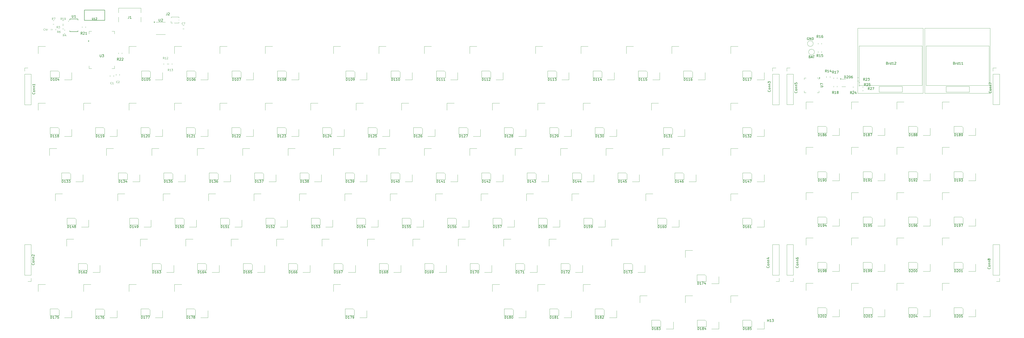
<source format=gbr>
%TF.GenerationSoftware,KiCad,Pcbnew,9.0.3*%
%TF.CreationDate,2026-01-06T15:55:56+03:00*%
%TF.ProjectId,Keyboard,4b657962-6f61-4726-942e-6b696361645f,rev?*%
%TF.SameCoordinates,Original*%
%TF.FileFunction,Legend,Top*%
%TF.FilePolarity,Positive*%
%FSLAX46Y46*%
G04 Gerber Fmt 4.6, Leading zero omitted, Abs format (unit mm)*
G04 Created by KiCad (PCBNEW 9.0.3) date 2026-01-06 15:55:56*
%MOMM*%
%LPD*%
G01*
G04 APERTURE LIST*
%ADD10C,0.150000*%
%ADD11C,0.100000*%
%ADD12C,0.120000*%
%ADD13C,0.152400*%
%ADD14C,0.127000*%
G04 APERTURE END LIST*
D10*
X390084811Y-21659244D02*
X390227668Y-21706863D01*
X390227668Y-21706863D02*
X390275287Y-21754482D01*
X390275287Y-21754482D02*
X390322906Y-21849720D01*
X390322906Y-21849720D02*
X390322906Y-21992577D01*
X390322906Y-21992577D02*
X390275287Y-22087815D01*
X390275287Y-22087815D02*
X390227668Y-22135435D01*
X390227668Y-22135435D02*
X390132430Y-22183054D01*
X390132430Y-22183054D02*
X389751478Y-22183054D01*
X389751478Y-22183054D02*
X389751478Y-21183054D01*
X389751478Y-21183054D02*
X390084811Y-21183054D01*
X390084811Y-21183054D02*
X390180049Y-21230673D01*
X390180049Y-21230673D02*
X390227668Y-21278292D01*
X390227668Y-21278292D02*
X390275287Y-21373530D01*
X390275287Y-21373530D02*
X390275287Y-21468768D01*
X390275287Y-21468768D02*
X390227668Y-21564006D01*
X390227668Y-21564006D02*
X390180049Y-21611625D01*
X390180049Y-21611625D02*
X390084811Y-21659244D01*
X390084811Y-21659244D02*
X389751478Y-21659244D01*
X390751478Y-22183054D02*
X390751478Y-21516387D01*
X390751478Y-21706863D02*
X390799097Y-21611625D01*
X390799097Y-21611625D02*
X390846716Y-21564006D01*
X390846716Y-21564006D02*
X390941954Y-21516387D01*
X390941954Y-21516387D02*
X391037192Y-21516387D01*
X391799097Y-22183054D02*
X391799097Y-21183054D01*
X391799097Y-22135435D02*
X391703859Y-22183054D01*
X391703859Y-22183054D02*
X391513383Y-22183054D01*
X391513383Y-22183054D02*
X391418145Y-22135435D01*
X391418145Y-22135435D02*
X391370526Y-22087815D01*
X391370526Y-22087815D02*
X391322907Y-21992577D01*
X391322907Y-21992577D02*
X391322907Y-21706863D01*
X391322907Y-21706863D02*
X391370526Y-21611625D01*
X391370526Y-21611625D02*
X391418145Y-21564006D01*
X391418145Y-21564006D02*
X391513383Y-21516387D01*
X391513383Y-21516387D02*
X391703859Y-21516387D01*
X391703859Y-21516387D02*
X391799097Y-21564006D01*
X392799097Y-22183054D02*
X392227669Y-22183054D01*
X392513383Y-22183054D02*
X392513383Y-21183054D01*
X392513383Y-21183054D02*
X392418145Y-21325911D01*
X392418145Y-21325911D02*
X392322907Y-21421149D01*
X392322907Y-21421149D02*
X392227669Y-21468768D01*
X393751478Y-22183054D02*
X393180050Y-22183054D01*
X393465764Y-22183054D02*
X393465764Y-21183054D01*
X393465764Y-21183054D02*
X393370526Y-21325911D01*
X393370526Y-21325911D02*
X393275288Y-21421149D01*
X393275288Y-21421149D02*
X393180050Y-21468768D01*
X361964811Y-21659244D02*
X362107668Y-21706863D01*
X362107668Y-21706863D02*
X362155287Y-21754482D01*
X362155287Y-21754482D02*
X362202906Y-21849720D01*
X362202906Y-21849720D02*
X362202906Y-21992577D01*
X362202906Y-21992577D02*
X362155287Y-22087815D01*
X362155287Y-22087815D02*
X362107668Y-22135435D01*
X362107668Y-22135435D02*
X362012430Y-22183054D01*
X362012430Y-22183054D02*
X361631478Y-22183054D01*
X361631478Y-22183054D02*
X361631478Y-21183054D01*
X361631478Y-21183054D02*
X361964811Y-21183054D01*
X361964811Y-21183054D02*
X362060049Y-21230673D01*
X362060049Y-21230673D02*
X362107668Y-21278292D01*
X362107668Y-21278292D02*
X362155287Y-21373530D01*
X362155287Y-21373530D02*
X362155287Y-21468768D01*
X362155287Y-21468768D02*
X362107668Y-21564006D01*
X362107668Y-21564006D02*
X362060049Y-21611625D01*
X362060049Y-21611625D02*
X361964811Y-21659244D01*
X361964811Y-21659244D02*
X361631478Y-21659244D01*
X362631478Y-22183054D02*
X362631478Y-21516387D01*
X362631478Y-21706863D02*
X362679097Y-21611625D01*
X362679097Y-21611625D02*
X362726716Y-21564006D01*
X362726716Y-21564006D02*
X362821954Y-21516387D01*
X362821954Y-21516387D02*
X362917192Y-21516387D01*
X363679097Y-22183054D02*
X363679097Y-21183054D01*
X363679097Y-22135435D02*
X363583859Y-22183054D01*
X363583859Y-22183054D02*
X363393383Y-22183054D01*
X363393383Y-22183054D02*
X363298145Y-22135435D01*
X363298145Y-22135435D02*
X363250526Y-22087815D01*
X363250526Y-22087815D02*
X363202907Y-21992577D01*
X363202907Y-21992577D02*
X363202907Y-21706863D01*
X363202907Y-21706863D02*
X363250526Y-21611625D01*
X363250526Y-21611625D02*
X363298145Y-21564006D01*
X363298145Y-21564006D02*
X363393383Y-21516387D01*
X363393383Y-21516387D02*
X363583859Y-21516387D01*
X363583859Y-21516387D02*
X363679097Y-21564006D01*
X364679097Y-22183054D02*
X364107669Y-22183054D01*
X364393383Y-22183054D02*
X364393383Y-21183054D01*
X364393383Y-21183054D02*
X364298145Y-21325911D01*
X364298145Y-21325911D02*
X364202907Y-21421149D01*
X364202907Y-21421149D02*
X364107669Y-21468768D01*
X365060050Y-21278292D02*
X365107669Y-21230673D01*
X365107669Y-21230673D02*
X365202907Y-21183054D01*
X365202907Y-21183054D02*
X365441002Y-21183054D01*
X365441002Y-21183054D02*
X365536240Y-21230673D01*
X365536240Y-21230673D02*
X365583859Y-21278292D01*
X365583859Y-21278292D02*
X365631478Y-21373530D01*
X365631478Y-21373530D02*
X365631478Y-21468768D01*
X365631478Y-21468768D02*
X365583859Y-21611625D01*
X365583859Y-21611625D02*
X365012431Y-22183054D01*
X365012431Y-22183054D02*
X365631478Y-22183054D01*
D11*
X36660275Y-30324907D02*
X36622179Y-30363003D01*
X36622179Y-30363003D02*
X36507894Y-30401098D01*
X36507894Y-30401098D02*
X36431703Y-30401098D01*
X36431703Y-30401098D02*
X36317417Y-30363003D01*
X36317417Y-30363003D02*
X36241227Y-30286812D01*
X36241227Y-30286812D02*
X36203132Y-30210622D01*
X36203132Y-30210622D02*
X36165036Y-30058241D01*
X36165036Y-30058241D02*
X36165036Y-29943955D01*
X36165036Y-29943955D02*
X36203132Y-29791574D01*
X36203132Y-29791574D02*
X36241227Y-29715383D01*
X36241227Y-29715383D02*
X36317417Y-29639193D01*
X36317417Y-29639193D02*
X36431703Y-29601098D01*
X36431703Y-29601098D02*
X36507894Y-29601098D01*
X36507894Y-29601098D02*
X36622179Y-29639193D01*
X36622179Y-29639193D02*
X36660275Y-29677288D01*
X37422179Y-30401098D02*
X36965036Y-30401098D01*
X37193608Y-30401098D02*
X37193608Y-29601098D01*
X37193608Y-29601098D02*
X37117417Y-29715383D01*
X37117417Y-29715383D02*
X37041227Y-29791574D01*
X37041227Y-29791574D02*
X36965036Y-29829669D01*
X39116667Y-29838704D02*
X39078571Y-29876800D01*
X39078571Y-29876800D02*
X38964286Y-29914895D01*
X38964286Y-29914895D02*
X38888095Y-29914895D01*
X38888095Y-29914895D02*
X38773809Y-29876800D01*
X38773809Y-29876800D02*
X38697619Y-29800609D01*
X38697619Y-29800609D02*
X38659524Y-29724419D01*
X38659524Y-29724419D02*
X38621428Y-29572038D01*
X38621428Y-29572038D02*
X38621428Y-29457752D01*
X38621428Y-29457752D02*
X38659524Y-29305371D01*
X38659524Y-29305371D02*
X38697619Y-29229180D01*
X38697619Y-29229180D02*
X38773809Y-29152990D01*
X38773809Y-29152990D02*
X38888095Y-29114895D01*
X38888095Y-29114895D02*
X38964286Y-29114895D01*
X38964286Y-29114895D02*
X39078571Y-29152990D01*
X39078571Y-29152990D02*
X39116667Y-29191085D01*
X39421428Y-29191085D02*
X39459524Y-29152990D01*
X39459524Y-29152990D02*
X39535714Y-29114895D01*
X39535714Y-29114895D02*
X39726190Y-29114895D01*
X39726190Y-29114895D02*
X39802381Y-29152990D01*
X39802381Y-29152990D02*
X39840476Y-29191085D01*
X39840476Y-29191085D02*
X39878571Y-29267276D01*
X39878571Y-29267276D02*
X39878571Y-29343466D01*
X39878571Y-29343466D02*
X39840476Y-29457752D01*
X39840476Y-29457752D02*
X39383333Y-29914895D01*
X39383333Y-29914895D02*
X39878571Y-29914895D01*
X8616667Y-7788704D02*
X8578571Y-7826800D01*
X8578571Y-7826800D02*
X8464286Y-7864895D01*
X8464286Y-7864895D02*
X8388095Y-7864895D01*
X8388095Y-7864895D02*
X8273809Y-7826800D01*
X8273809Y-7826800D02*
X8197619Y-7750609D01*
X8197619Y-7750609D02*
X8159524Y-7674419D01*
X8159524Y-7674419D02*
X8121428Y-7522038D01*
X8121428Y-7522038D02*
X8121428Y-7407752D01*
X8121428Y-7407752D02*
X8159524Y-7255371D01*
X8159524Y-7255371D02*
X8197619Y-7179180D01*
X8197619Y-7179180D02*
X8273809Y-7102990D01*
X8273809Y-7102990D02*
X8388095Y-7064895D01*
X8388095Y-7064895D02*
X8464286Y-7064895D01*
X8464286Y-7064895D02*
X8578571Y-7102990D01*
X8578571Y-7102990D02*
X8616667Y-7141085D01*
X9302381Y-7331561D02*
X9302381Y-7864895D01*
X9111905Y-7026800D02*
X8921428Y-7598228D01*
X8921428Y-7598228D02*
X9416667Y-7598228D01*
X66616667Y-5288704D02*
X66578571Y-5326800D01*
X66578571Y-5326800D02*
X66464286Y-5364895D01*
X66464286Y-5364895D02*
X66388095Y-5364895D01*
X66388095Y-5364895D02*
X66273809Y-5326800D01*
X66273809Y-5326800D02*
X66197619Y-5250609D01*
X66197619Y-5250609D02*
X66159524Y-5174419D01*
X66159524Y-5174419D02*
X66121428Y-5022038D01*
X66121428Y-5022038D02*
X66121428Y-4907752D01*
X66121428Y-4907752D02*
X66159524Y-4755371D01*
X66159524Y-4755371D02*
X66197619Y-4679180D01*
X66197619Y-4679180D02*
X66273809Y-4602990D01*
X66273809Y-4602990D02*
X66388095Y-4564895D01*
X66388095Y-4564895D02*
X66464286Y-4564895D01*
X66464286Y-4564895D02*
X66578571Y-4602990D01*
X66578571Y-4602990D02*
X66616667Y-4641085D01*
X66883333Y-4564895D02*
X67416667Y-4564895D01*
X67416667Y-4564895D02*
X67073809Y-5364895D01*
D10*
X4359580Y-34023809D02*
X4407200Y-34071428D01*
X4407200Y-34071428D02*
X4454819Y-34214285D01*
X4454819Y-34214285D02*
X4454819Y-34309523D01*
X4454819Y-34309523D02*
X4407200Y-34452380D01*
X4407200Y-34452380D02*
X4311961Y-34547618D01*
X4311961Y-34547618D02*
X4216723Y-34595237D01*
X4216723Y-34595237D02*
X4026247Y-34642856D01*
X4026247Y-34642856D02*
X3883390Y-34642856D01*
X3883390Y-34642856D02*
X3692914Y-34595237D01*
X3692914Y-34595237D02*
X3597676Y-34547618D01*
X3597676Y-34547618D02*
X3502438Y-34452380D01*
X3502438Y-34452380D02*
X3454819Y-34309523D01*
X3454819Y-34309523D02*
X3454819Y-34214285D01*
X3454819Y-34214285D02*
X3502438Y-34071428D01*
X3502438Y-34071428D02*
X3550057Y-34023809D01*
X4454819Y-33452380D02*
X4407200Y-33547618D01*
X4407200Y-33547618D02*
X4359580Y-33595237D01*
X4359580Y-33595237D02*
X4264342Y-33642856D01*
X4264342Y-33642856D02*
X3978628Y-33642856D01*
X3978628Y-33642856D02*
X3883390Y-33595237D01*
X3883390Y-33595237D02*
X3835771Y-33547618D01*
X3835771Y-33547618D02*
X3788152Y-33452380D01*
X3788152Y-33452380D02*
X3788152Y-33309523D01*
X3788152Y-33309523D02*
X3835771Y-33214285D01*
X3835771Y-33214285D02*
X3883390Y-33166666D01*
X3883390Y-33166666D02*
X3978628Y-33119047D01*
X3978628Y-33119047D02*
X4264342Y-33119047D01*
X4264342Y-33119047D02*
X4359580Y-33166666D01*
X4359580Y-33166666D02*
X4407200Y-33214285D01*
X4407200Y-33214285D02*
X4454819Y-33309523D01*
X4454819Y-33309523D02*
X4454819Y-33452380D01*
X3788152Y-32690475D02*
X4454819Y-32690475D01*
X3883390Y-32690475D02*
X3835771Y-32642856D01*
X3835771Y-32642856D02*
X3788152Y-32547618D01*
X3788152Y-32547618D02*
X3788152Y-32404761D01*
X3788152Y-32404761D02*
X3835771Y-32309523D01*
X3835771Y-32309523D02*
X3931009Y-32261904D01*
X3931009Y-32261904D02*
X4454819Y-32261904D01*
X3788152Y-31785713D02*
X4454819Y-31785713D01*
X3883390Y-31785713D02*
X3835771Y-31738094D01*
X3835771Y-31738094D02*
X3788152Y-31642856D01*
X3788152Y-31642856D02*
X3788152Y-31499999D01*
X3788152Y-31499999D02*
X3835771Y-31404761D01*
X3835771Y-31404761D02*
X3931009Y-31357142D01*
X3931009Y-31357142D02*
X4454819Y-31357142D01*
X4454819Y-30357142D02*
X4454819Y-30928570D01*
X4454819Y-30642856D02*
X3454819Y-30642856D01*
X3454819Y-30642856D02*
X3597676Y-30738094D01*
X3597676Y-30738094D02*
X3692914Y-30833332D01*
X3692914Y-30833332D02*
X3740533Y-30928570D01*
X4109580Y-105773809D02*
X4157200Y-105821428D01*
X4157200Y-105821428D02*
X4204819Y-105964285D01*
X4204819Y-105964285D02*
X4204819Y-106059523D01*
X4204819Y-106059523D02*
X4157200Y-106202380D01*
X4157200Y-106202380D02*
X4061961Y-106297618D01*
X4061961Y-106297618D02*
X3966723Y-106345237D01*
X3966723Y-106345237D02*
X3776247Y-106392856D01*
X3776247Y-106392856D02*
X3633390Y-106392856D01*
X3633390Y-106392856D02*
X3442914Y-106345237D01*
X3442914Y-106345237D02*
X3347676Y-106297618D01*
X3347676Y-106297618D02*
X3252438Y-106202380D01*
X3252438Y-106202380D02*
X3204819Y-106059523D01*
X3204819Y-106059523D02*
X3204819Y-105964285D01*
X3204819Y-105964285D02*
X3252438Y-105821428D01*
X3252438Y-105821428D02*
X3300057Y-105773809D01*
X4204819Y-105202380D02*
X4157200Y-105297618D01*
X4157200Y-105297618D02*
X4109580Y-105345237D01*
X4109580Y-105345237D02*
X4014342Y-105392856D01*
X4014342Y-105392856D02*
X3728628Y-105392856D01*
X3728628Y-105392856D02*
X3633390Y-105345237D01*
X3633390Y-105345237D02*
X3585771Y-105297618D01*
X3585771Y-105297618D02*
X3538152Y-105202380D01*
X3538152Y-105202380D02*
X3538152Y-105059523D01*
X3538152Y-105059523D02*
X3585771Y-104964285D01*
X3585771Y-104964285D02*
X3633390Y-104916666D01*
X3633390Y-104916666D02*
X3728628Y-104869047D01*
X3728628Y-104869047D02*
X4014342Y-104869047D01*
X4014342Y-104869047D02*
X4109580Y-104916666D01*
X4109580Y-104916666D02*
X4157200Y-104964285D01*
X4157200Y-104964285D02*
X4204819Y-105059523D01*
X4204819Y-105059523D02*
X4204819Y-105202380D01*
X3538152Y-104440475D02*
X4204819Y-104440475D01*
X3633390Y-104440475D02*
X3585771Y-104392856D01*
X3585771Y-104392856D02*
X3538152Y-104297618D01*
X3538152Y-104297618D02*
X3538152Y-104154761D01*
X3538152Y-104154761D02*
X3585771Y-104059523D01*
X3585771Y-104059523D02*
X3681009Y-104011904D01*
X3681009Y-104011904D02*
X4204819Y-104011904D01*
X3538152Y-103535713D02*
X4204819Y-103535713D01*
X3633390Y-103535713D02*
X3585771Y-103488094D01*
X3585771Y-103488094D02*
X3538152Y-103392856D01*
X3538152Y-103392856D02*
X3538152Y-103249999D01*
X3538152Y-103249999D02*
X3585771Y-103154761D01*
X3585771Y-103154761D02*
X3681009Y-103107142D01*
X3681009Y-103107142D02*
X4204819Y-103107142D01*
X3300057Y-102678570D02*
X3252438Y-102630951D01*
X3252438Y-102630951D02*
X3204819Y-102535713D01*
X3204819Y-102535713D02*
X3204819Y-102297618D01*
X3204819Y-102297618D02*
X3252438Y-102202380D01*
X3252438Y-102202380D02*
X3300057Y-102154761D01*
X3300057Y-102154761D02*
X3395295Y-102107142D01*
X3395295Y-102107142D02*
X3490533Y-102107142D01*
X3490533Y-102107142D02*
X3633390Y-102154761D01*
X3633390Y-102154761D02*
X4204819Y-102726189D01*
X4204819Y-102726189D02*
X4204819Y-102107142D01*
X312859580Y-33023809D02*
X312907200Y-33071428D01*
X312907200Y-33071428D02*
X312954819Y-33214285D01*
X312954819Y-33214285D02*
X312954819Y-33309523D01*
X312954819Y-33309523D02*
X312907200Y-33452380D01*
X312907200Y-33452380D02*
X312811961Y-33547618D01*
X312811961Y-33547618D02*
X312716723Y-33595237D01*
X312716723Y-33595237D02*
X312526247Y-33642856D01*
X312526247Y-33642856D02*
X312383390Y-33642856D01*
X312383390Y-33642856D02*
X312192914Y-33595237D01*
X312192914Y-33595237D02*
X312097676Y-33547618D01*
X312097676Y-33547618D02*
X312002438Y-33452380D01*
X312002438Y-33452380D02*
X311954819Y-33309523D01*
X311954819Y-33309523D02*
X311954819Y-33214285D01*
X311954819Y-33214285D02*
X312002438Y-33071428D01*
X312002438Y-33071428D02*
X312050057Y-33023809D01*
X312954819Y-32452380D02*
X312907200Y-32547618D01*
X312907200Y-32547618D02*
X312859580Y-32595237D01*
X312859580Y-32595237D02*
X312764342Y-32642856D01*
X312764342Y-32642856D02*
X312478628Y-32642856D01*
X312478628Y-32642856D02*
X312383390Y-32595237D01*
X312383390Y-32595237D02*
X312335771Y-32547618D01*
X312335771Y-32547618D02*
X312288152Y-32452380D01*
X312288152Y-32452380D02*
X312288152Y-32309523D01*
X312288152Y-32309523D02*
X312335771Y-32214285D01*
X312335771Y-32214285D02*
X312383390Y-32166666D01*
X312383390Y-32166666D02*
X312478628Y-32119047D01*
X312478628Y-32119047D02*
X312764342Y-32119047D01*
X312764342Y-32119047D02*
X312859580Y-32166666D01*
X312859580Y-32166666D02*
X312907200Y-32214285D01*
X312907200Y-32214285D02*
X312954819Y-32309523D01*
X312954819Y-32309523D02*
X312954819Y-32452380D01*
X312288152Y-31690475D02*
X312954819Y-31690475D01*
X312383390Y-31690475D02*
X312335771Y-31642856D01*
X312335771Y-31642856D02*
X312288152Y-31547618D01*
X312288152Y-31547618D02*
X312288152Y-31404761D01*
X312288152Y-31404761D02*
X312335771Y-31309523D01*
X312335771Y-31309523D02*
X312431009Y-31261904D01*
X312431009Y-31261904D02*
X312954819Y-31261904D01*
X312288152Y-30785713D02*
X312954819Y-30785713D01*
X312383390Y-30785713D02*
X312335771Y-30738094D01*
X312335771Y-30738094D02*
X312288152Y-30642856D01*
X312288152Y-30642856D02*
X312288152Y-30499999D01*
X312288152Y-30499999D02*
X312335771Y-30404761D01*
X312335771Y-30404761D02*
X312431009Y-30357142D01*
X312431009Y-30357142D02*
X312954819Y-30357142D01*
X311954819Y-29976189D02*
X311954819Y-29357142D01*
X311954819Y-29357142D02*
X312335771Y-29690475D01*
X312335771Y-29690475D02*
X312335771Y-29547618D01*
X312335771Y-29547618D02*
X312383390Y-29452380D01*
X312383390Y-29452380D02*
X312431009Y-29404761D01*
X312431009Y-29404761D02*
X312526247Y-29357142D01*
X312526247Y-29357142D02*
X312764342Y-29357142D01*
X312764342Y-29357142D02*
X312859580Y-29404761D01*
X312859580Y-29404761D02*
X312907200Y-29452380D01*
X312907200Y-29452380D02*
X312954819Y-29547618D01*
X312954819Y-29547618D02*
X312954819Y-29833332D01*
X312954819Y-29833332D02*
X312907200Y-29928570D01*
X312907200Y-29928570D02*
X312859580Y-29976189D01*
X312359580Y-107023809D02*
X312407200Y-107071428D01*
X312407200Y-107071428D02*
X312454819Y-107214285D01*
X312454819Y-107214285D02*
X312454819Y-107309523D01*
X312454819Y-107309523D02*
X312407200Y-107452380D01*
X312407200Y-107452380D02*
X312311961Y-107547618D01*
X312311961Y-107547618D02*
X312216723Y-107595237D01*
X312216723Y-107595237D02*
X312026247Y-107642856D01*
X312026247Y-107642856D02*
X311883390Y-107642856D01*
X311883390Y-107642856D02*
X311692914Y-107595237D01*
X311692914Y-107595237D02*
X311597676Y-107547618D01*
X311597676Y-107547618D02*
X311502438Y-107452380D01*
X311502438Y-107452380D02*
X311454819Y-107309523D01*
X311454819Y-107309523D02*
X311454819Y-107214285D01*
X311454819Y-107214285D02*
X311502438Y-107071428D01*
X311502438Y-107071428D02*
X311550057Y-107023809D01*
X312454819Y-106452380D02*
X312407200Y-106547618D01*
X312407200Y-106547618D02*
X312359580Y-106595237D01*
X312359580Y-106595237D02*
X312264342Y-106642856D01*
X312264342Y-106642856D02*
X311978628Y-106642856D01*
X311978628Y-106642856D02*
X311883390Y-106595237D01*
X311883390Y-106595237D02*
X311835771Y-106547618D01*
X311835771Y-106547618D02*
X311788152Y-106452380D01*
X311788152Y-106452380D02*
X311788152Y-106309523D01*
X311788152Y-106309523D02*
X311835771Y-106214285D01*
X311835771Y-106214285D02*
X311883390Y-106166666D01*
X311883390Y-106166666D02*
X311978628Y-106119047D01*
X311978628Y-106119047D02*
X312264342Y-106119047D01*
X312264342Y-106119047D02*
X312359580Y-106166666D01*
X312359580Y-106166666D02*
X312407200Y-106214285D01*
X312407200Y-106214285D02*
X312454819Y-106309523D01*
X312454819Y-106309523D02*
X312454819Y-106452380D01*
X311788152Y-105690475D02*
X312454819Y-105690475D01*
X311883390Y-105690475D02*
X311835771Y-105642856D01*
X311835771Y-105642856D02*
X311788152Y-105547618D01*
X311788152Y-105547618D02*
X311788152Y-105404761D01*
X311788152Y-105404761D02*
X311835771Y-105309523D01*
X311835771Y-105309523D02*
X311931009Y-105261904D01*
X311931009Y-105261904D02*
X312454819Y-105261904D01*
X311788152Y-104785713D02*
X312454819Y-104785713D01*
X311883390Y-104785713D02*
X311835771Y-104738094D01*
X311835771Y-104738094D02*
X311788152Y-104642856D01*
X311788152Y-104642856D02*
X311788152Y-104499999D01*
X311788152Y-104499999D02*
X311835771Y-104404761D01*
X311835771Y-104404761D02*
X311931009Y-104357142D01*
X311931009Y-104357142D02*
X312454819Y-104357142D01*
X311788152Y-103452380D02*
X312454819Y-103452380D01*
X311407200Y-103690475D02*
X312121485Y-103928570D01*
X312121485Y-103928570D02*
X312121485Y-103309523D01*
X324087249Y-33506044D02*
X324134869Y-33553663D01*
X324134869Y-33553663D02*
X324182488Y-33696520D01*
X324182488Y-33696520D02*
X324182488Y-33791758D01*
X324182488Y-33791758D02*
X324134869Y-33934615D01*
X324134869Y-33934615D02*
X324039630Y-34029853D01*
X324039630Y-34029853D02*
X323944392Y-34077472D01*
X323944392Y-34077472D02*
X323753916Y-34125091D01*
X323753916Y-34125091D02*
X323611059Y-34125091D01*
X323611059Y-34125091D02*
X323420583Y-34077472D01*
X323420583Y-34077472D02*
X323325345Y-34029853D01*
X323325345Y-34029853D02*
X323230107Y-33934615D01*
X323230107Y-33934615D02*
X323182488Y-33791758D01*
X323182488Y-33791758D02*
X323182488Y-33696520D01*
X323182488Y-33696520D02*
X323230107Y-33553663D01*
X323230107Y-33553663D02*
X323277726Y-33506044D01*
X324182488Y-32934615D02*
X324134869Y-33029853D01*
X324134869Y-33029853D02*
X324087249Y-33077472D01*
X324087249Y-33077472D02*
X323992011Y-33125091D01*
X323992011Y-33125091D02*
X323706297Y-33125091D01*
X323706297Y-33125091D02*
X323611059Y-33077472D01*
X323611059Y-33077472D02*
X323563440Y-33029853D01*
X323563440Y-33029853D02*
X323515821Y-32934615D01*
X323515821Y-32934615D02*
X323515821Y-32791758D01*
X323515821Y-32791758D02*
X323563440Y-32696520D01*
X323563440Y-32696520D02*
X323611059Y-32648901D01*
X323611059Y-32648901D02*
X323706297Y-32601282D01*
X323706297Y-32601282D02*
X323992011Y-32601282D01*
X323992011Y-32601282D02*
X324087249Y-32648901D01*
X324087249Y-32648901D02*
X324134869Y-32696520D01*
X324134869Y-32696520D02*
X324182488Y-32791758D01*
X324182488Y-32791758D02*
X324182488Y-32934615D01*
X323515821Y-32172710D02*
X324182488Y-32172710D01*
X323611059Y-32172710D02*
X323563440Y-32125091D01*
X323563440Y-32125091D02*
X323515821Y-32029853D01*
X323515821Y-32029853D02*
X323515821Y-31886996D01*
X323515821Y-31886996D02*
X323563440Y-31791758D01*
X323563440Y-31791758D02*
X323658678Y-31744139D01*
X323658678Y-31744139D02*
X324182488Y-31744139D01*
X323515821Y-31267948D02*
X324182488Y-31267948D01*
X323611059Y-31267948D02*
X323563440Y-31220329D01*
X323563440Y-31220329D02*
X323515821Y-31125091D01*
X323515821Y-31125091D02*
X323515821Y-30982234D01*
X323515821Y-30982234D02*
X323563440Y-30886996D01*
X323563440Y-30886996D02*
X323658678Y-30839377D01*
X323658678Y-30839377D02*
X324182488Y-30839377D01*
X323182488Y-29886996D02*
X323182488Y-30363186D01*
X323182488Y-30363186D02*
X323658678Y-30410805D01*
X323658678Y-30410805D02*
X323611059Y-30363186D01*
X323611059Y-30363186D02*
X323563440Y-30267948D01*
X323563440Y-30267948D02*
X323563440Y-30029853D01*
X323563440Y-30029853D02*
X323611059Y-29934615D01*
X323611059Y-29934615D02*
X323658678Y-29886996D01*
X323658678Y-29886996D02*
X323753916Y-29839377D01*
X323753916Y-29839377D02*
X323992011Y-29839377D01*
X323992011Y-29839377D02*
X324087249Y-29886996D01*
X324087249Y-29886996D02*
X324134869Y-29934615D01*
X324134869Y-29934615D02*
X324182488Y-30029853D01*
X324182488Y-30029853D02*
X324182488Y-30267948D01*
X324182488Y-30267948D02*
X324134869Y-30363186D01*
X324134869Y-30363186D02*
X324087249Y-30410805D01*
X324587249Y-107006044D02*
X324634869Y-107053663D01*
X324634869Y-107053663D02*
X324682488Y-107196520D01*
X324682488Y-107196520D02*
X324682488Y-107291758D01*
X324682488Y-107291758D02*
X324634869Y-107434615D01*
X324634869Y-107434615D02*
X324539630Y-107529853D01*
X324539630Y-107529853D02*
X324444392Y-107577472D01*
X324444392Y-107577472D02*
X324253916Y-107625091D01*
X324253916Y-107625091D02*
X324111059Y-107625091D01*
X324111059Y-107625091D02*
X323920583Y-107577472D01*
X323920583Y-107577472D02*
X323825345Y-107529853D01*
X323825345Y-107529853D02*
X323730107Y-107434615D01*
X323730107Y-107434615D02*
X323682488Y-107291758D01*
X323682488Y-107291758D02*
X323682488Y-107196520D01*
X323682488Y-107196520D02*
X323730107Y-107053663D01*
X323730107Y-107053663D02*
X323777726Y-107006044D01*
X324682488Y-106434615D02*
X324634869Y-106529853D01*
X324634869Y-106529853D02*
X324587249Y-106577472D01*
X324587249Y-106577472D02*
X324492011Y-106625091D01*
X324492011Y-106625091D02*
X324206297Y-106625091D01*
X324206297Y-106625091D02*
X324111059Y-106577472D01*
X324111059Y-106577472D02*
X324063440Y-106529853D01*
X324063440Y-106529853D02*
X324015821Y-106434615D01*
X324015821Y-106434615D02*
X324015821Y-106291758D01*
X324015821Y-106291758D02*
X324063440Y-106196520D01*
X324063440Y-106196520D02*
X324111059Y-106148901D01*
X324111059Y-106148901D02*
X324206297Y-106101282D01*
X324206297Y-106101282D02*
X324492011Y-106101282D01*
X324492011Y-106101282D02*
X324587249Y-106148901D01*
X324587249Y-106148901D02*
X324634869Y-106196520D01*
X324634869Y-106196520D02*
X324682488Y-106291758D01*
X324682488Y-106291758D02*
X324682488Y-106434615D01*
X324015821Y-105672710D02*
X324682488Y-105672710D01*
X324111059Y-105672710D02*
X324063440Y-105625091D01*
X324063440Y-105625091D02*
X324015821Y-105529853D01*
X324015821Y-105529853D02*
X324015821Y-105386996D01*
X324015821Y-105386996D02*
X324063440Y-105291758D01*
X324063440Y-105291758D02*
X324158678Y-105244139D01*
X324158678Y-105244139D02*
X324682488Y-105244139D01*
X324015821Y-104767948D02*
X324682488Y-104767948D01*
X324111059Y-104767948D02*
X324063440Y-104720329D01*
X324063440Y-104720329D02*
X324015821Y-104625091D01*
X324015821Y-104625091D02*
X324015821Y-104482234D01*
X324015821Y-104482234D02*
X324063440Y-104386996D01*
X324063440Y-104386996D02*
X324158678Y-104339377D01*
X324158678Y-104339377D02*
X324682488Y-104339377D01*
X323682488Y-103434615D02*
X323682488Y-103625091D01*
X323682488Y-103625091D02*
X323730107Y-103720329D01*
X323730107Y-103720329D02*
X323777726Y-103767948D01*
X323777726Y-103767948D02*
X323920583Y-103863186D01*
X323920583Y-103863186D02*
X324111059Y-103910805D01*
X324111059Y-103910805D02*
X324492011Y-103910805D01*
X324492011Y-103910805D02*
X324587249Y-103863186D01*
X324587249Y-103863186D02*
X324634869Y-103815567D01*
X324634869Y-103815567D02*
X324682488Y-103720329D01*
X324682488Y-103720329D02*
X324682488Y-103529853D01*
X324682488Y-103529853D02*
X324634869Y-103434615D01*
X324634869Y-103434615D02*
X324587249Y-103386996D01*
X324587249Y-103386996D02*
X324492011Y-103339377D01*
X324492011Y-103339377D02*
X324253916Y-103339377D01*
X324253916Y-103339377D02*
X324158678Y-103386996D01*
X324158678Y-103386996D02*
X324111059Y-103434615D01*
X324111059Y-103434615D02*
X324063440Y-103529853D01*
X324063440Y-103529853D02*
X324063440Y-103720329D01*
X324063440Y-103720329D02*
X324111059Y-103815567D01*
X324111059Y-103815567D02*
X324158678Y-103863186D01*
X324158678Y-103863186D02*
X324253916Y-103910805D01*
X405587249Y-33506044D02*
X405634869Y-33553663D01*
X405634869Y-33553663D02*
X405682488Y-33696520D01*
X405682488Y-33696520D02*
X405682488Y-33791758D01*
X405682488Y-33791758D02*
X405634869Y-33934615D01*
X405634869Y-33934615D02*
X405539630Y-34029853D01*
X405539630Y-34029853D02*
X405444392Y-34077472D01*
X405444392Y-34077472D02*
X405253916Y-34125091D01*
X405253916Y-34125091D02*
X405111059Y-34125091D01*
X405111059Y-34125091D02*
X404920583Y-34077472D01*
X404920583Y-34077472D02*
X404825345Y-34029853D01*
X404825345Y-34029853D02*
X404730107Y-33934615D01*
X404730107Y-33934615D02*
X404682488Y-33791758D01*
X404682488Y-33791758D02*
X404682488Y-33696520D01*
X404682488Y-33696520D02*
X404730107Y-33553663D01*
X404730107Y-33553663D02*
X404777726Y-33506044D01*
X405682488Y-32934615D02*
X405634869Y-33029853D01*
X405634869Y-33029853D02*
X405587249Y-33077472D01*
X405587249Y-33077472D02*
X405492011Y-33125091D01*
X405492011Y-33125091D02*
X405206297Y-33125091D01*
X405206297Y-33125091D02*
X405111059Y-33077472D01*
X405111059Y-33077472D02*
X405063440Y-33029853D01*
X405063440Y-33029853D02*
X405015821Y-32934615D01*
X405015821Y-32934615D02*
X405015821Y-32791758D01*
X405015821Y-32791758D02*
X405063440Y-32696520D01*
X405063440Y-32696520D02*
X405111059Y-32648901D01*
X405111059Y-32648901D02*
X405206297Y-32601282D01*
X405206297Y-32601282D02*
X405492011Y-32601282D01*
X405492011Y-32601282D02*
X405587249Y-32648901D01*
X405587249Y-32648901D02*
X405634869Y-32696520D01*
X405634869Y-32696520D02*
X405682488Y-32791758D01*
X405682488Y-32791758D02*
X405682488Y-32934615D01*
X405015821Y-32172710D02*
X405682488Y-32172710D01*
X405111059Y-32172710D02*
X405063440Y-32125091D01*
X405063440Y-32125091D02*
X405015821Y-32029853D01*
X405015821Y-32029853D02*
X405015821Y-31886996D01*
X405015821Y-31886996D02*
X405063440Y-31791758D01*
X405063440Y-31791758D02*
X405158678Y-31744139D01*
X405158678Y-31744139D02*
X405682488Y-31744139D01*
X405015821Y-31267948D02*
X405682488Y-31267948D01*
X405111059Y-31267948D02*
X405063440Y-31220329D01*
X405063440Y-31220329D02*
X405015821Y-31125091D01*
X405015821Y-31125091D02*
X405015821Y-30982234D01*
X405015821Y-30982234D02*
X405063440Y-30886996D01*
X405063440Y-30886996D02*
X405158678Y-30839377D01*
X405158678Y-30839377D02*
X405682488Y-30839377D01*
X404682488Y-30458424D02*
X404682488Y-29791758D01*
X404682488Y-29791758D02*
X405682488Y-30220329D01*
X405087249Y-107506044D02*
X405134869Y-107553663D01*
X405134869Y-107553663D02*
X405182488Y-107696520D01*
X405182488Y-107696520D02*
X405182488Y-107791758D01*
X405182488Y-107791758D02*
X405134869Y-107934615D01*
X405134869Y-107934615D02*
X405039630Y-108029853D01*
X405039630Y-108029853D02*
X404944392Y-108077472D01*
X404944392Y-108077472D02*
X404753916Y-108125091D01*
X404753916Y-108125091D02*
X404611059Y-108125091D01*
X404611059Y-108125091D02*
X404420583Y-108077472D01*
X404420583Y-108077472D02*
X404325345Y-108029853D01*
X404325345Y-108029853D02*
X404230107Y-107934615D01*
X404230107Y-107934615D02*
X404182488Y-107791758D01*
X404182488Y-107791758D02*
X404182488Y-107696520D01*
X404182488Y-107696520D02*
X404230107Y-107553663D01*
X404230107Y-107553663D02*
X404277726Y-107506044D01*
X405182488Y-106934615D02*
X405134869Y-107029853D01*
X405134869Y-107029853D02*
X405087249Y-107077472D01*
X405087249Y-107077472D02*
X404992011Y-107125091D01*
X404992011Y-107125091D02*
X404706297Y-107125091D01*
X404706297Y-107125091D02*
X404611059Y-107077472D01*
X404611059Y-107077472D02*
X404563440Y-107029853D01*
X404563440Y-107029853D02*
X404515821Y-106934615D01*
X404515821Y-106934615D02*
X404515821Y-106791758D01*
X404515821Y-106791758D02*
X404563440Y-106696520D01*
X404563440Y-106696520D02*
X404611059Y-106648901D01*
X404611059Y-106648901D02*
X404706297Y-106601282D01*
X404706297Y-106601282D02*
X404992011Y-106601282D01*
X404992011Y-106601282D02*
X405087249Y-106648901D01*
X405087249Y-106648901D02*
X405134869Y-106696520D01*
X405134869Y-106696520D02*
X405182488Y-106791758D01*
X405182488Y-106791758D02*
X405182488Y-106934615D01*
X404515821Y-106172710D02*
X405182488Y-106172710D01*
X404611059Y-106172710D02*
X404563440Y-106125091D01*
X404563440Y-106125091D02*
X404515821Y-106029853D01*
X404515821Y-106029853D02*
X404515821Y-105886996D01*
X404515821Y-105886996D02*
X404563440Y-105791758D01*
X404563440Y-105791758D02*
X404658678Y-105744139D01*
X404658678Y-105744139D02*
X405182488Y-105744139D01*
X404515821Y-105267948D02*
X405182488Y-105267948D01*
X404611059Y-105267948D02*
X404563440Y-105220329D01*
X404563440Y-105220329D02*
X404515821Y-105125091D01*
X404515821Y-105125091D02*
X404515821Y-104982234D01*
X404515821Y-104982234D02*
X404563440Y-104886996D01*
X404563440Y-104886996D02*
X404658678Y-104839377D01*
X404658678Y-104839377D02*
X405182488Y-104839377D01*
X404611059Y-104220329D02*
X404563440Y-104315567D01*
X404563440Y-104315567D02*
X404515821Y-104363186D01*
X404515821Y-104363186D02*
X404420583Y-104410805D01*
X404420583Y-104410805D02*
X404372964Y-104410805D01*
X404372964Y-104410805D02*
X404277726Y-104363186D01*
X404277726Y-104363186D02*
X404230107Y-104315567D01*
X404230107Y-104315567D02*
X404182488Y-104220329D01*
X404182488Y-104220329D02*
X404182488Y-104029853D01*
X404182488Y-104029853D02*
X404230107Y-103934615D01*
X404230107Y-103934615D02*
X404277726Y-103886996D01*
X404277726Y-103886996D02*
X404372964Y-103839377D01*
X404372964Y-103839377D02*
X404420583Y-103839377D01*
X404420583Y-103839377D02*
X404515821Y-103886996D01*
X404515821Y-103886996D02*
X404563440Y-103934615D01*
X404563440Y-103934615D02*
X404611059Y-104029853D01*
X404611059Y-104029853D02*
X404611059Y-104220329D01*
X404611059Y-104220329D02*
X404658678Y-104315567D01*
X404658678Y-104315567D02*
X404706297Y-104363186D01*
X404706297Y-104363186D02*
X404801535Y-104410805D01*
X404801535Y-104410805D02*
X404992011Y-104410805D01*
X404992011Y-104410805D02*
X405087249Y-104363186D01*
X405087249Y-104363186D02*
X405134869Y-104315567D01*
X405134869Y-104315567D02*
X405182488Y-104220329D01*
X405182488Y-104220329D02*
X405182488Y-104029853D01*
X405182488Y-104029853D02*
X405134869Y-103934615D01*
X405134869Y-103934615D02*
X405087249Y-103886996D01*
X405087249Y-103886996D02*
X404992011Y-103839377D01*
X404992011Y-103839377D02*
X404801535Y-103839377D01*
X404801535Y-103839377D02*
X404706297Y-103886996D01*
X404706297Y-103886996D02*
X404658678Y-103934615D01*
X404658678Y-103934615D02*
X404611059Y-104029853D01*
X11159524Y-28954819D02*
X11159524Y-27954819D01*
X11159524Y-27954819D02*
X11397619Y-27954819D01*
X11397619Y-27954819D02*
X11540476Y-28002438D01*
X11540476Y-28002438D02*
X11635714Y-28097676D01*
X11635714Y-28097676D02*
X11683333Y-28192914D01*
X11683333Y-28192914D02*
X11730952Y-28383390D01*
X11730952Y-28383390D02*
X11730952Y-28526247D01*
X11730952Y-28526247D02*
X11683333Y-28716723D01*
X11683333Y-28716723D02*
X11635714Y-28811961D01*
X11635714Y-28811961D02*
X11540476Y-28907200D01*
X11540476Y-28907200D02*
X11397619Y-28954819D01*
X11397619Y-28954819D02*
X11159524Y-28954819D01*
X12683333Y-28954819D02*
X12111905Y-28954819D01*
X12397619Y-28954819D02*
X12397619Y-27954819D01*
X12397619Y-27954819D02*
X12302381Y-28097676D01*
X12302381Y-28097676D02*
X12207143Y-28192914D01*
X12207143Y-28192914D02*
X12111905Y-28240533D01*
X13302381Y-27954819D02*
X13397619Y-27954819D01*
X13397619Y-27954819D02*
X13492857Y-28002438D01*
X13492857Y-28002438D02*
X13540476Y-28050057D01*
X13540476Y-28050057D02*
X13588095Y-28145295D01*
X13588095Y-28145295D02*
X13635714Y-28335771D01*
X13635714Y-28335771D02*
X13635714Y-28573866D01*
X13635714Y-28573866D02*
X13588095Y-28764342D01*
X13588095Y-28764342D02*
X13540476Y-28859580D01*
X13540476Y-28859580D02*
X13492857Y-28907200D01*
X13492857Y-28907200D02*
X13397619Y-28954819D01*
X13397619Y-28954819D02*
X13302381Y-28954819D01*
X13302381Y-28954819D02*
X13207143Y-28907200D01*
X13207143Y-28907200D02*
X13159524Y-28859580D01*
X13159524Y-28859580D02*
X13111905Y-28764342D01*
X13111905Y-28764342D02*
X13064286Y-28573866D01*
X13064286Y-28573866D02*
X13064286Y-28335771D01*
X13064286Y-28335771D02*
X13111905Y-28145295D01*
X13111905Y-28145295D02*
X13159524Y-28050057D01*
X13159524Y-28050057D02*
X13207143Y-28002438D01*
X13207143Y-28002438D02*
X13302381Y-27954819D01*
X14492857Y-28288152D02*
X14492857Y-28954819D01*
X14254762Y-27907200D02*
X14016667Y-28621485D01*
X14016667Y-28621485D02*
X14635714Y-28621485D01*
X49359524Y-28954819D02*
X49359524Y-27954819D01*
X49359524Y-27954819D02*
X49597619Y-27954819D01*
X49597619Y-27954819D02*
X49740476Y-28002438D01*
X49740476Y-28002438D02*
X49835714Y-28097676D01*
X49835714Y-28097676D02*
X49883333Y-28192914D01*
X49883333Y-28192914D02*
X49930952Y-28383390D01*
X49930952Y-28383390D02*
X49930952Y-28526247D01*
X49930952Y-28526247D02*
X49883333Y-28716723D01*
X49883333Y-28716723D02*
X49835714Y-28811961D01*
X49835714Y-28811961D02*
X49740476Y-28907200D01*
X49740476Y-28907200D02*
X49597619Y-28954819D01*
X49597619Y-28954819D02*
X49359524Y-28954819D01*
X50883333Y-28954819D02*
X50311905Y-28954819D01*
X50597619Y-28954819D02*
X50597619Y-27954819D01*
X50597619Y-27954819D02*
X50502381Y-28097676D01*
X50502381Y-28097676D02*
X50407143Y-28192914D01*
X50407143Y-28192914D02*
X50311905Y-28240533D01*
X51502381Y-27954819D02*
X51597619Y-27954819D01*
X51597619Y-27954819D02*
X51692857Y-28002438D01*
X51692857Y-28002438D02*
X51740476Y-28050057D01*
X51740476Y-28050057D02*
X51788095Y-28145295D01*
X51788095Y-28145295D02*
X51835714Y-28335771D01*
X51835714Y-28335771D02*
X51835714Y-28573866D01*
X51835714Y-28573866D02*
X51788095Y-28764342D01*
X51788095Y-28764342D02*
X51740476Y-28859580D01*
X51740476Y-28859580D02*
X51692857Y-28907200D01*
X51692857Y-28907200D02*
X51597619Y-28954819D01*
X51597619Y-28954819D02*
X51502381Y-28954819D01*
X51502381Y-28954819D02*
X51407143Y-28907200D01*
X51407143Y-28907200D02*
X51359524Y-28859580D01*
X51359524Y-28859580D02*
X51311905Y-28764342D01*
X51311905Y-28764342D02*
X51264286Y-28573866D01*
X51264286Y-28573866D02*
X51264286Y-28335771D01*
X51264286Y-28335771D02*
X51311905Y-28145295D01*
X51311905Y-28145295D02*
X51359524Y-28050057D01*
X51359524Y-28050057D02*
X51407143Y-28002438D01*
X51407143Y-28002438D02*
X51502381Y-27954819D01*
X52740476Y-27954819D02*
X52264286Y-27954819D01*
X52264286Y-27954819D02*
X52216667Y-28431009D01*
X52216667Y-28431009D02*
X52264286Y-28383390D01*
X52264286Y-28383390D02*
X52359524Y-28335771D01*
X52359524Y-28335771D02*
X52597619Y-28335771D01*
X52597619Y-28335771D02*
X52692857Y-28383390D01*
X52692857Y-28383390D02*
X52740476Y-28431009D01*
X52740476Y-28431009D02*
X52788095Y-28526247D01*
X52788095Y-28526247D02*
X52788095Y-28764342D01*
X52788095Y-28764342D02*
X52740476Y-28859580D01*
X52740476Y-28859580D02*
X52692857Y-28907200D01*
X52692857Y-28907200D02*
X52597619Y-28954819D01*
X52597619Y-28954819D02*
X52359524Y-28954819D01*
X52359524Y-28954819D02*
X52264286Y-28907200D01*
X52264286Y-28907200D02*
X52216667Y-28859580D01*
X68359524Y-28954819D02*
X68359524Y-27954819D01*
X68359524Y-27954819D02*
X68597619Y-27954819D01*
X68597619Y-27954819D02*
X68740476Y-28002438D01*
X68740476Y-28002438D02*
X68835714Y-28097676D01*
X68835714Y-28097676D02*
X68883333Y-28192914D01*
X68883333Y-28192914D02*
X68930952Y-28383390D01*
X68930952Y-28383390D02*
X68930952Y-28526247D01*
X68930952Y-28526247D02*
X68883333Y-28716723D01*
X68883333Y-28716723D02*
X68835714Y-28811961D01*
X68835714Y-28811961D02*
X68740476Y-28907200D01*
X68740476Y-28907200D02*
X68597619Y-28954819D01*
X68597619Y-28954819D02*
X68359524Y-28954819D01*
X69883333Y-28954819D02*
X69311905Y-28954819D01*
X69597619Y-28954819D02*
X69597619Y-27954819D01*
X69597619Y-27954819D02*
X69502381Y-28097676D01*
X69502381Y-28097676D02*
X69407143Y-28192914D01*
X69407143Y-28192914D02*
X69311905Y-28240533D01*
X70502381Y-27954819D02*
X70597619Y-27954819D01*
X70597619Y-27954819D02*
X70692857Y-28002438D01*
X70692857Y-28002438D02*
X70740476Y-28050057D01*
X70740476Y-28050057D02*
X70788095Y-28145295D01*
X70788095Y-28145295D02*
X70835714Y-28335771D01*
X70835714Y-28335771D02*
X70835714Y-28573866D01*
X70835714Y-28573866D02*
X70788095Y-28764342D01*
X70788095Y-28764342D02*
X70740476Y-28859580D01*
X70740476Y-28859580D02*
X70692857Y-28907200D01*
X70692857Y-28907200D02*
X70597619Y-28954819D01*
X70597619Y-28954819D02*
X70502381Y-28954819D01*
X70502381Y-28954819D02*
X70407143Y-28907200D01*
X70407143Y-28907200D02*
X70359524Y-28859580D01*
X70359524Y-28859580D02*
X70311905Y-28764342D01*
X70311905Y-28764342D02*
X70264286Y-28573866D01*
X70264286Y-28573866D02*
X70264286Y-28335771D01*
X70264286Y-28335771D02*
X70311905Y-28145295D01*
X70311905Y-28145295D02*
X70359524Y-28050057D01*
X70359524Y-28050057D02*
X70407143Y-28002438D01*
X70407143Y-28002438D02*
X70502381Y-27954819D01*
X71692857Y-27954819D02*
X71502381Y-27954819D01*
X71502381Y-27954819D02*
X71407143Y-28002438D01*
X71407143Y-28002438D02*
X71359524Y-28050057D01*
X71359524Y-28050057D02*
X71264286Y-28192914D01*
X71264286Y-28192914D02*
X71216667Y-28383390D01*
X71216667Y-28383390D02*
X71216667Y-28764342D01*
X71216667Y-28764342D02*
X71264286Y-28859580D01*
X71264286Y-28859580D02*
X71311905Y-28907200D01*
X71311905Y-28907200D02*
X71407143Y-28954819D01*
X71407143Y-28954819D02*
X71597619Y-28954819D01*
X71597619Y-28954819D02*
X71692857Y-28907200D01*
X71692857Y-28907200D02*
X71740476Y-28859580D01*
X71740476Y-28859580D02*
X71788095Y-28764342D01*
X71788095Y-28764342D02*
X71788095Y-28526247D01*
X71788095Y-28526247D02*
X71740476Y-28431009D01*
X71740476Y-28431009D02*
X71692857Y-28383390D01*
X71692857Y-28383390D02*
X71597619Y-28335771D01*
X71597619Y-28335771D02*
X71407143Y-28335771D01*
X71407143Y-28335771D02*
X71311905Y-28383390D01*
X71311905Y-28383390D02*
X71264286Y-28431009D01*
X71264286Y-28431009D02*
X71216667Y-28526247D01*
X87359524Y-28954819D02*
X87359524Y-27954819D01*
X87359524Y-27954819D02*
X87597619Y-27954819D01*
X87597619Y-27954819D02*
X87740476Y-28002438D01*
X87740476Y-28002438D02*
X87835714Y-28097676D01*
X87835714Y-28097676D02*
X87883333Y-28192914D01*
X87883333Y-28192914D02*
X87930952Y-28383390D01*
X87930952Y-28383390D02*
X87930952Y-28526247D01*
X87930952Y-28526247D02*
X87883333Y-28716723D01*
X87883333Y-28716723D02*
X87835714Y-28811961D01*
X87835714Y-28811961D02*
X87740476Y-28907200D01*
X87740476Y-28907200D02*
X87597619Y-28954819D01*
X87597619Y-28954819D02*
X87359524Y-28954819D01*
X88883333Y-28954819D02*
X88311905Y-28954819D01*
X88597619Y-28954819D02*
X88597619Y-27954819D01*
X88597619Y-27954819D02*
X88502381Y-28097676D01*
X88502381Y-28097676D02*
X88407143Y-28192914D01*
X88407143Y-28192914D02*
X88311905Y-28240533D01*
X89502381Y-27954819D02*
X89597619Y-27954819D01*
X89597619Y-27954819D02*
X89692857Y-28002438D01*
X89692857Y-28002438D02*
X89740476Y-28050057D01*
X89740476Y-28050057D02*
X89788095Y-28145295D01*
X89788095Y-28145295D02*
X89835714Y-28335771D01*
X89835714Y-28335771D02*
X89835714Y-28573866D01*
X89835714Y-28573866D02*
X89788095Y-28764342D01*
X89788095Y-28764342D02*
X89740476Y-28859580D01*
X89740476Y-28859580D02*
X89692857Y-28907200D01*
X89692857Y-28907200D02*
X89597619Y-28954819D01*
X89597619Y-28954819D02*
X89502381Y-28954819D01*
X89502381Y-28954819D02*
X89407143Y-28907200D01*
X89407143Y-28907200D02*
X89359524Y-28859580D01*
X89359524Y-28859580D02*
X89311905Y-28764342D01*
X89311905Y-28764342D02*
X89264286Y-28573866D01*
X89264286Y-28573866D02*
X89264286Y-28335771D01*
X89264286Y-28335771D02*
X89311905Y-28145295D01*
X89311905Y-28145295D02*
X89359524Y-28050057D01*
X89359524Y-28050057D02*
X89407143Y-28002438D01*
X89407143Y-28002438D02*
X89502381Y-27954819D01*
X90169048Y-27954819D02*
X90835714Y-27954819D01*
X90835714Y-27954819D02*
X90407143Y-28954819D01*
X106359524Y-28954819D02*
X106359524Y-27954819D01*
X106359524Y-27954819D02*
X106597619Y-27954819D01*
X106597619Y-27954819D02*
X106740476Y-28002438D01*
X106740476Y-28002438D02*
X106835714Y-28097676D01*
X106835714Y-28097676D02*
X106883333Y-28192914D01*
X106883333Y-28192914D02*
X106930952Y-28383390D01*
X106930952Y-28383390D02*
X106930952Y-28526247D01*
X106930952Y-28526247D02*
X106883333Y-28716723D01*
X106883333Y-28716723D02*
X106835714Y-28811961D01*
X106835714Y-28811961D02*
X106740476Y-28907200D01*
X106740476Y-28907200D02*
X106597619Y-28954819D01*
X106597619Y-28954819D02*
X106359524Y-28954819D01*
X107883333Y-28954819D02*
X107311905Y-28954819D01*
X107597619Y-28954819D02*
X107597619Y-27954819D01*
X107597619Y-27954819D02*
X107502381Y-28097676D01*
X107502381Y-28097676D02*
X107407143Y-28192914D01*
X107407143Y-28192914D02*
X107311905Y-28240533D01*
X108502381Y-27954819D02*
X108597619Y-27954819D01*
X108597619Y-27954819D02*
X108692857Y-28002438D01*
X108692857Y-28002438D02*
X108740476Y-28050057D01*
X108740476Y-28050057D02*
X108788095Y-28145295D01*
X108788095Y-28145295D02*
X108835714Y-28335771D01*
X108835714Y-28335771D02*
X108835714Y-28573866D01*
X108835714Y-28573866D02*
X108788095Y-28764342D01*
X108788095Y-28764342D02*
X108740476Y-28859580D01*
X108740476Y-28859580D02*
X108692857Y-28907200D01*
X108692857Y-28907200D02*
X108597619Y-28954819D01*
X108597619Y-28954819D02*
X108502381Y-28954819D01*
X108502381Y-28954819D02*
X108407143Y-28907200D01*
X108407143Y-28907200D02*
X108359524Y-28859580D01*
X108359524Y-28859580D02*
X108311905Y-28764342D01*
X108311905Y-28764342D02*
X108264286Y-28573866D01*
X108264286Y-28573866D02*
X108264286Y-28335771D01*
X108264286Y-28335771D02*
X108311905Y-28145295D01*
X108311905Y-28145295D02*
X108359524Y-28050057D01*
X108359524Y-28050057D02*
X108407143Y-28002438D01*
X108407143Y-28002438D02*
X108502381Y-27954819D01*
X109407143Y-28383390D02*
X109311905Y-28335771D01*
X109311905Y-28335771D02*
X109264286Y-28288152D01*
X109264286Y-28288152D02*
X109216667Y-28192914D01*
X109216667Y-28192914D02*
X109216667Y-28145295D01*
X109216667Y-28145295D02*
X109264286Y-28050057D01*
X109264286Y-28050057D02*
X109311905Y-28002438D01*
X109311905Y-28002438D02*
X109407143Y-27954819D01*
X109407143Y-27954819D02*
X109597619Y-27954819D01*
X109597619Y-27954819D02*
X109692857Y-28002438D01*
X109692857Y-28002438D02*
X109740476Y-28050057D01*
X109740476Y-28050057D02*
X109788095Y-28145295D01*
X109788095Y-28145295D02*
X109788095Y-28192914D01*
X109788095Y-28192914D02*
X109740476Y-28288152D01*
X109740476Y-28288152D02*
X109692857Y-28335771D01*
X109692857Y-28335771D02*
X109597619Y-28383390D01*
X109597619Y-28383390D02*
X109407143Y-28383390D01*
X109407143Y-28383390D02*
X109311905Y-28431009D01*
X109311905Y-28431009D02*
X109264286Y-28478628D01*
X109264286Y-28478628D02*
X109216667Y-28573866D01*
X109216667Y-28573866D02*
X109216667Y-28764342D01*
X109216667Y-28764342D02*
X109264286Y-28859580D01*
X109264286Y-28859580D02*
X109311905Y-28907200D01*
X109311905Y-28907200D02*
X109407143Y-28954819D01*
X109407143Y-28954819D02*
X109597619Y-28954819D01*
X109597619Y-28954819D02*
X109692857Y-28907200D01*
X109692857Y-28907200D02*
X109740476Y-28859580D01*
X109740476Y-28859580D02*
X109788095Y-28764342D01*
X109788095Y-28764342D02*
X109788095Y-28573866D01*
X109788095Y-28573866D02*
X109740476Y-28478628D01*
X109740476Y-28478628D02*
X109692857Y-28431009D01*
X109692857Y-28431009D02*
X109597619Y-28383390D01*
X135059524Y-28954819D02*
X135059524Y-27954819D01*
X135059524Y-27954819D02*
X135297619Y-27954819D01*
X135297619Y-27954819D02*
X135440476Y-28002438D01*
X135440476Y-28002438D02*
X135535714Y-28097676D01*
X135535714Y-28097676D02*
X135583333Y-28192914D01*
X135583333Y-28192914D02*
X135630952Y-28383390D01*
X135630952Y-28383390D02*
X135630952Y-28526247D01*
X135630952Y-28526247D02*
X135583333Y-28716723D01*
X135583333Y-28716723D02*
X135535714Y-28811961D01*
X135535714Y-28811961D02*
X135440476Y-28907200D01*
X135440476Y-28907200D02*
X135297619Y-28954819D01*
X135297619Y-28954819D02*
X135059524Y-28954819D01*
X136583333Y-28954819D02*
X136011905Y-28954819D01*
X136297619Y-28954819D02*
X136297619Y-27954819D01*
X136297619Y-27954819D02*
X136202381Y-28097676D01*
X136202381Y-28097676D02*
X136107143Y-28192914D01*
X136107143Y-28192914D02*
X136011905Y-28240533D01*
X137202381Y-27954819D02*
X137297619Y-27954819D01*
X137297619Y-27954819D02*
X137392857Y-28002438D01*
X137392857Y-28002438D02*
X137440476Y-28050057D01*
X137440476Y-28050057D02*
X137488095Y-28145295D01*
X137488095Y-28145295D02*
X137535714Y-28335771D01*
X137535714Y-28335771D02*
X137535714Y-28573866D01*
X137535714Y-28573866D02*
X137488095Y-28764342D01*
X137488095Y-28764342D02*
X137440476Y-28859580D01*
X137440476Y-28859580D02*
X137392857Y-28907200D01*
X137392857Y-28907200D02*
X137297619Y-28954819D01*
X137297619Y-28954819D02*
X137202381Y-28954819D01*
X137202381Y-28954819D02*
X137107143Y-28907200D01*
X137107143Y-28907200D02*
X137059524Y-28859580D01*
X137059524Y-28859580D02*
X137011905Y-28764342D01*
X137011905Y-28764342D02*
X136964286Y-28573866D01*
X136964286Y-28573866D02*
X136964286Y-28335771D01*
X136964286Y-28335771D02*
X137011905Y-28145295D01*
X137011905Y-28145295D02*
X137059524Y-28050057D01*
X137059524Y-28050057D02*
X137107143Y-28002438D01*
X137107143Y-28002438D02*
X137202381Y-27954819D01*
X138011905Y-28954819D02*
X138202381Y-28954819D01*
X138202381Y-28954819D02*
X138297619Y-28907200D01*
X138297619Y-28907200D02*
X138345238Y-28859580D01*
X138345238Y-28859580D02*
X138440476Y-28716723D01*
X138440476Y-28716723D02*
X138488095Y-28526247D01*
X138488095Y-28526247D02*
X138488095Y-28145295D01*
X138488095Y-28145295D02*
X138440476Y-28050057D01*
X138440476Y-28050057D02*
X138392857Y-28002438D01*
X138392857Y-28002438D02*
X138297619Y-27954819D01*
X138297619Y-27954819D02*
X138107143Y-27954819D01*
X138107143Y-27954819D02*
X138011905Y-28002438D01*
X138011905Y-28002438D02*
X137964286Y-28050057D01*
X137964286Y-28050057D02*
X137916667Y-28145295D01*
X137916667Y-28145295D02*
X137916667Y-28383390D01*
X137916667Y-28383390D02*
X137964286Y-28478628D01*
X137964286Y-28478628D02*
X138011905Y-28526247D01*
X138011905Y-28526247D02*
X138107143Y-28573866D01*
X138107143Y-28573866D02*
X138297619Y-28573866D01*
X138297619Y-28573866D02*
X138392857Y-28526247D01*
X138392857Y-28526247D02*
X138440476Y-28478628D01*
X138440476Y-28478628D02*
X138488095Y-28383390D01*
X154059524Y-28954819D02*
X154059524Y-27954819D01*
X154059524Y-27954819D02*
X154297619Y-27954819D01*
X154297619Y-27954819D02*
X154440476Y-28002438D01*
X154440476Y-28002438D02*
X154535714Y-28097676D01*
X154535714Y-28097676D02*
X154583333Y-28192914D01*
X154583333Y-28192914D02*
X154630952Y-28383390D01*
X154630952Y-28383390D02*
X154630952Y-28526247D01*
X154630952Y-28526247D02*
X154583333Y-28716723D01*
X154583333Y-28716723D02*
X154535714Y-28811961D01*
X154535714Y-28811961D02*
X154440476Y-28907200D01*
X154440476Y-28907200D02*
X154297619Y-28954819D01*
X154297619Y-28954819D02*
X154059524Y-28954819D01*
X155583333Y-28954819D02*
X155011905Y-28954819D01*
X155297619Y-28954819D02*
X155297619Y-27954819D01*
X155297619Y-27954819D02*
X155202381Y-28097676D01*
X155202381Y-28097676D02*
X155107143Y-28192914D01*
X155107143Y-28192914D02*
X155011905Y-28240533D01*
X156535714Y-28954819D02*
X155964286Y-28954819D01*
X156250000Y-28954819D02*
X156250000Y-27954819D01*
X156250000Y-27954819D02*
X156154762Y-28097676D01*
X156154762Y-28097676D02*
X156059524Y-28192914D01*
X156059524Y-28192914D02*
X155964286Y-28240533D01*
X157154762Y-27954819D02*
X157250000Y-27954819D01*
X157250000Y-27954819D02*
X157345238Y-28002438D01*
X157345238Y-28002438D02*
X157392857Y-28050057D01*
X157392857Y-28050057D02*
X157440476Y-28145295D01*
X157440476Y-28145295D02*
X157488095Y-28335771D01*
X157488095Y-28335771D02*
X157488095Y-28573866D01*
X157488095Y-28573866D02*
X157440476Y-28764342D01*
X157440476Y-28764342D02*
X157392857Y-28859580D01*
X157392857Y-28859580D02*
X157345238Y-28907200D01*
X157345238Y-28907200D02*
X157250000Y-28954819D01*
X157250000Y-28954819D02*
X157154762Y-28954819D01*
X157154762Y-28954819D02*
X157059524Y-28907200D01*
X157059524Y-28907200D02*
X157011905Y-28859580D01*
X157011905Y-28859580D02*
X156964286Y-28764342D01*
X156964286Y-28764342D02*
X156916667Y-28573866D01*
X156916667Y-28573866D02*
X156916667Y-28335771D01*
X156916667Y-28335771D02*
X156964286Y-28145295D01*
X156964286Y-28145295D02*
X157011905Y-28050057D01*
X157011905Y-28050057D02*
X157059524Y-28002438D01*
X157059524Y-28002438D02*
X157154762Y-27954819D01*
X173059524Y-28954819D02*
X173059524Y-27954819D01*
X173059524Y-27954819D02*
X173297619Y-27954819D01*
X173297619Y-27954819D02*
X173440476Y-28002438D01*
X173440476Y-28002438D02*
X173535714Y-28097676D01*
X173535714Y-28097676D02*
X173583333Y-28192914D01*
X173583333Y-28192914D02*
X173630952Y-28383390D01*
X173630952Y-28383390D02*
X173630952Y-28526247D01*
X173630952Y-28526247D02*
X173583333Y-28716723D01*
X173583333Y-28716723D02*
X173535714Y-28811961D01*
X173535714Y-28811961D02*
X173440476Y-28907200D01*
X173440476Y-28907200D02*
X173297619Y-28954819D01*
X173297619Y-28954819D02*
X173059524Y-28954819D01*
X174583333Y-28954819D02*
X174011905Y-28954819D01*
X174297619Y-28954819D02*
X174297619Y-27954819D01*
X174297619Y-27954819D02*
X174202381Y-28097676D01*
X174202381Y-28097676D02*
X174107143Y-28192914D01*
X174107143Y-28192914D02*
X174011905Y-28240533D01*
X175535714Y-28954819D02*
X174964286Y-28954819D01*
X175250000Y-28954819D02*
X175250000Y-27954819D01*
X175250000Y-27954819D02*
X175154762Y-28097676D01*
X175154762Y-28097676D02*
X175059524Y-28192914D01*
X175059524Y-28192914D02*
X174964286Y-28240533D01*
X176488095Y-28954819D02*
X175916667Y-28954819D01*
X176202381Y-28954819D02*
X176202381Y-27954819D01*
X176202381Y-27954819D02*
X176107143Y-28097676D01*
X176107143Y-28097676D02*
X176011905Y-28192914D01*
X176011905Y-28192914D02*
X175916667Y-28240533D01*
X192059524Y-28954819D02*
X192059524Y-27954819D01*
X192059524Y-27954819D02*
X192297619Y-27954819D01*
X192297619Y-27954819D02*
X192440476Y-28002438D01*
X192440476Y-28002438D02*
X192535714Y-28097676D01*
X192535714Y-28097676D02*
X192583333Y-28192914D01*
X192583333Y-28192914D02*
X192630952Y-28383390D01*
X192630952Y-28383390D02*
X192630952Y-28526247D01*
X192630952Y-28526247D02*
X192583333Y-28716723D01*
X192583333Y-28716723D02*
X192535714Y-28811961D01*
X192535714Y-28811961D02*
X192440476Y-28907200D01*
X192440476Y-28907200D02*
X192297619Y-28954819D01*
X192297619Y-28954819D02*
X192059524Y-28954819D01*
X193583333Y-28954819D02*
X193011905Y-28954819D01*
X193297619Y-28954819D02*
X193297619Y-27954819D01*
X193297619Y-27954819D02*
X193202381Y-28097676D01*
X193202381Y-28097676D02*
X193107143Y-28192914D01*
X193107143Y-28192914D02*
X193011905Y-28240533D01*
X194535714Y-28954819D02*
X193964286Y-28954819D01*
X194250000Y-28954819D02*
X194250000Y-27954819D01*
X194250000Y-27954819D02*
X194154762Y-28097676D01*
X194154762Y-28097676D02*
X194059524Y-28192914D01*
X194059524Y-28192914D02*
X193964286Y-28240533D01*
X194916667Y-28050057D02*
X194964286Y-28002438D01*
X194964286Y-28002438D02*
X195059524Y-27954819D01*
X195059524Y-27954819D02*
X195297619Y-27954819D01*
X195297619Y-27954819D02*
X195392857Y-28002438D01*
X195392857Y-28002438D02*
X195440476Y-28050057D01*
X195440476Y-28050057D02*
X195488095Y-28145295D01*
X195488095Y-28145295D02*
X195488095Y-28240533D01*
X195488095Y-28240533D02*
X195440476Y-28383390D01*
X195440476Y-28383390D02*
X194869048Y-28954819D01*
X194869048Y-28954819D02*
X195488095Y-28954819D01*
X219759524Y-28954819D02*
X219759524Y-27954819D01*
X219759524Y-27954819D02*
X219997619Y-27954819D01*
X219997619Y-27954819D02*
X220140476Y-28002438D01*
X220140476Y-28002438D02*
X220235714Y-28097676D01*
X220235714Y-28097676D02*
X220283333Y-28192914D01*
X220283333Y-28192914D02*
X220330952Y-28383390D01*
X220330952Y-28383390D02*
X220330952Y-28526247D01*
X220330952Y-28526247D02*
X220283333Y-28716723D01*
X220283333Y-28716723D02*
X220235714Y-28811961D01*
X220235714Y-28811961D02*
X220140476Y-28907200D01*
X220140476Y-28907200D02*
X219997619Y-28954819D01*
X219997619Y-28954819D02*
X219759524Y-28954819D01*
X221283333Y-28954819D02*
X220711905Y-28954819D01*
X220997619Y-28954819D02*
X220997619Y-27954819D01*
X220997619Y-27954819D02*
X220902381Y-28097676D01*
X220902381Y-28097676D02*
X220807143Y-28192914D01*
X220807143Y-28192914D02*
X220711905Y-28240533D01*
X222235714Y-28954819D02*
X221664286Y-28954819D01*
X221950000Y-28954819D02*
X221950000Y-27954819D01*
X221950000Y-27954819D02*
X221854762Y-28097676D01*
X221854762Y-28097676D02*
X221759524Y-28192914D01*
X221759524Y-28192914D02*
X221664286Y-28240533D01*
X222569048Y-27954819D02*
X223188095Y-27954819D01*
X223188095Y-27954819D02*
X222854762Y-28335771D01*
X222854762Y-28335771D02*
X222997619Y-28335771D01*
X222997619Y-28335771D02*
X223092857Y-28383390D01*
X223092857Y-28383390D02*
X223140476Y-28431009D01*
X223140476Y-28431009D02*
X223188095Y-28526247D01*
X223188095Y-28526247D02*
X223188095Y-28764342D01*
X223188095Y-28764342D02*
X223140476Y-28859580D01*
X223140476Y-28859580D02*
X223092857Y-28907200D01*
X223092857Y-28907200D02*
X222997619Y-28954819D01*
X222997619Y-28954819D02*
X222711905Y-28954819D01*
X222711905Y-28954819D02*
X222616667Y-28907200D01*
X222616667Y-28907200D02*
X222569048Y-28859580D01*
X238759524Y-28954819D02*
X238759524Y-27954819D01*
X238759524Y-27954819D02*
X238997619Y-27954819D01*
X238997619Y-27954819D02*
X239140476Y-28002438D01*
X239140476Y-28002438D02*
X239235714Y-28097676D01*
X239235714Y-28097676D02*
X239283333Y-28192914D01*
X239283333Y-28192914D02*
X239330952Y-28383390D01*
X239330952Y-28383390D02*
X239330952Y-28526247D01*
X239330952Y-28526247D02*
X239283333Y-28716723D01*
X239283333Y-28716723D02*
X239235714Y-28811961D01*
X239235714Y-28811961D02*
X239140476Y-28907200D01*
X239140476Y-28907200D02*
X238997619Y-28954819D01*
X238997619Y-28954819D02*
X238759524Y-28954819D01*
X240283333Y-28954819D02*
X239711905Y-28954819D01*
X239997619Y-28954819D02*
X239997619Y-27954819D01*
X239997619Y-27954819D02*
X239902381Y-28097676D01*
X239902381Y-28097676D02*
X239807143Y-28192914D01*
X239807143Y-28192914D02*
X239711905Y-28240533D01*
X241235714Y-28954819D02*
X240664286Y-28954819D01*
X240950000Y-28954819D02*
X240950000Y-27954819D01*
X240950000Y-27954819D02*
X240854762Y-28097676D01*
X240854762Y-28097676D02*
X240759524Y-28192914D01*
X240759524Y-28192914D02*
X240664286Y-28240533D01*
X242092857Y-28288152D02*
X242092857Y-28954819D01*
X241854762Y-27907200D02*
X241616667Y-28621485D01*
X241616667Y-28621485D02*
X242235714Y-28621485D01*
X257759524Y-28954819D02*
X257759524Y-27954819D01*
X257759524Y-27954819D02*
X257997619Y-27954819D01*
X257997619Y-27954819D02*
X258140476Y-28002438D01*
X258140476Y-28002438D02*
X258235714Y-28097676D01*
X258235714Y-28097676D02*
X258283333Y-28192914D01*
X258283333Y-28192914D02*
X258330952Y-28383390D01*
X258330952Y-28383390D02*
X258330952Y-28526247D01*
X258330952Y-28526247D02*
X258283333Y-28716723D01*
X258283333Y-28716723D02*
X258235714Y-28811961D01*
X258235714Y-28811961D02*
X258140476Y-28907200D01*
X258140476Y-28907200D02*
X257997619Y-28954819D01*
X257997619Y-28954819D02*
X257759524Y-28954819D01*
X259283333Y-28954819D02*
X258711905Y-28954819D01*
X258997619Y-28954819D02*
X258997619Y-27954819D01*
X258997619Y-27954819D02*
X258902381Y-28097676D01*
X258902381Y-28097676D02*
X258807143Y-28192914D01*
X258807143Y-28192914D02*
X258711905Y-28240533D01*
X260235714Y-28954819D02*
X259664286Y-28954819D01*
X259950000Y-28954819D02*
X259950000Y-27954819D01*
X259950000Y-27954819D02*
X259854762Y-28097676D01*
X259854762Y-28097676D02*
X259759524Y-28192914D01*
X259759524Y-28192914D02*
X259664286Y-28240533D01*
X261140476Y-27954819D02*
X260664286Y-27954819D01*
X260664286Y-27954819D02*
X260616667Y-28431009D01*
X260616667Y-28431009D02*
X260664286Y-28383390D01*
X260664286Y-28383390D02*
X260759524Y-28335771D01*
X260759524Y-28335771D02*
X260997619Y-28335771D01*
X260997619Y-28335771D02*
X261092857Y-28383390D01*
X261092857Y-28383390D02*
X261140476Y-28431009D01*
X261140476Y-28431009D02*
X261188095Y-28526247D01*
X261188095Y-28526247D02*
X261188095Y-28764342D01*
X261188095Y-28764342D02*
X261140476Y-28859580D01*
X261140476Y-28859580D02*
X261092857Y-28907200D01*
X261092857Y-28907200D02*
X260997619Y-28954819D01*
X260997619Y-28954819D02*
X260759524Y-28954819D01*
X260759524Y-28954819D02*
X260664286Y-28907200D01*
X260664286Y-28907200D02*
X260616667Y-28859580D01*
X276759524Y-28954819D02*
X276759524Y-27954819D01*
X276759524Y-27954819D02*
X276997619Y-27954819D01*
X276997619Y-27954819D02*
X277140476Y-28002438D01*
X277140476Y-28002438D02*
X277235714Y-28097676D01*
X277235714Y-28097676D02*
X277283333Y-28192914D01*
X277283333Y-28192914D02*
X277330952Y-28383390D01*
X277330952Y-28383390D02*
X277330952Y-28526247D01*
X277330952Y-28526247D02*
X277283333Y-28716723D01*
X277283333Y-28716723D02*
X277235714Y-28811961D01*
X277235714Y-28811961D02*
X277140476Y-28907200D01*
X277140476Y-28907200D02*
X276997619Y-28954819D01*
X276997619Y-28954819D02*
X276759524Y-28954819D01*
X278283333Y-28954819D02*
X277711905Y-28954819D01*
X277997619Y-28954819D02*
X277997619Y-27954819D01*
X277997619Y-27954819D02*
X277902381Y-28097676D01*
X277902381Y-28097676D02*
X277807143Y-28192914D01*
X277807143Y-28192914D02*
X277711905Y-28240533D01*
X279235714Y-28954819D02*
X278664286Y-28954819D01*
X278950000Y-28954819D02*
X278950000Y-27954819D01*
X278950000Y-27954819D02*
X278854762Y-28097676D01*
X278854762Y-28097676D02*
X278759524Y-28192914D01*
X278759524Y-28192914D02*
X278664286Y-28240533D01*
X280092857Y-27954819D02*
X279902381Y-27954819D01*
X279902381Y-27954819D02*
X279807143Y-28002438D01*
X279807143Y-28002438D02*
X279759524Y-28050057D01*
X279759524Y-28050057D02*
X279664286Y-28192914D01*
X279664286Y-28192914D02*
X279616667Y-28383390D01*
X279616667Y-28383390D02*
X279616667Y-28764342D01*
X279616667Y-28764342D02*
X279664286Y-28859580D01*
X279664286Y-28859580D02*
X279711905Y-28907200D01*
X279711905Y-28907200D02*
X279807143Y-28954819D01*
X279807143Y-28954819D02*
X279997619Y-28954819D01*
X279997619Y-28954819D02*
X280092857Y-28907200D01*
X280092857Y-28907200D02*
X280140476Y-28859580D01*
X280140476Y-28859580D02*
X280188095Y-28764342D01*
X280188095Y-28764342D02*
X280188095Y-28526247D01*
X280188095Y-28526247D02*
X280140476Y-28431009D01*
X280140476Y-28431009D02*
X280092857Y-28383390D01*
X280092857Y-28383390D02*
X279997619Y-28335771D01*
X279997619Y-28335771D02*
X279807143Y-28335771D01*
X279807143Y-28335771D02*
X279711905Y-28383390D01*
X279711905Y-28383390D02*
X279664286Y-28431009D01*
X279664286Y-28431009D02*
X279616667Y-28526247D01*
X301559524Y-28954819D02*
X301559524Y-27954819D01*
X301559524Y-27954819D02*
X301797619Y-27954819D01*
X301797619Y-27954819D02*
X301940476Y-28002438D01*
X301940476Y-28002438D02*
X302035714Y-28097676D01*
X302035714Y-28097676D02*
X302083333Y-28192914D01*
X302083333Y-28192914D02*
X302130952Y-28383390D01*
X302130952Y-28383390D02*
X302130952Y-28526247D01*
X302130952Y-28526247D02*
X302083333Y-28716723D01*
X302083333Y-28716723D02*
X302035714Y-28811961D01*
X302035714Y-28811961D02*
X301940476Y-28907200D01*
X301940476Y-28907200D02*
X301797619Y-28954819D01*
X301797619Y-28954819D02*
X301559524Y-28954819D01*
X303083333Y-28954819D02*
X302511905Y-28954819D01*
X302797619Y-28954819D02*
X302797619Y-27954819D01*
X302797619Y-27954819D02*
X302702381Y-28097676D01*
X302702381Y-28097676D02*
X302607143Y-28192914D01*
X302607143Y-28192914D02*
X302511905Y-28240533D01*
X304035714Y-28954819D02*
X303464286Y-28954819D01*
X303750000Y-28954819D02*
X303750000Y-27954819D01*
X303750000Y-27954819D02*
X303654762Y-28097676D01*
X303654762Y-28097676D02*
X303559524Y-28192914D01*
X303559524Y-28192914D02*
X303464286Y-28240533D01*
X304369048Y-27954819D02*
X305035714Y-27954819D01*
X305035714Y-27954819D02*
X304607143Y-28954819D01*
X11059524Y-52754819D02*
X11059524Y-51754819D01*
X11059524Y-51754819D02*
X11297619Y-51754819D01*
X11297619Y-51754819D02*
X11440476Y-51802438D01*
X11440476Y-51802438D02*
X11535714Y-51897676D01*
X11535714Y-51897676D02*
X11583333Y-51992914D01*
X11583333Y-51992914D02*
X11630952Y-52183390D01*
X11630952Y-52183390D02*
X11630952Y-52326247D01*
X11630952Y-52326247D02*
X11583333Y-52516723D01*
X11583333Y-52516723D02*
X11535714Y-52611961D01*
X11535714Y-52611961D02*
X11440476Y-52707200D01*
X11440476Y-52707200D02*
X11297619Y-52754819D01*
X11297619Y-52754819D02*
X11059524Y-52754819D01*
X12583333Y-52754819D02*
X12011905Y-52754819D01*
X12297619Y-52754819D02*
X12297619Y-51754819D01*
X12297619Y-51754819D02*
X12202381Y-51897676D01*
X12202381Y-51897676D02*
X12107143Y-51992914D01*
X12107143Y-51992914D02*
X12011905Y-52040533D01*
X13535714Y-52754819D02*
X12964286Y-52754819D01*
X13250000Y-52754819D02*
X13250000Y-51754819D01*
X13250000Y-51754819D02*
X13154762Y-51897676D01*
X13154762Y-51897676D02*
X13059524Y-51992914D01*
X13059524Y-51992914D02*
X12964286Y-52040533D01*
X14107143Y-52183390D02*
X14011905Y-52135771D01*
X14011905Y-52135771D02*
X13964286Y-52088152D01*
X13964286Y-52088152D02*
X13916667Y-51992914D01*
X13916667Y-51992914D02*
X13916667Y-51945295D01*
X13916667Y-51945295D02*
X13964286Y-51850057D01*
X13964286Y-51850057D02*
X14011905Y-51802438D01*
X14011905Y-51802438D02*
X14107143Y-51754819D01*
X14107143Y-51754819D02*
X14297619Y-51754819D01*
X14297619Y-51754819D02*
X14392857Y-51802438D01*
X14392857Y-51802438D02*
X14440476Y-51850057D01*
X14440476Y-51850057D02*
X14488095Y-51945295D01*
X14488095Y-51945295D02*
X14488095Y-51992914D01*
X14488095Y-51992914D02*
X14440476Y-52088152D01*
X14440476Y-52088152D02*
X14392857Y-52135771D01*
X14392857Y-52135771D02*
X14297619Y-52183390D01*
X14297619Y-52183390D02*
X14107143Y-52183390D01*
X14107143Y-52183390D02*
X14011905Y-52231009D01*
X14011905Y-52231009D02*
X13964286Y-52278628D01*
X13964286Y-52278628D02*
X13916667Y-52373866D01*
X13916667Y-52373866D02*
X13916667Y-52564342D01*
X13916667Y-52564342D02*
X13964286Y-52659580D01*
X13964286Y-52659580D02*
X14011905Y-52707200D01*
X14011905Y-52707200D02*
X14107143Y-52754819D01*
X14107143Y-52754819D02*
X14297619Y-52754819D01*
X14297619Y-52754819D02*
X14392857Y-52707200D01*
X14392857Y-52707200D02*
X14440476Y-52659580D01*
X14440476Y-52659580D02*
X14488095Y-52564342D01*
X14488095Y-52564342D02*
X14488095Y-52373866D01*
X14488095Y-52373866D02*
X14440476Y-52278628D01*
X14440476Y-52278628D02*
X14392857Y-52231009D01*
X14392857Y-52231009D02*
X14297619Y-52183390D01*
X30109524Y-52754819D02*
X30109524Y-51754819D01*
X30109524Y-51754819D02*
X30347619Y-51754819D01*
X30347619Y-51754819D02*
X30490476Y-51802438D01*
X30490476Y-51802438D02*
X30585714Y-51897676D01*
X30585714Y-51897676D02*
X30633333Y-51992914D01*
X30633333Y-51992914D02*
X30680952Y-52183390D01*
X30680952Y-52183390D02*
X30680952Y-52326247D01*
X30680952Y-52326247D02*
X30633333Y-52516723D01*
X30633333Y-52516723D02*
X30585714Y-52611961D01*
X30585714Y-52611961D02*
X30490476Y-52707200D01*
X30490476Y-52707200D02*
X30347619Y-52754819D01*
X30347619Y-52754819D02*
X30109524Y-52754819D01*
X31633333Y-52754819D02*
X31061905Y-52754819D01*
X31347619Y-52754819D02*
X31347619Y-51754819D01*
X31347619Y-51754819D02*
X31252381Y-51897676D01*
X31252381Y-51897676D02*
X31157143Y-51992914D01*
X31157143Y-51992914D02*
X31061905Y-52040533D01*
X32585714Y-52754819D02*
X32014286Y-52754819D01*
X32300000Y-52754819D02*
X32300000Y-51754819D01*
X32300000Y-51754819D02*
X32204762Y-51897676D01*
X32204762Y-51897676D02*
X32109524Y-51992914D01*
X32109524Y-51992914D02*
X32014286Y-52040533D01*
X33061905Y-52754819D02*
X33252381Y-52754819D01*
X33252381Y-52754819D02*
X33347619Y-52707200D01*
X33347619Y-52707200D02*
X33395238Y-52659580D01*
X33395238Y-52659580D02*
X33490476Y-52516723D01*
X33490476Y-52516723D02*
X33538095Y-52326247D01*
X33538095Y-52326247D02*
X33538095Y-51945295D01*
X33538095Y-51945295D02*
X33490476Y-51850057D01*
X33490476Y-51850057D02*
X33442857Y-51802438D01*
X33442857Y-51802438D02*
X33347619Y-51754819D01*
X33347619Y-51754819D02*
X33157143Y-51754819D01*
X33157143Y-51754819D02*
X33061905Y-51802438D01*
X33061905Y-51802438D02*
X33014286Y-51850057D01*
X33014286Y-51850057D02*
X32966667Y-51945295D01*
X32966667Y-51945295D02*
X32966667Y-52183390D01*
X32966667Y-52183390D02*
X33014286Y-52278628D01*
X33014286Y-52278628D02*
X33061905Y-52326247D01*
X33061905Y-52326247D02*
X33157143Y-52373866D01*
X33157143Y-52373866D02*
X33347619Y-52373866D01*
X33347619Y-52373866D02*
X33442857Y-52326247D01*
X33442857Y-52326247D02*
X33490476Y-52278628D01*
X33490476Y-52278628D02*
X33538095Y-52183390D01*
X49159524Y-52754819D02*
X49159524Y-51754819D01*
X49159524Y-51754819D02*
X49397619Y-51754819D01*
X49397619Y-51754819D02*
X49540476Y-51802438D01*
X49540476Y-51802438D02*
X49635714Y-51897676D01*
X49635714Y-51897676D02*
X49683333Y-51992914D01*
X49683333Y-51992914D02*
X49730952Y-52183390D01*
X49730952Y-52183390D02*
X49730952Y-52326247D01*
X49730952Y-52326247D02*
X49683333Y-52516723D01*
X49683333Y-52516723D02*
X49635714Y-52611961D01*
X49635714Y-52611961D02*
X49540476Y-52707200D01*
X49540476Y-52707200D02*
X49397619Y-52754819D01*
X49397619Y-52754819D02*
X49159524Y-52754819D01*
X50683333Y-52754819D02*
X50111905Y-52754819D01*
X50397619Y-52754819D02*
X50397619Y-51754819D01*
X50397619Y-51754819D02*
X50302381Y-51897676D01*
X50302381Y-51897676D02*
X50207143Y-51992914D01*
X50207143Y-51992914D02*
X50111905Y-52040533D01*
X51064286Y-51850057D02*
X51111905Y-51802438D01*
X51111905Y-51802438D02*
X51207143Y-51754819D01*
X51207143Y-51754819D02*
X51445238Y-51754819D01*
X51445238Y-51754819D02*
X51540476Y-51802438D01*
X51540476Y-51802438D02*
X51588095Y-51850057D01*
X51588095Y-51850057D02*
X51635714Y-51945295D01*
X51635714Y-51945295D02*
X51635714Y-52040533D01*
X51635714Y-52040533D02*
X51588095Y-52183390D01*
X51588095Y-52183390D02*
X51016667Y-52754819D01*
X51016667Y-52754819D02*
X51635714Y-52754819D01*
X52254762Y-51754819D02*
X52350000Y-51754819D01*
X52350000Y-51754819D02*
X52445238Y-51802438D01*
X52445238Y-51802438D02*
X52492857Y-51850057D01*
X52492857Y-51850057D02*
X52540476Y-51945295D01*
X52540476Y-51945295D02*
X52588095Y-52135771D01*
X52588095Y-52135771D02*
X52588095Y-52373866D01*
X52588095Y-52373866D02*
X52540476Y-52564342D01*
X52540476Y-52564342D02*
X52492857Y-52659580D01*
X52492857Y-52659580D02*
X52445238Y-52707200D01*
X52445238Y-52707200D02*
X52350000Y-52754819D01*
X52350000Y-52754819D02*
X52254762Y-52754819D01*
X52254762Y-52754819D02*
X52159524Y-52707200D01*
X52159524Y-52707200D02*
X52111905Y-52659580D01*
X52111905Y-52659580D02*
X52064286Y-52564342D01*
X52064286Y-52564342D02*
X52016667Y-52373866D01*
X52016667Y-52373866D02*
X52016667Y-52135771D01*
X52016667Y-52135771D02*
X52064286Y-51945295D01*
X52064286Y-51945295D02*
X52111905Y-51850057D01*
X52111905Y-51850057D02*
X52159524Y-51802438D01*
X52159524Y-51802438D02*
X52254762Y-51754819D01*
X68209524Y-52754819D02*
X68209524Y-51754819D01*
X68209524Y-51754819D02*
X68447619Y-51754819D01*
X68447619Y-51754819D02*
X68590476Y-51802438D01*
X68590476Y-51802438D02*
X68685714Y-51897676D01*
X68685714Y-51897676D02*
X68733333Y-51992914D01*
X68733333Y-51992914D02*
X68780952Y-52183390D01*
X68780952Y-52183390D02*
X68780952Y-52326247D01*
X68780952Y-52326247D02*
X68733333Y-52516723D01*
X68733333Y-52516723D02*
X68685714Y-52611961D01*
X68685714Y-52611961D02*
X68590476Y-52707200D01*
X68590476Y-52707200D02*
X68447619Y-52754819D01*
X68447619Y-52754819D02*
X68209524Y-52754819D01*
X69733333Y-52754819D02*
X69161905Y-52754819D01*
X69447619Y-52754819D02*
X69447619Y-51754819D01*
X69447619Y-51754819D02*
X69352381Y-51897676D01*
X69352381Y-51897676D02*
X69257143Y-51992914D01*
X69257143Y-51992914D02*
X69161905Y-52040533D01*
X70114286Y-51850057D02*
X70161905Y-51802438D01*
X70161905Y-51802438D02*
X70257143Y-51754819D01*
X70257143Y-51754819D02*
X70495238Y-51754819D01*
X70495238Y-51754819D02*
X70590476Y-51802438D01*
X70590476Y-51802438D02*
X70638095Y-51850057D01*
X70638095Y-51850057D02*
X70685714Y-51945295D01*
X70685714Y-51945295D02*
X70685714Y-52040533D01*
X70685714Y-52040533D02*
X70638095Y-52183390D01*
X70638095Y-52183390D02*
X70066667Y-52754819D01*
X70066667Y-52754819D02*
X70685714Y-52754819D01*
X71638095Y-52754819D02*
X71066667Y-52754819D01*
X71352381Y-52754819D02*
X71352381Y-51754819D01*
X71352381Y-51754819D02*
X71257143Y-51897676D01*
X71257143Y-51897676D02*
X71161905Y-51992914D01*
X71161905Y-51992914D02*
X71066667Y-52040533D01*
X87259524Y-52754819D02*
X87259524Y-51754819D01*
X87259524Y-51754819D02*
X87497619Y-51754819D01*
X87497619Y-51754819D02*
X87640476Y-51802438D01*
X87640476Y-51802438D02*
X87735714Y-51897676D01*
X87735714Y-51897676D02*
X87783333Y-51992914D01*
X87783333Y-51992914D02*
X87830952Y-52183390D01*
X87830952Y-52183390D02*
X87830952Y-52326247D01*
X87830952Y-52326247D02*
X87783333Y-52516723D01*
X87783333Y-52516723D02*
X87735714Y-52611961D01*
X87735714Y-52611961D02*
X87640476Y-52707200D01*
X87640476Y-52707200D02*
X87497619Y-52754819D01*
X87497619Y-52754819D02*
X87259524Y-52754819D01*
X88783333Y-52754819D02*
X88211905Y-52754819D01*
X88497619Y-52754819D02*
X88497619Y-51754819D01*
X88497619Y-51754819D02*
X88402381Y-51897676D01*
X88402381Y-51897676D02*
X88307143Y-51992914D01*
X88307143Y-51992914D02*
X88211905Y-52040533D01*
X89164286Y-51850057D02*
X89211905Y-51802438D01*
X89211905Y-51802438D02*
X89307143Y-51754819D01*
X89307143Y-51754819D02*
X89545238Y-51754819D01*
X89545238Y-51754819D02*
X89640476Y-51802438D01*
X89640476Y-51802438D02*
X89688095Y-51850057D01*
X89688095Y-51850057D02*
X89735714Y-51945295D01*
X89735714Y-51945295D02*
X89735714Y-52040533D01*
X89735714Y-52040533D02*
X89688095Y-52183390D01*
X89688095Y-52183390D02*
X89116667Y-52754819D01*
X89116667Y-52754819D02*
X89735714Y-52754819D01*
X90116667Y-51850057D02*
X90164286Y-51802438D01*
X90164286Y-51802438D02*
X90259524Y-51754819D01*
X90259524Y-51754819D02*
X90497619Y-51754819D01*
X90497619Y-51754819D02*
X90592857Y-51802438D01*
X90592857Y-51802438D02*
X90640476Y-51850057D01*
X90640476Y-51850057D02*
X90688095Y-51945295D01*
X90688095Y-51945295D02*
X90688095Y-52040533D01*
X90688095Y-52040533D02*
X90640476Y-52183390D01*
X90640476Y-52183390D02*
X90069048Y-52754819D01*
X90069048Y-52754819D02*
X90688095Y-52754819D01*
X106309524Y-52754819D02*
X106309524Y-51754819D01*
X106309524Y-51754819D02*
X106547619Y-51754819D01*
X106547619Y-51754819D02*
X106690476Y-51802438D01*
X106690476Y-51802438D02*
X106785714Y-51897676D01*
X106785714Y-51897676D02*
X106833333Y-51992914D01*
X106833333Y-51992914D02*
X106880952Y-52183390D01*
X106880952Y-52183390D02*
X106880952Y-52326247D01*
X106880952Y-52326247D02*
X106833333Y-52516723D01*
X106833333Y-52516723D02*
X106785714Y-52611961D01*
X106785714Y-52611961D02*
X106690476Y-52707200D01*
X106690476Y-52707200D02*
X106547619Y-52754819D01*
X106547619Y-52754819D02*
X106309524Y-52754819D01*
X107833333Y-52754819D02*
X107261905Y-52754819D01*
X107547619Y-52754819D02*
X107547619Y-51754819D01*
X107547619Y-51754819D02*
X107452381Y-51897676D01*
X107452381Y-51897676D02*
X107357143Y-51992914D01*
X107357143Y-51992914D02*
X107261905Y-52040533D01*
X108214286Y-51850057D02*
X108261905Y-51802438D01*
X108261905Y-51802438D02*
X108357143Y-51754819D01*
X108357143Y-51754819D02*
X108595238Y-51754819D01*
X108595238Y-51754819D02*
X108690476Y-51802438D01*
X108690476Y-51802438D02*
X108738095Y-51850057D01*
X108738095Y-51850057D02*
X108785714Y-51945295D01*
X108785714Y-51945295D02*
X108785714Y-52040533D01*
X108785714Y-52040533D02*
X108738095Y-52183390D01*
X108738095Y-52183390D02*
X108166667Y-52754819D01*
X108166667Y-52754819D02*
X108785714Y-52754819D01*
X109119048Y-51754819D02*
X109738095Y-51754819D01*
X109738095Y-51754819D02*
X109404762Y-52135771D01*
X109404762Y-52135771D02*
X109547619Y-52135771D01*
X109547619Y-52135771D02*
X109642857Y-52183390D01*
X109642857Y-52183390D02*
X109690476Y-52231009D01*
X109690476Y-52231009D02*
X109738095Y-52326247D01*
X109738095Y-52326247D02*
X109738095Y-52564342D01*
X109738095Y-52564342D02*
X109690476Y-52659580D01*
X109690476Y-52659580D02*
X109642857Y-52707200D01*
X109642857Y-52707200D02*
X109547619Y-52754819D01*
X109547619Y-52754819D02*
X109261905Y-52754819D01*
X109261905Y-52754819D02*
X109166667Y-52707200D01*
X109166667Y-52707200D02*
X109119048Y-52659580D01*
X125359524Y-52754819D02*
X125359524Y-51754819D01*
X125359524Y-51754819D02*
X125597619Y-51754819D01*
X125597619Y-51754819D02*
X125740476Y-51802438D01*
X125740476Y-51802438D02*
X125835714Y-51897676D01*
X125835714Y-51897676D02*
X125883333Y-51992914D01*
X125883333Y-51992914D02*
X125930952Y-52183390D01*
X125930952Y-52183390D02*
X125930952Y-52326247D01*
X125930952Y-52326247D02*
X125883333Y-52516723D01*
X125883333Y-52516723D02*
X125835714Y-52611961D01*
X125835714Y-52611961D02*
X125740476Y-52707200D01*
X125740476Y-52707200D02*
X125597619Y-52754819D01*
X125597619Y-52754819D02*
X125359524Y-52754819D01*
X126883333Y-52754819D02*
X126311905Y-52754819D01*
X126597619Y-52754819D02*
X126597619Y-51754819D01*
X126597619Y-51754819D02*
X126502381Y-51897676D01*
X126502381Y-51897676D02*
X126407143Y-51992914D01*
X126407143Y-51992914D02*
X126311905Y-52040533D01*
X127264286Y-51850057D02*
X127311905Y-51802438D01*
X127311905Y-51802438D02*
X127407143Y-51754819D01*
X127407143Y-51754819D02*
X127645238Y-51754819D01*
X127645238Y-51754819D02*
X127740476Y-51802438D01*
X127740476Y-51802438D02*
X127788095Y-51850057D01*
X127788095Y-51850057D02*
X127835714Y-51945295D01*
X127835714Y-51945295D02*
X127835714Y-52040533D01*
X127835714Y-52040533D02*
X127788095Y-52183390D01*
X127788095Y-52183390D02*
X127216667Y-52754819D01*
X127216667Y-52754819D02*
X127835714Y-52754819D01*
X128692857Y-52088152D02*
X128692857Y-52754819D01*
X128454762Y-51707200D02*
X128216667Y-52421485D01*
X128216667Y-52421485D02*
X128835714Y-52421485D01*
X144409524Y-52754819D02*
X144409524Y-51754819D01*
X144409524Y-51754819D02*
X144647619Y-51754819D01*
X144647619Y-51754819D02*
X144790476Y-51802438D01*
X144790476Y-51802438D02*
X144885714Y-51897676D01*
X144885714Y-51897676D02*
X144933333Y-51992914D01*
X144933333Y-51992914D02*
X144980952Y-52183390D01*
X144980952Y-52183390D02*
X144980952Y-52326247D01*
X144980952Y-52326247D02*
X144933333Y-52516723D01*
X144933333Y-52516723D02*
X144885714Y-52611961D01*
X144885714Y-52611961D02*
X144790476Y-52707200D01*
X144790476Y-52707200D02*
X144647619Y-52754819D01*
X144647619Y-52754819D02*
X144409524Y-52754819D01*
X145933333Y-52754819D02*
X145361905Y-52754819D01*
X145647619Y-52754819D02*
X145647619Y-51754819D01*
X145647619Y-51754819D02*
X145552381Y-51897676D01*
X145552381Y-51897676D02*
X145457143Y-51992914D01*
X145457143Y-51992914D02*
X145361905Y-52040533D01*
X146314286Y-51850057D02*
X146361905Y-51802438D01*
X146361905Y-51802438D02*
X146457143Y-51754819D01*
X146457143Y-51754819D02*
X146695238Y-51754819D01*
X146695238Y-51754819D02*
X146790476Y-51802438D01*
X146790476Y-51802438D02*
X146838095Y-51850057D01*
X146838095Y-51850057D02*
X146885714Y-51945295D01*
X146885714Y-51945295D02*
X146885714Y-52040533D01*
X146885714Y-52040533D02*
X146838095Y-52183390D01*
X146838095Y-52183390D02*
X146266667Y-52754819D01*
X146266667Y-52754819D02*
X146885714Y-52754819D01*
X147790476Y-51754819D02*
X147314286Y-51754819D01*
X147314286Y-51754819D02*
X147266667Y-52231009D01*
X147266667Y-52231009D02*
X147314286Y-52183390D01*
X147314286Y-52183390D02*
X147409524Y-52135771D01*
X147409524Y-52135771D02*
X147647619Y-52135771D01*
X147647619Y-52135771D02*
X147742857Y-52183390D01*
X147742857Y-52183390D02*
X147790476Y-52231009D01*
X147790476Y-52231009D02*
X147838095Y-52326247D01*
X147838095Y-52326247D02*
X147838095Y-52564342D01*
X147838095Y-52564342D02*
X147790476Y-52659580D01*
X147790476Y-52659580D02*
X147742857Y-52707200D01*
X147742857Y-52707200D02*
X147647619Y-52754819D01*
X147647619Y-52754819D02*
X147409524Y-52754819D01*
X147409524Y-52754819D02*
X147314286Y-52707200D01*
X147314286Y-52707200D02*
X147266667Y-52659580D01*
X163459524Y-52754819D02*
X163459524Y-51754819D01*
X163459524Y-51754819D02*
X163697619Y-51754819D01*
X163697619Y-51754819D02*
X163840476Y-51802438D01*
X163840476Y-51802438D02*
X163935714Y-51897676D01*
X163935714Y-51897676D02*
X163983333Y-51992914D01*
X163983333Y-51992914D02*
X164030952Y-52183390D01*
X164030952Y-52183390D02*
X164030952Y-52326247D01*
X164030952Y-52326247D02*
X163983333Y-52516723D01*
X163983333Y-52516723D02*
X163935714Y-52611961D01*
X163935714Y-52611961D02*
X163840476Y-52707200D01*
X163840476Y-52707200D02*
X163697619Y-52754819D01*
X163697619Y-52754819D02*
X163459524Y-52754819D01*
X164983333Y-52754819D02*
X164411905Y-52754819D01*
X164697619Y-52754819D02*
X164697619Y-51754819D01*
X164697619Y-51754819D02*
X164602381Y-51897676D01*
X164602381Y-51897676D02*
X164507143Y-51992914D01*
X164507143Y-51992914D02*
X164411905Y-52040533D01*
X165364286Y-51850057D02*
X165411905Y-51802438D01*
X165411905Y-51802438D02*
X165507143Y-51754819D01*
X165507143Y-51754819D02*
X165745238Y-51754819D01*
X165745238Y-51754819D02*
X165840476Y-51802438D01*
X165840476Y-51802438D02*
X165888095Y-51850057D01*
X165888095Y-51850057D02*
X165935714Y-51945295D01*
X165935714Y-51945295D02*
X165935714Y-52040533D01*
X165935714Y-52040533D02*
X165888095Y-52183390D01*
X165888095Y-52183390D02*
X165316667Y-52754819D01*
X165316667Y-52754819D02*
X165935714Y-52754819D01*
X166792857Y-51754819D02*
X166602381Y-51754819D01*
X166602381Y-51754819D02*
X166507143Y-51802438D01*
X166507143Y-51802438D02*
X166459524Y-51850057D01*
X166459524Y-51850057D02*
X166364286Y-51992914D01*
X166364286Y-51992914D02*
X166316667Y-52183390D01*
X166316667Y-52183390D02*
X166316667Y-52564342D01*
X166316667Y-52564342D02*
X166364286Y-52659580D01*
X166364286Y-52659580D02*
X166411905Y-52707200D01*
X166411905Y-52707200D02*
X166507143Y-52754819D01*
X166507143Y-52754819D02*
X166697619Y-52754819D01*
X166697619Y-52754819D02*
X166792857Y-52707200D01*
X166792857Y-52707200D02*
X166840476Y-52659580D01*
X166840476Y-52659580D02*
X166888095Y-52564342D01*
X166888095Y-52564342D02*
X166888095Y-52326247D01*
X166888095Y-52326247D02*
X166840476Y-52231009D01*
X166840476Y-52231009D02*
X166792857Y-52183390D01*
X166792857Y-52183390D02*
X166697619Y-52135771D01*
X166697619Y-52135771D02*
X166507143Y-52135771D01*
X166507143Y-52135771D02*
X166411905Y-52183390D01*
X166411905Y-52183390D02*
X166364286Y-52231009D01*
X166364286Y-52231009D02*
X166316667Y-52326247D01*
X182509524Y-52754819D02*
X182509524Y-51754819D01*
X182509524Y-51754819D02*
X182747619Y-51754819D01*
X182747619Y-51754819D02*
X182890476Y-51802438D01*
X182890476Y-51802438D02*
X182985714Y-51897676D01*
X182985714Y-51897676D02*
X183033333Y-51992914D01*
X183033333Y-51992914D02*
X183080952Y-52183390D01*
X183080952Y-52183390D02*
X183080952Y-52326247D01*
X183080952Y-52326247D02*
X183033333Y-52516723D01*
X183033333Y-52516723D02*
X182985714Y-52611961D01*
X182985714Y-52611961D02*
X182890476Y-52707200D01*
X182890476Y-52707200D02*
X182747619Y-52754819D01*
X182747619Y-52754819D02*
X182509524Y-52754819D01*
X184033333Y-52754819D02*
X183461905Y-52754819D01*
X183747619Y-52754819D02*
X183747619Y-51754819D01*
X183747619Y-51754819D02*
X183652381Y-51897676D01*
X183652381Y-51897676D02*
X183557143Y-51992914D01*
X183557143Y-51992914D02*
X183461905Y-52040533D01*
X184414286Y-51850057D02*
X184461905Y-51802438D01*
X184461905Y-51802438D02*
X184557143Y-51754819D01*
X184557143Y-51754819D02*
X184795238Y-51754819D01*
X184795238Y-51754819D02*
X184890476Y-51802438D01*
X184890476Y-51802438D02*
X184938095Y-51850057D01*
X184938095Y-51850057D02*
X184985714Y-51945295D01*
X184985714Y-51945295D02*
X184985714Y-52040533D01*
X184985714Y-52040533D02*
X184938095Y-52183390D01*
X184938095Y-52183390D02*
X184366667Y-52754819D01*
X184366667Y-52754819D02*
X184985714Y-52754819D01*
X185319048Y-51754819D02*
X185985714Y-51754819D01*
X185985714Y-51754819D02*
X185557143Y-52754819D01*
X201559524Y-52754819D02*
X201559524Y-51754819D01*
X201559524Y-51754819D02*
X201797619Y-51754819D01*
X201797619Y-51754819D02*
X201940476Y-51802438D01*
X201940476Y-51802438D02*
X202035714Y-51897676D01*
X202035714Y-51897676D02*
X202083333Y-51992914D01*
X202083333Y-51992914D02*
X202130952Y-52183390D01*
X202130952Y-52183390D02*
X202130952Y-52326247D01*
X202130952Y-52326247D02*
X202083333Y-52516723D01*
X202083333Y-52516723D02*
X202035714Y-52611961D01*
X202035714Y-52611961D02*
X201940476Y-52707200D01*
X201940476Y-52707200D02*
X201797619Y-52754819D01*
X201797619Y-52754819D02*
X201559524Y-52754819D01*
X203083333Y-52754819D02*
X202511905Y-52754819D01*
X202797619Y-52754819D02*
X202797619Y-51754819D01*
X202797619Y-51754819D02*
X202702381Y-51897676D01*
X202702381Y-51897676D02*
X202607143Y-51992914D01*
X202607143Y-51992914D02*
X202511905Y-52040533D01*
X203464286Y-51850057D02*
X203511905Y-51802438D01*
X203511905Y-51802438D02*
X203607143Y-51754819D01*
X203607143Y-51754819D02*
X203845238Y-51754819D01*
X203845238Y-51754819D02*
X203940476Y-51802438D01*
X203940476Y-51802438D02*
X203988095Y-51850057D01*
X203988095Y-51850057D02*
X204035714Y-51945295D01*
X204035714Y-51945295D02*
X204035714Y-52040533D01*
X204035714Y-52040533D02*
X203988095Y-52183390D01*
X203988095Y-52183390D02*
X203416667Y-52754819D01*
X203416667Y-52754819D02*
X204035714Y-52754819D01*
X204607143Y-52183390D02*
X204511905Y-52135771D01*
X204511905Y-52135771D02*
X204464286Y-52088152D01*
X204464286Y-52088152D02*
X204416667Y-51992914D01*
X204416667Y-51992914D02*
X204416667Y-51945295D01*
X204416667Y-51945295D02*
X204464286Y-51850057D01*
X204464286Y-51850057D02*
X204511905Y-51802438D01*
X204511905Y-51802438D02*
X204607143Y-51754819D01*
X204607143Y-51754819D02*
X204797619Y-51754819D01*
X204797619Y-51754819D02*
X204892857Y-51802438D01*
X204892857Y-51802438D02*
X204940476Y-51850057D01*
X204940476Y-51850057D02*
X204988095Y-51945295D01*
X204988095Y-51945295D02*
X204988095Y-51992914D01*
X204988095Y-51992914D02*
X204940476Y-52088152D01*
X204940476Y-52088152D02*
X204892857Y-52135771D01*
X204892857Y-52135771D02*
X204797619Y-52183390D01*
X204797619Y-52183390D02*
X204607143Y-52183390D01*
X204607143Y-52183390D02*
X204511905Y-52231009D01*
X204511905Y-52231009D02*
X204464286Y-52278628D01*
X204464286Y-52278628D02*
X204416667Y-52373866D01*
X204416667Y-52373866D02*
X204416667Y-52564342D01*
X204416667Y-52564342D02*
X204464286Y-52659580D01*
X204464286Y-52659580D02*
X204511905Y-52707200D01*
X204511905Y-52707200D02*
X204607143Y-52754819D01*
X204607143Y-52754819D02*
X204797619Y-52754819D01*
X204797619Y-52754819D02*
X204892857Y-52707200D01*
X204892857Y-52707200D02*
X204940476Y-52659580D01*
X204940476Y-52659580D02*
X204988095Y-52564342D01*
X204988095Y-52564342D02*
X204988095Y-52373866D01*
X204988095Y-52373866D02*
X204940476Y-52278628D01*
X204940476Y-52278628D02*
X204892857Y-52231009D01*
X204892857Y-52231009D02*
X204797619Y-52183390D01*
X220609524Y-52754819D02*
X220609524Y-51754819D01*
X220609524Y-51754819D02*
X220847619Y-51754819D01*
X220847619Y-51754819D02*
X220990476Y-51802438D01*
X220990476Y-51802438D02*
X221085714Y-51897676D01*
X221085714Y-51897676D02*
X221133333Y-51992914D01*
X221133333Y-51992914D02*
X221180952Y-52183390D01*
X221180952Y-52183390D02*
X221180952Y-52326247D01*
X221180952Y-52326247D02*
X221133333Y-52516723D01*
X221133333Y-52516723D02*
X221085714Y-52611961D01*
X221085714Y-52611961D02*
X220990476Y-52707200D01*
X220990476Y-52707200D02*
X220847619Y-52754819D01*
X220847619Y-52754819D02*
X220609524Y-52754819D01*
X222133333Y-52754819D02*
X221561905Y-52754819D01*
X221847619Y-52754819D02*
X221847619Y-51754819D01*
X221847619Y-51754819D02*
X221752381Y-51897676D01*
X221752381Y-51897676D02*
X221657143Y-51992914D01*
X221657143Y-51992914D02*
X221561905Y-52040533D01*
X222514286Y-51850057D02*
X222561905Y-51802438D01*
X222561905Y-51802438D02*
X222657143Y-51754819D01*
X222657143Y-51754819D02*
X222895238Y-51754819D01*
X222895238Y-51754819D02*
X222990476Y-51802438D01*
X222990476Y-51802438D02*
X223038095Y-51850057D01*
X223038095Y-51850057D02*
X223085714Y-51945295D01*
X223085714Y-51945295D02*
X223085714Y-52040533D01*
X223085714Y-52040533D02*
X223038095Y-52183390D01*
X223038095Y-52183390D02*
X222466667Y-52754819D01*
X222466667Y-52754819D02*
X223085714Y-52754819D01*
X223561905Y-52754819D02*
X223752381Y-52754819D01*
X223752381Y-52754819D02*
X223847619Y-52707200D01*
X223847619Y-52707200D02*
X223895238Y-52659580D01*
X223895238Y-52659580D02*
X223990476Y-52516723D01*
X223990476Y-52516723D02*
X224038095Y-52326247D01*
X224038095Y-52326247D02*
X224038095Y-51945295D01*
X224038095Y-51945295D02*
X223990476Y-51850057D01*
X223990476Y-51850057D02*
X223942857Y-51802438D01*
X223942857Y-51802438D02*
X223847619Y-51754819D01*
X223847619Y-51754819D02*
X223657143Y-51754819D01*
X223657143Y-51754819D02*
X223561905Y-51802438D01*
X223561905Y-51802438D02*
X223514286Y-51850057D01*
X223514286Y-51850057D02*
X223466667Y-51945295D01*
X223466667Y-51945295D02*
X223466667Y-52183390D01*
X223466667Y-52183390D02*
X223514286Y-52278628D01*
X223514286Y-52278628D02*
X223561905Y-52326247D01*
X223561905Y-52326247D02*
X223657143Y-52373866D01*
X223657143Y-52373866D02*
X223847619Y-52373866D01*
X223847619Y-52373866D02*
X223942857Y-52326247D01*
X223942857Y-52326247D02*
X223990476Y-52278628D01*
X223990476Y-52278628D02*
X224038095Y-52183390D01*
X239659524Y-52754819D02*
X239659524Y-51754819D01*
X239659524Y-51754819D02*
X239897619Y-51754819D01*
X239897619Y-51754819D02*
X240040476Y-51802438D01*
X240040476Y-51802438D02*
X240135714Y-51897676D01*
X240135714Y-51897676D02*
X240183333Y-51992914D01*
X240183333Y-51992914D02*
X240230952Y-52183390D01*
X240230952Y-52183390D02*
X240230952Y-52326247D01*
X240230952Y-52326247D02*
X240183333Y-52516723D01*
X240183333Y-52516723D02*
X240135714Y-52611961D01*
X240135714Y-52611961D02*
X240040476Y-52707200D01*
X240040476Y-52707200D02*
X239897619Y-52754819D01*
X239897619Y-52754819D02*
X239659524Y-52754819D01*
X241183333Y-52754819D02*
X240611905Y-52754819D01*
X240897619Y-52754819D02*
X240897619Y-51754819D01*
X240897619Y-51754819D02*
X240802381Y-51897676D01*
X240802381Y-51897676D02*
X240707143Y-51992914D01*
X240707143Y-51992914D02*
X240611905Y-52040533D01*
X241516667Y-51754819D02*
X242135714Y-51754819D01*
X242135714Y-51754819D02*
X241802381Y-52135771D01*
X241802381Y-52135771D02*
X241945238Y-52135771D01*
X241945238Y-52135771D02*
X242040476Y-52183390D01*
X242040476Y-52183390D02*
X242088095Y-52231009D01*
X242088095Y-52231009D02*
X242135714Y-52326247D01*
X242135714Y-52326247D02*
X242135714Y-52564342D01*
X242135714Y-52564342D02*
X242088095Y-52659580D01*
X242088095Y-52659580D02*
X242040476Y-52707200D01*
X242040476Y-52707200D02*
X241945238Y-52754819D01*
X241945238Y-52754819D02*
X241659524Y-52754819D01*
X241659524Y-52754819D02*
X241564286Y-52707200D01*
X241564286Y-52707200D02*
X241516667Y-52659580D01*
X242754762Y-51754819D02*
X242850000Y-51754819D01*
X242850000Y-51754819D02*
X242945238Y-51802438D01*
X242945238Y-51802438D02*
X242992857Y-51850057D01*
X242992857Y-51850057D02*
X243040476Y-51945295D01*
X243040476Y-51945295D02*
X243088095Y-52135771D01*
X243088095Y-52135771D02*
X243088095Y-52373866D01*
X243088095Y-52373866D02*
X243040476Y-52564342D01*
X243040476Y-52564342D02*
X242992857Y-52659580D01*
X242992857Y-52659580D02*
X242945238Y-52707200D01*
X242945238Y-52707200D02*
X242850000Y-52754819D01*
X242850000Y-52754819D02*
X242754762Y-52754819D01*
X242754762Y-52754819D02*
X242659524Y-52707200D01*
X242659524Y-52707200D02*
X242611905Y-52659580D01*
X242611905Y-52659580D02*
X242564286Y-52564342D01*
X242564286Y-52564342D02*
X242516667Y-52373866D01*
X242516667Y-52373866D02*
X242516667Y-52135771D01*
X242516667Y-52135771D02*
X242564286Y-51945295D01*
X242564286Y-51945295D02*
X242611905Y-51850057D01*
X242611905Y-51850057D02*
X242659524Y-51802438D01*
X242659524Y-51802438D02*
X242754762Y-51754819D01*
X268359524Y-52754819D02*
X268359524Y-51754819D01*
X268359524Y-51754819D02*
X268597619Y-51754819D01*
X268597619Y-51754819D02*
X268740476Y-51802438D01*
X268740476Y-51802438D02*
X268835714Y-51897676D01*
X268835714Y-51897676D02*
X268883333Y-51992914D01*
X268883333Y-51992914D02*
X268930952Y-52183390D01*
X268930952Y-52183390D02*
X268930952Y-52326247D01*
X268930952Y-52326247D02*
X268883333Y-52516723D01*
X268883333Y-52516723D02*
X268835714Y-52611961D01*
X268835714Y-52611961D02*
X268740476Y-52707200D01*
X268740476Y-52707200D02*
X268597619Y-52754819D01*
X268597619Y-52754819D02*
X268359524Y-52754819D01*
X269883333Y-52754819D02*
X269311905Y-52754819D01*
X269597619Y-52754819D02*
X269597619Y-51754819D01*
X269597619Y-51754819D02*
X269502381Y-51897676D01*
X269502381Y-51897676D02*
X269407143Y-51992914D01*
X269407143Y-51992914D02*
X269311905Y-52040533D01*
X270216667Y-51754819D02*
X270835714Y-51754819D01*
X270835714Y-51754819D02*
X270502381Y-52135771D01*
X270502381Y-52135771D02*
X270645238Y-52135771D01*
X270645238Y-52135771D02*
X270740476Y-52183390D01*
X270740476Y-52183390D02*
X270788095Y-52231009D01*
X270788095Y-52231009D02*
X270835714Y-52326247D01*
X270835714Y-52326247D02*
X270835714Y-52564342D01*
X270835714Y-52564342D02*
X270788095Y-52659580D01*
X270788095Y-52659580D02*
X270740476Y-52707200D01*
X270740476Y-52707200D02*
X270645238Y-52754819D01*
X270645238Y-52754819D02*
X270359524Y-52754819D01*
X270359524Y-52754819D02*
X270264286Y-52707200D01*
X270264286Y-52707200D02*
X270216667Y-52659580D01*
X271788095Y-52754819D02*
X271216667Y-52754819D01*
X271502381Y-52754819D02*
X271502381Y-51754819D01*
X271502381Y-51754819D02*
X271407143Y-51897676D01*
X271407143Y-51897676D02*
X271311905Y-51992914D01*
X271311905Y-51992914D02*
X271216667Y-52040533D01*
X301559524Y-52754819D02*
X301559524Y-51754819D01*
X301559524Y-51754819D02*
X301797619Y-51754819D01*
X301797619Y-51754819D02*
X301940476Y-51802438D01*
X301940476Y-51802438D02*
X302035714Y-51897676D01*
X302035714Y-51897676D02*
X302083333Y-51992914D01*
X302083333Y-51992914D02*
X302130952Y-52183390D01*
X302130952Y-52183390D02*
X302130952Y-52326247D01*
X302130952Y-52326247D02*
X302083333Y-52516723D01*
X302083333Y-52516723D02*
X302035714Y-52611961D01*
X302035714Y-52611961D02*
X301940476Y-52707200D01*
X301940476Y-52707200D02*
X301797619Y-52754819D01*
X301797619Y-52754819D02*
X301559524Y-52754819D01*
X303083333Y-52754819D02*
X302511905Y-52754819D01*
X302797619Y-52754819D02*
X302797619Y-51754819D01*
X302797619Y-51754819D02*
X302702381Y-51897676D01*
X302702381Y-51897676D02*
X302607143Y-51992914D01*
X302607143Y-51992914D02*
X302511905Y-52040533D01*
X303416667Y-51754819D02*
X304035714Y-51754819D01*
X304035714Y-51754819D02*
X303702381Y-52135771D01*
X303702381Y-52135771D02*
X303845238Y-52135771D01*
X303845238Y-52135771D02*
X303940476Y-52183390D01*
X303940476Y-52183390D02*
X303988095Y-52231009D01*
X303988095Y-52231009D02*
X304035714Y-52326247D01*
X304035714Y-52326247D02*
X304035714Y-52564342D01*
X304035714Y-52564342D02*
X303988095Y-52659580D01*
X303988095Y-52659580D02*
X303940476Y-52707200D01*
X303940476Y-52707200D02*
X303845238Y-52754819D01*
X303845238Y-52754819D02*
X303559524Y-52754819D01*
X303559524Y-52754819D02*
X303464286Y-52707200D01*
X303464286Y-52707200D02*
X303416667Y-52659580D01*
X304416667Y-51850057D02*
X304464286Y-51802438D01*
X304464286Y-51802438D02*
X304559524Y-51754819D01*
X304559524Y-51754819D02*
X304797619Y-51754819D01*
X304797619Y-51754819D02*
X304892857Y-51802438D01*
X304892857Y-51802438D02*
X304940476Y-51850057D01*
X304940476Y-51850057D02*
X304988095Y-51945295D01*
X304988095Y-51945295D02*
X304988095Y-52040533D01*
X304988095Y-52040533D02*
X304940476Y-52183390D01*
X304940476Y-52183390D02*
X304369048Y-52754819D01*
X304369048Y-52754819D02*
X304988095Y-52754819D01*
X15859524Y-71804819D02*
X15859524Y-70804819D01*
X15859524Y-70804819D02*
X16097619Y-70804819D01*
X16097619Y-70804819D02*
X16240476Y-70852438D01*
X16240476Y-70852438D02*
X16335714Y-70947676D01*
X16335714Y-70947676D02*
X16383333Y-71042914D01*
X16383333Y-71042914D02*
X16430952Y-71233390D01*
X16430952Y-71233390D02*
X16430952Y-71376247D01*
X16430952Y-71376247D02*
X16383333Y-71566723D01*
X16383333Y-71566723D02*
X16335714Y-71661961D01*
X16335714Y-71661961D02*
X16240476Y-71757200D01*
X16240476Y-71757200D02*
X16097619Y-71804819D01*
X16097619Y-71804819D02*
X15859524Y-71804819D01*
X17383333Y-71804819D02*
X16811905Y-71804819D01*
X17097619Y-71804819D02*
X17097619Y-70804819D01*
X17097619Y-70804819D02*
X17002381Y-70947676D01*
X17002381Y-70947676D02*
X16907143Y-71042914D01*
X16907143Y-71042914D02*
X16811905Y-71090533D01*
X17716667Y-70804819D02*
X18335714Y-70804819D01*
X18335714Y-70804819D02*
X18002381Y-71185771D01*
X18002381Y-71185771D02*
X18145238Y-71185771D01*
X18145238Y-71185771D02*
X18240476Y-71233390D01*
X18240476Y-71233390D02*
X18288095Y-71281009D01*
X18288095Y-71281009D02*
X18335714Y-71376247D01*
X18335714Y-71376247D02*
X18335714Y-71614342D01*
X18335714Y-71614342D02*
X18288095Y-71709580D01*
X18288095Y-71709580D02*
X18240476Y-71757200D01*
X18240476Y-71757200D02*
X18145238Y-71804819D01*
X18145238Y-71804819D02*
X17859524Y-71804819D01*
X17859524Y-71804819D02*
X17764286Y-71757200D01*
X17764286Y-71757200D02*
X17716667Y-71709580D01*
X18669048Y-70804819D02*
X19288095Y-70804819D01*
X19288095Y-70804819D02*
X18954762Y-71185771D01*
X18954762Y-71185771D02*
X19097619Y-71185771D01*
X19097619Y-71185771D02*
X19192857Y-71233390D01*
X19192857Y-71233390D02*
X19240476Y-71281009D01*
X19240476Y-71281009D02*
X19288095Y-71376247D01*
X19288095Y-71376247D02*
X19288095Y-71614342D01*
X19288095Y-71614342D02*
X19240476Y-71709580D01*
X19240476Y-71709580D02*
X19192857Y-71757200D01*
X19192857Y-71757200D02*
X19097619Y-71804819D01*
X19097619Y-71804819D02*
X18811905Y-71804819D01*
X18811905Y-71804819D02*
X18716667Y-71757200D01*
X18716667Y-71757200D02*
X18669048Y-71709580D01*
X39659524Y-71804819D02*
X39659524Y-70804819D01*
X39659524Y-70804819D02*
X39897619Y-70804819D01*
X39897619Y-70804819D02*
X40040476Y-70852438D01*
X40040476Y-70852438D02*
X40135714Y-70947676D01*
X40135714Y-70947676D02*
X40183333Y-71042914D01*
X40183333Y-71042914D02*
X40230952Y-71233390D01*
X40230952Y-71233390D02*
X40230952Y-71376247D01*
X40230952Y-71376247D02*
X40183333Y-71566723D01*
X40183333Y-71566723D02*
X40135714Y-71661961D01*
X40135714Y-71661961D02*
X40040476Y-71757200D01*
X40040476Y-71757200D02*
X39897619Y-71804819D01*
X39897619Y-71804819D02*
X39659524Y-71804819D01*
X41183333Y-71804819D02*
X40611905Y-71804819D01*
X40897619Y-71804819D02*
X40897619Y-70804819D01*
X40897619Y-70804819D02*
X40802381Y-70947676D01*
X40802381Y-70947676D02*
X40707143Y-71042914D01*
X40707143Y-71042914D02*
X40611905Y-71090533D01*
X41516667Y-70804819D02*
X42135714Y-70804819D01*
X42135714Y-70804819D02*
X41802381Y-71185771D01*
X41802381Y-71185771D02*
X41945238Y-71185771D01*
X41945238Y-71185771D02*
X42040476Y-71233390D01*
X42040476Y-71233390D02*
X42088095Y-71281009D01*
X42088095Y-71281009D02*
X42135714Y-71376247D01*
X42135714Y-71376247D02*
X42135714Y-71614342D01*
X42135714Y-71614342D02*
X42088095Y-71709580D01*
X42088095Y-71709580D02*
X42040476Y-71757200D01*
X42040476Y-71757200D02*
X41945238Y-71804819D01*
X41945238Y-71804819D02*
X41659524Y-71804819D01*
X41659524Y-71804819D02*
X41564286Y-71757200D01*
X41564286Y-71757200D02*
X41516667Y-71709580D01*
X42992857Y-71138152D02*
X42992857Y-71804819D01*
X42754762Y-70757200D02*
X42516667Y-71471485D01*
X42516667Y-71471485D02*
X43135714Y-71471485D01*
X58709524Y-71804819D02*
X58709524Y-70804819D01*
X58709524Y-70804819D02*
X58947619Y-70804819D01*
X58947619Y-70804819D02*
X59090476Y-70852438D01*
X59090476Y-70852438D02*
X59185714Y-70947676D01*
X59185714Y-70947676D02*
X59233333Y-71042914D01*
X59233333Y-71042914D02*
X59280952Y-71233390D01*
X59280952Y-71233390D02*
X59280952Y-71376247D01*
X59280952Y-71376247D02*
X59233333Y-71566723D01*
X59233333Y-71566723D02*
X59185714Y-71661961D01*
X59185714Y-71661961D02*
X59090476Y-71757200D01*
X59090476Y-71757200D02*
X58947619Y-71804819D01*
X58947619Y-71804819D02*
X58709524Y-71804819D01*
X60233333Y-71804819D02*
X59661905Y-71804819D01*
X59947619Y-71804819D02*
X59947619Y-70804819D01*
X59947619Y-70804819D02*
X59852381Y-70947676D01*
X59852381Y-70947676D02*
X59757143Y-71042914D01*
X59757143Y-71042914D02*
X59661905Y-71090533D01*
X60566667Y-70804819D02*
X61185714Y-70804819D01*
X61185714Y-70804819D02*
X60852381Y-71185771D01*
X60852381Y-71185771D02*
X60995238Y-71185771D01*
X60995238Y-71185771D02*
X61090476Y-71233390D01*
X61090476Y-71233390D02*
X61138095Y-71281009D01*
X61138095Y-71281009D02*
X61185714Y-71376247D01*
X61185714Y-71376247D02*
X61185714Y-71614342D01*
X61185714Y-71614342D02*
X61138095Y-71709580D01*
X61138095Y-71709580D02*
X61090476Y-71757200D01*
X61090476Y-71757200D02*
X60995238Y-71804819D01*
X60995238Y-71804819D02*
X60709524Y-71804819D01*
X60709524Y-71804819D02*
X60614286Y-71757200D01*
X60614286Y-71757200D02*
X60566667Y-71709580D01*
X62090476Y-70804819D02*
X61614286Y-70804819D01*
X61614286Y-70804819D02*
X61566667Y-71281009D01*
X61566667Y-71281009D02*
X61614286Y-71233390D01*
X61614286Y-71233390D02*
X61709524Y-71185771D01*
X61709524Y-71185771D02*
X61947619Y-71185771D01*
X61947619Y-71185771D02*
X62042857Y-71233390D01*
X62042857Y-71233390D02*
X62090476Y-71281009D01*
X62090476Y-71281009D02*
X62138095Y-71376247D01*
X62138095Y-71376247D02*
X62138095Y-71614342D01*
X62138095Y-71614342D02*
X62090476Y-71709580D01*
X62090476Y-71709580D02*
X62042857Y-71757200D01*
X62042857Y-71757200D02*
X61947619Y-71804819D01*
X61947619Y-71804819D02*
X61709524Y-71804819D01*
X61709524Y-71804819D02*
X61614286Y-71757200D01*
X61614286Y-71757200D02*
X61566667Y-71709580D01*
X77759524Y-71804819D02*
X77759524Y-70804819D01*
X77759524Y-70804819D02*
X77997619Y-70804819D01*
X77997619Y-70804819D02*
X78140476Y-70852438D01*
X78140476Y-70852438D02*
X78235714Y-70947676D01*
X78235714Y-70947676D02*
X78283333Y-71042914D01*
X78283333Y-71042914D02*
X78330952Y-71233390D01*
X78330952Y-71233390D02*
X78330952Y-71376247D01*
X78330952Y-71376247D02*
X78283333Y-71566723D01*
X78283333Y-71566723D02*
X78235714Y-71661961D01*
X78235714Y-71661961D02*
X78140476Y-71757200D01*
X78140476Y-71757200D02*
X77997619Y-71804819D01*
X77997619Y-71804819D02*
X77759524Y-71804819D01*
X79283333Y-71804819D02*
X78711905Y-71804819D01*
X78997619Y-71804819D02*
X78997619Y-70804819D01*
X78997619Y-70804819D02*
X78902381Y-70947676D01*
X78902381Y-70947676D02*
X78807143Y-71042914D01*
X78807143Y-71042914D02*
X78711905Y-71090533D01*
X79616667Y-70804819D02*
X80235714Y-70804819D01*
X80235714Y-70804819D02*
X79902381Y-71185771D01*
X79902381Y-71185771D02*
X80045238Y-71185771D01*
X80045238Y-71185771D02*
X80140476Y-71233390D01*
X80140476Y-71233390D02*
X80188095Y-71281009D01*
X80188095Y-71281009D02*
X80235714Y-71376247D01*
X80235714Y-71376247D02*
X80235714Y-71614342D01*
X80235714Y-71614342D02*
X80188095Y-71709580D01*
X80188095Y-71709580D02*
X80140476Y-71757200D01*
X80140476Y-71757200D02*
X80045238Y-71804819D01*
X80045238Y-71804819D02*
X79759524Y-71804819D01*
X79759524Y-71804819D02*
X79664286Y-71757200D01*
X79664286Y-71757200D02*
X79616667Y-71709580D01*
X81092857Y-70804819D02*
X80902381Y-70804819D01*
X80902381Y-70804819D02*
X80807143Y-70852438D01*
X80807143Y-70852438D02*
X80759524Y-70900057D01*
X80759524Y-70900057D02*
X80664286Y-71042914D01*
X80664286Y-71042914D02*
X80616667Y-71233390D01*
X80616667Y-71233390D02*
X80616667Y-71614342D01*
X80616667Y-71614342D02*
X80664286Y-71709580D01*
X80664286Y-71709580D02*
X80711905Y-71757200D01*
X80711905Y-71757200D02*
X80807143Y-71804819D01*
X80807143Y-71804819D02*
X80997619Y-71804819D01*
X80997619Y-71804819D02*
X81092857Y-71757200D01*
X81092857Y-71757200D02*
X81140476Y-71709580D01*
X81140476Y-71709580D02*
X81188095Y-71614342D01*
X81188095Y-71614342D02*
X81188095Y-71376247D01*
X81188095Y-71376247D02*
X81140476Y-71281009D01*
X81140476Y-71281009D02*
X81092857Y-71233390D01*
X81092857Y-71233390D02*
X80997619Y-71185771D01*
X80997619Y-71185771D02*
X80807143Y-71185771D01*
X80807143Y-71185771D02*
X80711905Y-71233390D01*
X80711905Y-71233390D02*
X80664286Y-71281009D01*
X80664286Y-71281009D02*
X80616667Y-71376247D01*
X96809524Y-71804819D02*
X96809524Y-70804819D01*
X96809524Y-70804819D02*
X97047619Y-70804819D01*
X97047619Y-70804819D02*
X97190476Y-70852438D01*
X97190476Y-70852438D02*
X97285714Y-70947676D01*
X97285714Y-70947676D02*
X97333333Y-71042914D01*
X97333333Y-71042914D02*
X97380952Y-71233390D01*
X97380952Y-71233390D02*
X97380952Y-71376247D01*
X97380952Y-71376247D02*
X97333333Y-71566723D01*
X97333333Y-71566723D02*
X97285714Y-71661961D01*
X97285714Y-71661961D02*
X97190476Y-71757200D01*
X97190476Y-71757200D02*
X97047619Y-71804819D01*
X97047619Y-71804819D02*
X96809524Y-71804819D01*
X98333333Y-71804819D02*
X97761905Y-71804819D01*
X98047619Y-71804819D02*
X98047619Y-70804819D01*
X98047619Y-70804819D02*
X97952381Y-70947676D01*
X97952381Y-70947676D02*
X97857143Y-71042914D01*
X97857143Y-71042914D02*
X97761905Y-71090533D01*
X98666667Y-70804819D02*
X99285714Y-70804819D01*
X99285714Y-70804819D02*
X98952381Y-71185771D01*
X98952381Y-71185771D02*
X99095238Y-71185771D01*
X99095238Y-71185771D02*
X99190476Y-71233390D01*
X99190476Y-71233390D02*
X99238095Y-71281009D01*
X99238095Y-71281009D02*
X99285714Y-71376247D01*
X99285714Y-71376247D02*
X99285714Y-71614342D01*
X99285714Y-71614342D02*
X99238095Y-71709580D01*
X99238095Y-71709580D02*
X99190476Y-71757200D01*
X99190476Y-71757200D02*
X99095238Y-71804819D01*
X99095238Y-71804819D02*
X98809524Y-71804819D01*
X98809524Y-71804819D02*
X98714286Y-71757200D01*
X98714286Y-71757200D02*
X98666667Y-71709580D01*
X99619048Y-70804819D02*
X100285714Y-70804819D01*
X100285714Y-70804819D02*
X99857143Y-71804819D01*
X115859524Y-71804819D02*
X115859524Y-70804819D01*
X115859524Y-70804819D02*
X116097619Y-70804819D01*
X116097619Y-70804819D02*
X116240476Y-70852438D01*
X116240476Y-70852438D02*
X116335714Y-70947676D01*
X116335714Y-70947676D02*
X116383333Y-71042914D01*
X116383333Y-71042914D02*
X116430952Y-71233390D01*
X116430952Y-71233390D02*
X116430952Y-71376247D01*
X116430952Y-71376247D02*
X116383333Y-71566723D01*
X116383333Y-71566723D02*
X116335714Y-71661961D01*
X116335714Y-71661961D02*
X116240476Y-71757200D01*
X116240476Y-71757200D02*
X116097619Y-71804819D01*
X116097619Y-71804819D02*
X115859524Y-71804819D01*
X117383333Y-71804819D02*
X116811905Y-71804819D01*
X117097619Y-71804819D02*
X117097619Y-70804819D01*
X117097619Y-70804819D02*
X117002381Y-70947676D01*
X117002381Y-70947676D02*
X116907143Y-71042914D01*
X116907143Y-71042914D02*
X116811905Y-71090533D01*
X117716667Y-70804819D02*
X118335714Y-70804819D01*
X118335714Y-70804819D02*
X118002381Y-71185771D01*
X118002381Y-71185771D02*
X118145238Y-71185771D01*
X118145238Y-71185771D02*
X118240476Y-71233390D01*
X118240476Y-71233390D02*
X118288095Y-71281009D01*
X118288095Y-71281009D02*
X118335714Y-71376247D01*
X118335714Y-71376247D02*
X118335714Y-71614342D01*
X118335714Y-71614342D02*
X118288095Y-71709580D01*
X118288095Y-71709580D02*
X118240476Y-71757200D01*
X118240476Y-71757200D02*
X118145238Y-71804819D01*
X118145238Y-71804819D02*
X117859524Y-71804819D01*
X117859524Y-71804819D02*
X117764286Y-71757200D01*
X117764286Y-71757200D02*
X117716667Y-71709580D01*
X118907143Y-71233390D02*
X118811905Y-71185771D01*
X118811905Y-71185771D02*
X118764286Y-71138152D01*
X118764286Y-71138152D02*
X118716667Y-71042914D01*
X118716667Y-71042914D02*
X118716667Y-70995295D01*
X118716667Y-70995295D02*
X118764286Y-70900057D01*
X118764286Y-70900057D02*
X118811905Y-70852438D01*
X118811905Y-70852438D02*
X118907143Y-70804819D01*
X118907143Y-70804819D02*
X119097619Y-70804819D01*
X119097619Y-70804819D02*
X119192857Y-70852438D01*
X119192857Y-70852438D02*
X119240476Y-70900057D01*
X119240476Y-70900057D02*
X119288095Y-70995295D01*
X119288095Y-70995295D02*
X119288095Y-71042914D01*
X119288095Y-71042914D02*
X119240476Y-71138152D01*
X119240476Y-71138152D02*
X119192857Y-71185771D01*
X119192857Y-71185771D02*
X119097619Y-71233390D01*
X119097619Y-71233390D02*
X118907143Y-71233390D01*
X118907143Y-71233390D02*
X118811905Y-71281009D01*
X118811905Y-71281009D02*
X118764286Y-71328628D01*
X118764286Y-71328628D02*
X118716667Y-71423866D01*
X118716667Y-71423866D02*
X118716667Y-71614342D01*
X118716667Y-71614342D02*
X118764286Y-71709580D01*
X118764286Y-71709580D02*
X118811905Y-71757200D01*
X118811905Y-71757200D02*
X118907143Y-71804819D01*
X118907143Y-71804819D02*
X119097619Y-71804819D01*
X119097619Y-71804819D02*
X119192857Y-71757200D01*
X119192857Y-71757200D02*
X119240476Y-71709580D01*
X119240476Y-71709580D02*
X119288095Y-71614342D01*
X119288095Y-71614342D02*
X119288095Y-71423866D01*
X119288095Y-71423866D02*
X119240476Y-71328628D01*
X119240476Y-71328628D02*
X119192857Y-71281009D01*
X119192857Y-71281009D02*
X119097619Y-71233390D01*
X134909524Y-71804819D02*
X134909524Y-70804819D01*
X134909524Y-70804819D02*
X135147619Y-70804819D01*
X135147619Y-70804819D02*
X135290476Y-70852438D01*
X135290476Y-70852438D02*
X135385714Y-70947676D01*
X135385714Y-70947676D02*
X135433333Y-71042914D01*
X135433333Y-71042914D02*
X135480952Y-71233390D01*
X135480952Y-71233390D02*
X135480952Y-71376247D01*
X135480952Y-71376247D02*
X135433333Y-71566723D01*
X135433333Y-71566723D02*
X135385714Y-71661961D01*
X135385714Y-71661961D02*
X135290476Y-71757200D01*
X135290476Y-71757200D02*
X135147619Y-71804819D01*
X135147619Y-71804819D02*
X134909524Y-71804819D01*
X136433333Y-71804819D02*
X135861905Y-71804819D01*
X136147619Y-71804819D02*
X136147619Y-70804819D01*
X136147619Y-70804819D02*
X136052381Y-70947676D01*
X136052381Y-70947676D02*
X135957143Y-71042914D01*
X135957143Y-71042914D02*
X135861905Y-71090533D01*
X136766667Y-70804819D02*
X137385714Y-70804819D01*
X137385714Y-70804819D02*
X137052381Y-71185771D01*
X137052381Y-71185771D02*
X137195238Y-71185771D01*
X137195238Y-71185771D02*
X137290476Y-71233390D01*
X137290476Y-71233390D02*
X137338095Y-71281009D01*
X137338095Y-71281009D02*
X137385714Y-71376247D01*
X137385714Y-71376247D02*
X137385714Y-71614342D01*
X137385714Y-71614342D02*
X137338095Y-71709580D01*
X137338095Y-71709580D02*
X137290476Y-71757200D01*
X137290476Y-71757200D02*
X137195238Y-71804819D01*
X137195238Y-71804819D02*
X136909524Y-71804819D01*
X136909524Y-71804819D02*
X136814286Y-71757200D01*
X136814286Y-71757200D02*
X136766667Y-71709580D01*
X137861905Y-71804819D02*
X138052381Y-71804819D01*
X138052381Y-71804819D02*
X138147619Y-71757200D01*
X138147619Y-71757200D02*
X138195238Y-71709580D01*
X138195238Y-71709580D02*
X138290476Y-71566723D01*
X138290476Y-71566723D02*
X138338095Y-71376247D01*
X138338095Y-71376247D02*
X138338095Y-70995295D01*
X138338095Y-70995295D02*
X138290476Y-70900057D01*
X138290476Y-70900057D02*
X138242857Y-70852438D01*
X138242857Y-70852438D02*
X138147619Y-70804819D01*
X138147619Y-70804819D02*
X137957143Y-70804819D01*
X137957143Y-70804819D02*
X137861905Y-70852438D01*
X137861905Y-70852438D02*
X137814286Y-70900057D01*
X137814286Y-70900057D02*
X137766667Y-70995295D01*
X137766667Y-70995295D02*
X137766667Y-71233390D01*
X137766667Y-71233390D02*
X137814286Y-71328628D01*
X137814286Y-71328628D02*
X137861905Y-71376247D01*
X137861905Y-71376247D02*
X137957143Y-71423866D01*
X137957143Y-71423866D02*
X138147619Y-71423866D01*
X138147619Y-71423866D02*
X138242857Y-71376247D01*
X138242857Y-71376247D02*
X138290476Y-71328628D01*
X138290476Y-71328628D02*
X138338095Y-71233390D01*
X153959524Y-71804819D02*
X153959524Y-70804819D01*
X153959524Y-70804819D02*
X154197619Y-70804819D01*
X154197619Y-70804819D02*
X154340476Y-70852438D01*
X154340476Y-70852438D02*
X154435714Y-70947676D01*
X154435714Y-70947676D02*
X154483333Y-71042914D01*
X154483333Y-71042914D02*
X154530952Y-71233390D01*
X154530952Y-71233390D02*
X154530952Y-71376247D01*
X154530952Y-71376247D02*
X154483333Y-71566723D01*
X154483333Y-71566723D02*
X154435714Y-71661961D01*
X154435714Y-71661961D02*
X154340476Y-71757200D01*
X154340476Y-71757200D02*
X154197619Y-71804819D01*
X154197619Y-71804819D02*
X153959524Y-71804819D01*
X155483333Y-71804819D02*
X154911905Y-71804819D01*
X155197619Y-71804819D02*
X155197619Y-70804819D01*
X155197619Y-70804819D02*
X155102381Y-70947676D01*
X155102381Y-70947676D02*
X155007143Y-71042914D01*
X155007143Y-71042914D02*
X154911905Y-71090533D01*
X156340476Y-71138152D02*
X156340476Y-71804819D01*
X156102381Y-70757200D02*
X155864286Y-71471485D01*
X155864286Y-71471485D02*
X156483333Y-71471485D01*
X157054762Y-70804819D02*
X157150000Y-70804819D01*
X157150000Y-70804819D02*
X157245238Y-70852438D01*
X157245238Y-70852438D02*
X157292857Y-70900057D01*
X157292857Y-70900057D02*
X157340476Y-70995295D01*
X157340476Y-70995295D02*
X157388095Y-71185771D01*
X157388095Y-71185771D02*
X157388095Y-71423866D01*
X157388095Y-71423866D02*
X157340476Y-71614342D01*
X157340476Y-71614342D02*
X157292857Y-71709580D01*
X157292857Y-71709580D02*
X157245238Y-71757200D01*
X157245238Y-71757200D02*
X157150000Y-71804819D01*
X157150000Y-71804819D02*
X157054762Y-71804819D01*
X157054762Y-71804819D02*
X156959524Y-71757200D01*
X156959524Y-71757200D02*
X156911905Y-71709580D01*
X156911905Y-71709580D02*
X156864286Y-71614342D01*
X156864286Y-71614342D02*
X156816667Y-71423866D01*
X156816667Y-71423866D02*
X156816667Y-71185771D01*
X156816667Y-71185771D02*
X156864286Y-70995295D01*
X156864286Y-70995295D02*
X156911905Y-70900057D01*
X156911905Y-70900057D02*
X156959524Y-70852438D01*
X156959524Y-70852438D02*
X157054762Y-70804819D01*
X173009524Y-71804819D02*
X173009524Y-70804819D01*
X173009524Y-70804819D02*
X173247619Y-70804819D01*
X173247619Y-70804819D02*
X173390476Y-70852438D01*
X173390476Y-70852438D02*
X173485714Y-70947676D01*
X173485714Y-70947676D02*
X173533333Y-71042914D01*
X173533333Y-71042914D02*
X173580952Y-71233390D01*
X173580952Y-71233390D02*
X173580952Y-71376247D01*
X173580952Y-71376247D02*
X173533333Y-71566723D01*
X173533333Y-71566723D02*
X173485714Y-71661961D01*
X173485714Y-71661961D02*
X173390476Y-71757200D01*
X173390476Y-71757200D02*
X173247619Y-71804819D01*
X173247619Y-71804819D02*
X173009524Y-71804819D01*
X174533333Y-71804819D02*
X173961905Y-71804819D01*
X174247619Y-71804819D02*
X174247619Y-70804819D01*
X174247619Y-70804819D02*
X174152381Y-70947676D01*
X174152381Y-70947676D02*
X174057143Y-71042914D01*
X174057143Y-71042914D02*
X173961905Y-71090533D01*
X175390476Y-71138152D02*
X175390476Y-71804819D01*
X175152381Y-70757200D02*
X174914286Y-71471485D01*
X174914286Y-71471485D02*
X175533333Y-71471485D01*
X176438095Y-71804819D02*
X175866667Y-71804819D01*
X176152381Y-71804819D02*
X176152381Y-70804819D01*
X176152381Y-70804819D02*
X176057143Y-70947676D01*
X176057143Y-70947676D02*
X175961905Y-71042914D01*
X175961905Y-71042914D02*
X175866667Y-71090533D01*
X192059524Y-71804819D02*
X192059524Y-70804819D01*
X192059524Y-70804819D02*
X192297619Y-70804819D01*
X192297619Y-70804819D02*
X192440476Y-70852438D01*
X192440476Y-70852438D02*
X192535714Y-70947676D01*
X192535714Y-70947676D02*
X192583333Y-71042914D01*
X192583333Y-71042914D02*
X192630952Y-71233390D01*
X192630952Y-71233390D02*
X192630952Y-71376247D01*
X192630952Y-71376247D02*
X192583333Y-71566723D01*
X192583333Y-71566723D02*
X192535714Y-71661961D01*
X192535714Y-71661961D02*
X192440476Y-71757200D01*
X192440476Y-71757200D02*
X192297619Y-71804819D01*
X192297619Y-71804819D02*
X192059524Y-71804819D01*
X193583333Y-71804819D02*
X193011905Y-71804819D01*
X193297619Y-71804819D02*
X193297619Y-70804819D01*
X193297619Y-70804819D02*
X193202381Y-70947676D01*
X193202381Y-70947676D02*
X193107143Y-71042914D01*
X193107143Y-71042914D02*
X193011905Y-71090533D01*
X194440476Y-71138152D02*
X194440476Y-71804819D01*
X194202381Y-70757200D02*
X193964286Y-71471485D01*
X193964286Y-71471485D02*
X194583333Y-71471485D01*
X194916667Y-70900057D02*
X194964286Y-70852438D01*
X194964286Y-70852438D02*
X195059524Y-70804819D01*
X195059524Y-70804819D02*
X195297619Y-70804819D01*
X195297619Y-70804819D02*
X195392857Y-70852438D01*
X195392857Y-70852438D02*
X195440476Y-70900057D01*
X195440476Y-70900057D02*
X195488095Y-70995295D01*
X195488095Y-70995295D02*
X195488095Y-71090533D01*
X195488095Y-71090533D02*
X195440476Y-71233390D01*
X195440476Y-71233390D02*
X194869048Y-71804819D01*
X194869048Y-71804819D02*
X195488095Y-71804819D01*
X211109524Y-71804819D02*
X211109524Y-70804819D01*
X211109524Y-70804819D02*
X211347619Y-70804819D01*
X211347619Y-70804819D02*
X211490476Y-70852438D01*
X211490476Y-70852438D02*
X211585714Y-70947676D01*
X211585714Y-70947676D02*
X211633333Y-71042914D01*
X211633333Y-71042914D02*
X211680952Y-71233390D01*
X211680952Y-71233390D02*
X211680952Y-71376247D01*
X211680952Y-71376247D02*
X211633333Y-71566723D01*
X211633333Y-71566723D02*
X211585714Y-71661961D01*
X211585714Y-71661961D02*
X211490476Y-71757200D01*
X211490476Y-71757200D02*
X211347619Y-71804819D01*
X211347619Y-71804819D02*
X211109524Y-71804819D01*
X212633333Y-71804819D02*
X212061905Y-71804819D01*
X212347619Y-71804819D02*
X212347619Y-70804819D01*
X212347619Y-70804819D02*
X212252381Y-70947676D01*
X212252381Y-70947676D02*
X212157143Y-71042914D01*
X212157143Y-71042914D02*
X212061905Y-71090533D01*
X213490476Y-71138152D02*
X213490476Y-71804819D01*
X213252381Y-70757200D02*
X213014286Y-71471485D01*
X213014286Y-71471485D02*
X213633333Y-71471485D01*
X213919048Y-70804819D02*
X214538095Y-70804819D01*
X214538095Y-70804819D02*
X214204762Y-71185771D01*
X214204762Y-71185771D02*
X214347619Y-71185771D01*
X214347619Y-71185771D02*
X214442857Y-71233390D01*
X214442857Y-71233390D02*
X214490476Y-71281009D01*
X214490476Y-71281009D02*
X214538095Y-71376247D01*
X214538095Y-71376247D02*
X214538095Y-71614342D01*
X214538095Y-71614342D02*
X214490476Y-71709580D01*
X214490476Y-71709580D02*
X214442857Y-71757200D01*
X214442857Y-71757200D02*
X214347619Y-71804819D01*
X214347619Y-71804819D02*
X214061905Y-71804819D01*
X214061905Y-71804819D02*
X213966667Y-71757200D01*
X213966667Y-71757200D02*
X213919048Y-71709580D01*
X230159524Y-71804819D02*
X230159524Y-70804819D01*
X230159524Y-70804819D02*
X230397619Y-70804819D01*
X230397619Y-70804819D02*
X230540476Y-70852438D01*
X230540476Y-70852438D02*
X230635714Y-70947676D01*
X230635714Y-70947676D02*
X230683333Y-71042914D01*
X230683333Y-71042914D02*
X230730952Y-71233390D01*
X230730952Y-71233390D02*
X230730952Y-71376247D01*
X230730952Y-71376247D02*
X230683333Y-71566723D01*
X230683333Y-71566723D02*
X230635714Y-71661961D01*
X230635714Y-71661961D02*
X230540476Y-71757200D01*
X230540476Y-71757200D02*
X230397619Y-71804819D01*
X230397619Y-71804819D02*
X230159524Y-71804819D01*
X231683333Y-71804819D02*
X231111905Y-71804819D01*
X231397619Y-71804819D02*
X231397619Y-70804819D01*
X231397619Y-70804819D02*
X231302381Y-70947676D01*
X231302381Y-70947676D02*
X231207143Y-71042914D01*
X231207143Y-71042914D02*
X231111905Y-71090533D01*
X232540476Y-71138152D02*
X232540476Y-71804819D01*
X232302381Y-70757200D02*
X232064286Y-71471485D01*
X232064286Y-71471485D02*
X232683333Y-71471485D01*
X233492857Y-71138152D02*
X233492857Y-71804819D01*
X233254762Y-70757200D02*
X233016667Y-71471485D01*
X233016667Y-71471485D02*
X233635714Y-71471485D01*
X249209524Y-71804819D02*
X249209524Y-70804819D01*
X249209524Y-70804819D02*
X249447619Y-70804819D01*
X249447619Y-70804819D02*
X249590476Y-70852438D01*
X249590476Y-70852438D02*
X249685714Y-70947676D01*
X249685714Y-70947676D02*
X249733333Y-71042914D01*
X249733333Y-71042914D02*
X249780952Y-71233390D01*
X249780952Y-71233390D02*
X249780952Y-71376247D01*
X249780952Y-71376247D02*
X249733333Y-71566723D01*
X249733333Y-71566723D02*
X249685714Y-71661961D01*
X249685714Y-71661961D02*
X249590476Y-71757200D01*
X249590476Y-71757200D02*
X249447619Y-71804819D01*
X249447619Y-71804819D02*
X249209524Y-71804819D01*
X250733333Y-71804819D02*
X250161905Y-71804819D01*
X250447619Y-71804819D02*
X250447619Y-70804819D01*
X250447619Y-70804819D02*
X250352381Y-70947676D01*
X250352381Y-70947676D02*
X250257143Y-71042914D01*
X250257143Y-71042914D02*
X250161905Y-71090533D01*
X251590476Y-71138152D02*
X251590476Y-71804819D01*
X251352381Y-70757200D02*
X251114286Y-71471485D01*
X251114286Y-71471485D02*
X251733333Y-71471485D01*
X252590476Y-70804819D02*
X252114286Y-70804819D01*
X252114286Y-70804819D02*
X252066667Y-71281009D01*
X252066667Y-71281009D02*
X252114286Y-71233390D01*
X252114286Y-71233390D02*
X252209524Y-71185771D01*
X252209524Y-71185771D02*
X252447619Y-71185771D01*
X252447619Y-71185771D02*
X252542857Y-71233390D01*
X252542857Y-71233390D02*
X252590476Y-71281009D01*
X252590476Y-71281009D02*
X252638095Y-71376247D01*
X252638095Y-71376247D02*
X252638095Y-71614342D01*
X252638095Y-71614342D02*
X252590476Y-71709580D01*
X252590476Y-71709580D02*
X252542857Y-71757200D01*
X252542857Y-71757200D02*
X252447619Y-71804819D01*
X252447619Y-71804819D02*
X252209524Y-71804819D01*
X252209524Y-71804819D02*
X252114286Y-71757200D01*
X252114286Y-71757200D02*
X252066667Y-71709580D01*
X273059524Y-71804819D02*
X273059524Y-70804819D01*
X273059524Y-70804819D02*
X273297619Y-70804819D01*
X273297619Y-70804819D02*
X273440476Y-70852438D01*
X273440476Y-70852438D02*
X273535714Y-70947676D01*
X273535714Y-70947676D02*
X273583333Y-71042914D01*
X273583333Y-71042914D02*
X273630952Y-71233390D01*
X273630952Y-71233390D02*
X273630952Y-71376247D01*
X273630952Y-71376247D02*
X273583333Y-71566723D01*
X273583333Y-71566723D02*
X273535714Y-71661961D01*
X273535714Y-71661961D02*
X273440476Y-71757200D01*
X273440476Y-71757200D02*
X273297619Y-71804819D01*
X273297619Y-71804819D02*
X273059524Y-71804819D01*
X274583333Y-71804819D02*
X274011905Y-71804819D01*
X274297619Y-71804819D02*
X274297619Y-70804819D01*
X274297619Y-70804819D02*
X274202381Y-70947676D01*
X274202381Y-70947676D02*
X274107143Y-71042914D01*
X274107143Y-71042914D02*
X274011905Y-71090533D01*
X275440476Y-71138152D02*
X275440476Y-71804819D01*
X275202381Y-70757200D02*
X274964286Y-71471485D01*
X274964286Y-71471485D02*
X275583333Y-71471485D01*
X276392857Y-70804819D02*
X276202381Y-70804819D01*
X276202381Y-70804819D02*
X276107143Y-70852438D01*
X276107143Y-70852438D02*
X276059524Y-70900057D01*
X276059524Y-70900057D02*
X275964286Y-71042914D01*
X275964286Y-71042914D02*
X275916667Y-71233390D01*
X275916667Y-71233390D02*
X275916667Y-71614342D01*
X275916667Y-71614342D02*
X275964286Y-71709580D01*
X275964286Y-71709580D02*
X276011905Y-71757200D01*
X276011905Y-71757200D02*
X276107143Y-71804819D01*
X276107143Y-71804819D02*
X276297619Y-71804819D01*
X276297619Y-71804819D02*
X276392857Y-71757200D01*
X276392857Y-71757200D02*
X276440476Y-71709580D01*
X276440476Y-71709580D02*
X276488095Y-71614342D01*
X276488095Y-71614342D02*
X276488095Y-71376247D01*
X276488095Y-71376247D02*
X276440476Y-71281009D01*
X276440476Y-71281009D02*
X276392857Y-71233390D01*
X276392857Y-71233390D02*
X276297619Y-71185771D01*
X276297619Y-71185771D02*
X276107143Y-71185771D01*
X276107143Y-71185771D02*
X276011905Y-71233390D01*
X276011905Y-71233390D02*
X275964286Y-71281009D01*
X275964286Y-71281009D02*
X275916667Y-71376247D01*
X301559524Y-71804819D02*
X301559524Y-70804819D01*
X301559524Y-70804819D02*
X301797619Y-70804819D01*
X301797619Y-70804819D02*
X301940476Y-70852438D01*
X301940476Y-70852438D02*
X302035714Y-70947676D01*
X302035714Y-70947676D02*
X302083333Y-71042914D01*
X302083333Y-71042914D02*
X302130952Y-71233390D01*
X302130952Y-71233390D02*
X302130952Y-71376247D01*
X302130952Y-71376247D02*
X302083333Y-71566723D01*
X302083333Y-71566723D02*
X302035714Y-71661961D01*
X302035714Y-71661961D02*
X301940476Y-71757200D01*
X301940476Y-71757200D02*
X301797619Y-71804819D01*
X301797619Y-71804819D02*
X301559524Y-71804819D01*
X303083333Y-71804819D02*
X302511905Y-71804819D01*
X302797619Y-71804819D02*
X302797619Y-70804819D01*
X302797619Y-70804819D02*
X302702381Y-70947676D01*
X302702381Y-70947676D02*
X302607143Y-71042914D01*
X302607143Y-71042914D02*
X302511905Y-71090533D01*
X303940476Y-71138152D02*
X303940476Y-71804819D01*
X303702381Y-70757200D02*
X303464286Y-71471485D01*
X303464286Y-71471485D02*
X304083333Y-71471485D01*
X304369048Y-70804819D02*
X305035714Y-70804819D01*
X305035714Y-70804819D02*
X304607143Y-71804819D01*
X18159524Y-90854819D02*
X18159524Y-89854819D01*
X18159524Y-89854819D02*
X18397619Y-89854819D01*
X18397619Y-89854819D02*
X18540476Y-89902438D01*
X18540476Y-89902438D02*
X18635714Y-89997676D01*
X18635714Y-89997676D02*
X18683333Y-90092914D01*
X18683333Y-90092914D02*
X18730952Y-90283390D01*
X18730952Y-90283390D02*
X18730952Y-90426247D01*
X18730952Y-90426247D02*
X18683333Y-90616723D01*
X18683333Y-90616723D02*
X18635714Y-90711961D01*
X18635714Y-90711961D02*
X18540476Y-90807200D01*
X18540476Y-90807200D02*
X18397619Y-90854819D01*
X18397619Y-90854819D02*
X18159524Y-90854819D01*
X19683333Y-90854819D02*
X19111905Y-90854819D01*
X19397619Y-90854819D02*
X19397619Y-89854819D01*
X19397619Y-89854819D02*
X19302381Y-89997676D01*
X19302381Y-89997676D02*
X19207143Y-90092914D01*
X19207143Y-90092914D02*
X19111905Y-90140533D01*
X20540476Y-90188152D02*
X20540476Y-90854819D01*
X20302381Y-89807200D02*
X20064286Y-90521485D01*
X20064286Y-90521485D02*
X20683333Y-90521485D01*
X21207143Y-90283390D02*
X21111905Y-90235771D01*
X21111905Y-90235771D02*
X21064286Y-90188152D01*
X21064286Y-90188152D02*
X21016667Y-90092914D01*
X21016667Y-90092914D02*
X21016667Y-90045295D01*
X21016667Y-90045295D02*
X21064286Y-89950057D01*
X21064286Y-89950057D02*
X21111905Y-89902438D01*
X21111905Y-89902438D02*
X21207143Y-89854819D01*
X21207143Y-89854819D02*
X21397619Y-89854819D01*
X21397619Y-89854819D02*
X21492857Y-89902438D01*
X21492857Y-89902438D02*
X21540476Y-89950057D01*
X21540476Y-89950057D02*
X21588095Y-90045295D01*
X21588095Y-90045295D02*
X21588095Y-90092914D01*
X21588095Y-90092914D02*
X21540476Y-90188152D01*
X21540476Y-90188152D02*
X21492857Y-90235771D01*
X21492857Y-90235771D02*
X21397619Y-90283390D01*
X21397619Y-90283390D02*
X21207143Y-90283390D01*
X21207143Y-90283390D02*
X21111905Y-90331009D01*
X21111905Y-90331009D02*
X21064286Y-90378628D01*
X21064286Y-90378628D02*
X21016667Y-90473866D01*
X21016667Y-90473866D02*
X21016667Y-90664342D01*
X21016667Y-90664342D02*
X21064286Y-90759580D01*
X21064286Y-90759580D02*
X21111905Y-90807200D01*
X21111905Y-90807200D02*
X21207143Y-90854819D01*
X21207143Y-90854819D02*
X21397619Y-90854819D01*
X21397619Y-90854819D02*
X21492857Y-90807200D01*
X21492857Y-90807200D02*
X21540476Y-90759580D01*
X21540476Y-90759580D02*
X21588095Y-90664342D01*
X21588095Y-90664342D02*
X21588095Y-90473866D01*
X21588095Y-90473866D02*
X21540476Y-90378628D01*
X21540476Y-90378628D02*
X21492857Y-90331009D01*
X21492857Y-90331009D02*
X21397619Y-90283390D01*
X44359524Y-90854819D02*
X44359524Y-89854819D01*
X44359524Y-89854819D02*
X44597619Y-89854819D01*
X44597619Y-89854819D02*
X44740476Y-89902438D01*
X44740476Y-89902438D02*
X44835714Y-89997676D01*
X44835714Y-89997676D02*
X44883333Y-90092914D01*
X44883333Y-90092914D02*
X44930952Y-90283390D01*
X44930952Y-90283390D02*
X44930952Y-90426247D01*
X44930952Y-90426247D02*
X44883333Y-90616723D01*
X44883333Y-90616723D02*
X44835714Y-90711961D01*
X44835714Y-90711961D02*
X44740476Y-90807200D01*
X44740476Y-90807200D02*
X44597619Y-90854819D01*
X44597619Y-90854819D02*
X44359524Y-90854819D01*
X45883333Y-90854819D02*
X45311905Y-90854819D01*
X45597619Y-90854819D02*
X45597619Y-89854819D01*
X45597619Y-89854819D02*
X45502381Y-89997676D01*
X45502381Y-89997676D02*
X45407143Y-90092914D01*
X45407143Y-90092914D02*
X45311905Y-90140533D01*
X46740476Y-90188152D02*
X46740476Y-90854819D01*
X46502381Y-89807200D02*
X46264286Y-90521485D01*
X46264286Y-90521485D02*
X46883333Y-90521485D01*
X47311905Y-90854819D02*
X47502381Y-90854819D01*
X47502381Y-90854819D02*
X47597619Y-90807200D01*
X47597619Y-90807200D02*
X47645238Y-90759580D01*
X47645238Y-90759580D02*
X47740476Y-90616723D01*
X47740476Y-90616723D02*
X47788095Y-90426247D01*
X47788095Y-90426247D02*
X47788095Y-90045295D01*
X47788095Y-90045295D02*
X47740476Y-89950057D01*
X47740476Y-89950057D02*
X47692857Y-89902438D01*
X47692857Y-89902438D02*
X47597619Y-89854819D01*
X47597619Y-89854819D02*
X47407143Y-89854819D01*
X47407143Y-89854819D02*
X47311905Y-89902438D01*
X47311905Y-89902438D02*
X47264286Y-89950057D01*
X47264286Y-89950057D02*
X47216667Y-90045295D01*
X47216667Y-90045295D02*
X47216667Y-90283390D01*
X47216667Y-90283390D02*
X47264286Y-90378628D01*
X47264286Y-90378628D02*
X47311905Y-90426247D01*
X47311905Y-90426247D02*
X47407143Y-90473866D01*
X47407143Y-90473866D02*
X47597619Y-90473866D01*
X47597619Y-90473866D02*
X47692857Y-90426247D01*
X47692857Y-90426247D02*
X47740476Y-90378628D01*
X47740476Y-90378628D02*
X47788095Y-90283390D01*
X63459524Y-90854819D02*
X63459524Y-89854819D01*
X63459524Y-89854819D02*
X63697619Y-89854819D01*
X63697619Y-89854819D02*
X63840476Y-89902438D01*
X63840476Y-89902438D02*
X63935714Y-89997676D01*
X63935714Y-89997676D02*
X63983333Y-90092914D01*
X63983333Y-90092914D02*
X64030952Y-90283390D01*
X64030952Y-90283390D02*
X64030952Y-90426247D01*
X64030952Y-90426247D02*
X63983333Y-90616723D01*
X63983333Y-90616723D02*
X63935714Y-90711961D01*
X63935714Y-90711961D02*
X63840476Y-90807200D01*
X63840476Y-90807200D02*
X63697619Y-90854819D01*
X63697619Y-90854819D02*
X63459524Y-90854819D01*
X64983333Y-90854819D02*
X64411905Y-90854819D01*
X64697619Y-90854819D02*
X64697619Y-89854819D01*
X64697619Y-89854819D02*
X64602381Y-89997676D01*
X64602381Y-89997676D02*
X64507143Y-90092914D01*
X64507143Y-90092914D02*
X64411905Y-90140533D01*
X65888095Y-89854819D02*
X65411905Y-89854819D01*
X65411905Y-89854819D02*
X65364286Y-90331009D01*
X65364286Y-90331009D02*
X65411905Y-90283390D01*
X65411905Y-90283390D02*
X65507143Y-90235771D01*
X65507143Y-90235771D02*
X65745238Y-90235771D01*
X65745238Y-90235771D02*
X65840476Y-90283390D01*
X65840476Y-90283390D02*
X65888095Y-90331009D01*
X65888095Y-90331009D02*
X65935714Y-90426247D01*
X65935714Y-90426247D02*
X65935714Y-90664342D01*
X65935714Y-90664342D02*
X65888095Y-90759580D01*
X65888095Y-90759580D02*
X65840476Y-90807200D01*
X65840476Y-90807200D02*
X65745238Y-90854819D01*
X65745238Y-90854819D02*
X65507143Y-90854819D01*
X65507143Y-90854819D02*
X65411905Y-90807200D01*
X65411905Y-90807200D02*
X65364286Y-90759580D01*
X66554762Y-89854819D02*
X66650000Y-89854819D01*
X66650000Y-89854819D02*
X66745238Y-89902438D01*
X66745238Y-89902438D02*
X66792857Y-89950057D01*
X66792857Y-89950057D02*
X66840476Y-90045295D01*
X66840476Y-90045295D02*
X66888095Y-90235771D01*
X66888095Y-90235771D02*
X66888095Y-90473866D01*
X66888095Y-90473866D02*
X66840476Y-90664342D01*
X66840476Y-90664342D02*
X66792857Y-90759580D01*
X66792857Y-90759580D02*
X66745238Y-90807200D01*
X66745238Y-90807200D02*
X66650000Y-90854819D01*
X66650000Y-90854819D02*
X66554762Y-90854819D01*
X66554762Y-90854819D02*
X66459524Y-90807200D01*
X66459524Y-90807200D02*
X66411905Y-90759580D01*
X66411905Y-90759580D02*
X66364286Y-90664342D01*
X66364286Y-90664342D02*
X66316667Y-90473866D01*
X66316667Y-90473866D02*
X66316667Y-90235771D01*
X66316667Y-90235771D02*
X66364286Y-90045295D01*
X66364286Y-90045295D02*
X66411905Y-89950057D01*
X66411905Y-89950057D02*
X66459524Y-89902438D01*
X66459524Y-89902438D02*
X66554762Y-89854819D01*
X82509524Y-90854819D02*
X82509524Y-89854819D01*
X82509524Y-89854819D02*
X82747619Y-89854819D01*
X82747619Y-89854819D02*
X82890476Y-89902438D01*
X82890476Y-89902438D02*
X82985714Y-89997676D01*
X82985714Y-89997676D02*
X83033333Y-90092914D01*
X83033333Y-90092914D02*
X83080952Y-90283390D01*
X83080952Y-90283390D02*
X83080952Y-90426247D01*
X83080952Y-90426247D02*
X83033333Y-90616723D01*
X83033333Y-90616723D02*
X82985714Y-90711961D01*
X82985714Y-90711961D02*
X82890476Y-90807200D01*
X82890476Y-90807200D02*
X82747619Y-90854819D01*
X82747619Y-90854819D02*
X82509524Y-90854819D01*
X84033333Y-90854819D02*
X83461905Y-90854819D01*
X83747619Y-90854819D02*
X83747619Y-89854819D01*
X83747619Y-89854819D02*
X83652381Y-89997676D01*
X83652381Y-89997676D02*
X83557143Y-90092914D01*
X83557143Y-90092914D02*
X83461905Y-90140533D01*
X84938095Y-89854819D02*
X84461905Y-89854819D01*
X84461905Y-89854819D02*
X84414286Y-90331009D01*
X84414286Y-90331009D02*
X84461905Y-90283390D01*
X84461905Y-90283390D02*
X84557143Y-90235771D01*
X84557143Y-90235771D02*
X84795238Y-90235771D01*
X84795238Y-90235771D02*
X84890476Y-90283390D01*
X84890476Y-90283390D02*
X84938095Y-90331009D01*
X84938095Y-90331009D02*
X84985714Y-90426247D01*
X84985714Y-90426247D02*
X84985714Y-90664342D01*
X84985714Y-90664342D02*
X84938095Y-90759580D01*
X84938095Y-90759580D02*
X84890476Y-90807200D01*
X84890476Y-90807200D02*
X84795238Y-90854819D01*
X84795238Y-90854819D02*
X84557143Y-90854819D01*
X84557143Y-90854819D02*
X84461905Y-90807200D01*
X84461905Y-90807200D02*
X84414286Y-90759580D01*
X85938095Y-90854819D02*
X85366667Y-90854819D01*
X85652381Y-90854819D02*
X85652381Y-89854819D01*
X85652381Y-89854819D02*
X85557143Y-89997676D01*
X85557143Y-89997676D02*
X85461905Y-90092914D01*
X85461905Y-90092914D02*
X85366667Y-90140533D01*
X101559524Y-90854819D02*
X101559524Y-89854819D01*
X101559524Y-89854819D02*
X101797619Y-89854819D01*
X101797619Y-89854819D02*
X101940476Y-89902438D01*
X101940476Y-89902438D02*
X102035714Y-89997676D01*
X102035714Y-89997676D02*
X102083333Y-90092914D01*
X102083333Y-90092914D02*
X102130952Y-90283390D01*
X102130952Y-90283390D02*
X102130952Y-90426247D01*
X102130952Y-90426247D02*
X102083333Y-90616723D01*
X102083333Y-90616723D02*
X102035714Y-90711961D01*
X102035714Y-90711961D02*
X101940476Y-90807200D01*
X101940476Y-90807200D02*
X101797619Y-90854819D01*
X101797619Y-90854819D02*
X101559524Y-90854819D01*
X103083333Y-90854819D02*
X102511905Y-90854819D01*
X102797619Y-90854819D02*
X102797619Y-89854819D01*
X102797619Y-89854819D02*
X102702381Y-89997676D01*
X102702381Y-89997676D02*
X102607143Y-90092914D01*
X102607143Y-90092914D02*
X102511905Y-90140533D01*
X103988095Y-89854819D02*
X103511905Y-89854819D01*
X103511905Y-89854819D02*
X103464286Y-90331009D01*
X103464286Y-90331009D02*
X103511905Y-90283390D01*
X103511905Y-90283390D02*
X103607143Y-90235771D01*
X103607143Y-90235771D02*
X103845238Y-90235771D01*
X103845238Y-90235771D02*
X103940476Y-90283390D01*
X103940476Y-90283390D02*
X103988095Y-90331009D01*
X103988095Y-90331009D02*
X104035714Y-90426247D01*
X104035714Y-90426247D02*
X104035714Y-90664342D01*
X104035714Y-90664342D02*
X103988095Y-90759580D01*
X103988095Y-90759580D02*
X103940476Y-90807200D01*
X103940476Y-90807200D02*
X103845238Y-90854819D01*
X103845238Y-90854819D02*
X103607143Y-90854819D01*
X103607143Y-90854819D02*
X103511905Y-90807200D01*
X103511905Y-90807200D02*
X103464286Y-90759580D01*
X104416667Y-89950057D02*
X104464286Y-89902438D01*
X104464286Y-89902438D02*
X104559524Y-89854819D01*
X104559524Y-89854819D02*
X104797619Y-89854819D01*
X104797619Y-89854819D02*
X104892857Y-89902438D01*
X104892857Y-89902438D02*
X104940476Y-89950057D01*
X104940476Y-89950057D02*
X104988095Y-90045295D01*
X104988095Y-90045295D02*
X104988095Y-90140533D01*
X104988095Y-90140533D02*
X104940476Y-90283390D01*
X104940476Y-90283390D02*
X104369048Y-90854819D01*
X104369048Y-90854819D02*
X104988095Y-90854819D01*
X120559524Y-90854819D02*
X120559524Y-89854819D01*
X120559524Y-89854819D02*
X120797619Y-89854819D01*
X120797619Y-89854819D02*
X120940476Y-89902438D01*
X120940476Y-89902438D02*
X121035714Y-89997676D01*
X121035714Y-89997676D02*
X121083333Y-90092914D01*
X121083333Y-90092914D02*
X121130952Y-90283390D01*
X121130952Y-90283390D02*
X121130952Y-90426247D01*
X121130952Y-90426247D02*
X121083333Y-90616723D01*
X121083333Y-90616723D02*
X121035714Y-90711961D01*
X121035714Y-90711961D02*
X120940476Y-90807200D01*
X120940476Y-90807200D02*
X120797619Y-90854819D01*
X120797619Y-90854819D02*
X120559524Y-90854819D01*
X122083333Y-90854819D02*
X121511905Y-90854819D01*
X121797619Y-90854819D02*
X121797619Y-89854819D01*
X121797619Y-89854819D02*
X121702381Y-89997676D01*
X121702381Y-89997676D02*
X121607143Y-90092914D01*
X121607143Y-90092914D02*
X121511905Y-90140533D01*
X122988095Y-89854819D02*
X122511905Y-89854819D01*
X122511905Y-89854819D02*
X122464286Y-90331009D01*
X122464286Y-90331009D02*
X122511905Y-90283390D01*
X122511905Y-90283390D02*
X122607143Y-90235771D01*
X122607143Y-90235771D02*
X122845238Y-90235771D01*
X122845238Y-90235771D02*
X122940476Y-90283390D01*
X122940476Y-90283390D02*
X122988095Y-90331009D01*
X122988095Y-90331009D02*
X123035714Y-90426247D01*
X123035714Y-90426247D02*
X123035714Y-90664342D01*
X123035714Y-90664342D02*
X122988095Y-90759580D01*
X122988095Y-90759580D02*
X122940476Y-90807200D01*
X122940476Y-90807200D02*
X122845238Y-90854819D01*
X122845238Y-90854819D02*
X122607143Y-90854819D01*
X122607143Y-90854819D02*
X122511905Y-90807200D01*
X122511905Y-90807200D02*
X122464286Y-90759580D01*
X123369048Y-89854819D02*
X123988095Y-89854819D01*
X123988095Y-89854819D02*
X123654762Y-90235771D01*
X123654762Y-90235771D02*
X123797619Y-90235771D01*
X123797619Y-90235771D02*
X123892857Y-90283390D01*
X123892857Y-90283390D02*
X123940476Y-90331009D01*
X123940476Y-90331009D02*
X123988095Y-90426247D01*
X123988095Y-90426247D02*
X123988095Y-90664342D01*
X123988095Y-90664342D02*
X123940476Y-90759580D01*
X123940476Y-90759580D02*
X123892857Y-90807200D01*
X123892857Y-90807200D02*
X123797619Y-90854819D01*
X123797619Y-90854819D02*
X123511905Y-90854819D01*
X123511905Y-90854819D02*
X123416667Y-90807200D01*
X123416667Y-90807200D02*
X123369048Y-90759580D01*
X139609524Y-90854819D02*
X139609524Y-89854819D01*
X139609524Y-89854819D02*
X139847619Y-89854819D01*
X139847619Y-89854819D02*
X139990476Y-89902438D01*
X139990476Y-89902438D02*
X140085714Y-89997676D01*
X140085714Y-89997676D02*
X140133333Y-90092914D01*
X140133333Y-90092914D02*
X140180952Y-90283390D01*
X140180952Y-90283390D02*
X140180952Y-90426247D01*
X140180952Y-90426247D02*
X140133333Y-90616723D01*
X140133333Y-90616723D02*
X140085714Y-90711961D01*
X140085714Y-90711961D02*
X139990476Y-90807200D01*
X139990476Y-90807200D02*
X139847619Y-90854819D01*
X139847619Y-90854819D02*
X139609524Y-90854819D01*
X141133333Y-90854819D02*
X140561905Y-90854819D01*
X140847619Y-90854819D02*
X140847619Y-89854819D01*
X140847619Y-89854819D02*
X140752381Y-89997676D01*
X140752381Y-89997676D02*
X140657143Y-90092914D01*
X140657143Y-90092914D02*
X140561905Y-90140533D01*
X142038095Y-89854819D02*
X141561905Y-89854819D01*
X141561905Y-89854819D02*
X141514286Y-90331009D01*
X141514286Y-90331009D02*
X141561905Y-90283390D01*
X141561905Y-90283390D02*
X141657143Y-90235771D01*
X141657143Y-90235771D02*
X141895238Y-90235771D01*
X141895238Y-90235771D02*
X141990476Y-90283390D01*
X141990476Y-90283390D02*
X142038095Y-90331009D01*
X142038095Y-90331009D02*
X142085714Y-90426247D01*
X142085714Y-90426247D02*
X142085714Y-90664342D01*
X142085714Y-90664342D02*
X142038095Y-90759580D01*
X142038095Y-90759580D02*
X141990476Y-90807200D01*
X141990476Y-90807200D02*
X141895238Y-90854819D01*
X141895238Y-90854819D02*
X141657143Y-90854819D01*
X141657143Y-90854819D02*
X141561905Y-90807200D01*
X141561905Y-90807200D02*
X141514286Y-90759580D01*
X142942857Y-90188152D02*
X142942857Y-90854819D01*
X142704762Y-89807200D02*
X142466667Y-90521485D01*
X142466667Y-90521485D02*
X143085714Y-90521485D01*
X158659524Y-90854819D02*
X158659524Y-89854819D01*
X158659524Y-89854819D02*
X158897619Y-89854819D01*
X158897619Y-89854819D02*
X159040476Y-89902438D01*
X159040476Y-89902438D02*
X159135714Y-89997676D01*
X159135714Y-89997676D02*
X159183333Y-90092914D01*
X159183333Y-90092914D02*
X159230952Y-90283390D01*
X159230952Y-90283390D02*
X159230952Y-90426247D01*
X159230952Y-90426247D02*
X159183333Y-90616723D01*
X159183333Y-90616723D02*
X159135714Y-90711961D01*
X159135714Y-90711961D02*
X159040476Y-90807200D01*
X159040476Y-90807200D02*
X158897619Y-90854819D01*
X158897619Y-90854819D02*
X158659524Y-90854819D01*
X160183333Y-90854819D02*
X159611905Y-90854819D01*
X159897619Y-90854819D02*
X159897619Y-89854819D01*
X159897619Y-89854819D02*
X159802381Y-89997676D01*
X159802381Y-89997676D02*
X159707143Y-90092914D01*
X159707143Y-90092914D02*
X159611905Y-90140533D01*
X161088095Y-89854819D02*
X160611905Y-89854819D01*
X160611905Y-89854819D02*
X160564286Y-90331009D01*
X160564286Y-90331009D02*
X160611905Y-90283390D01*
X160611905Y-90283390D02*
X160707143Y-90235771D01*
X160707143Y-90235771D02*
X160945238Y-90235771D01*
X160945238Y-90235771D02*
X161040476Y-90283390D01*
X161040476Y-90283390D02*
X161088095Y-90331009D01*
X161088095Y-90331009D02*
X161135714Y-90426247D01*
X161135714Y-90426247D02*
X161135714Y-90664342D01*
X161135714Y-90664342D02*
X161088095Y-90759580D01*
X161088095Y-90759580D02*
X161040476Y-90807200D01*
X161040476Y-90807200D02*
X160945238Y-90854819D01*
X160945238Y-90854819D02*
X160707143Y-90854819D01*
X160707143Y-90854819D02*
X160611905Y-90807200D01*
X160611905Y-90807200D02*
X160564286Y-90759580D01*
X162040476Y-89854819D02*
X161564286Y-89854819D01*
X161564286Y-89854819D02*
X161516667Y-90331009D01*
X161516667Y-90331009D02*
X161564286Y-90283390D01*
X161564286Y-90283390D02*
X161659524Y-90235771D01*
X161659524Y-90235771D02*
X161897619Y-90235771D01*
X161897619Y-90235771D02*
X161992857Y-90283390D01*
X161992857Y-90283390D02*
X162040476Y-90331009D01*
X162040476Y-90331009D02*
X162088095Y-90426247D01*
X162088095Y-90426247D02*
X162088095Y-90664342D01*
X162088095Y-90664342D02*
X162040476Y-90759580D01*
X162040476Y-90759580D02*
X161992857Y-90807200D01*
X161992857Y-90807200D02*
X161897619Y-90854819D01*
X161897619Y-90854819D02*
X161659524Y-90854819D01*
X161659524Y-90854819D02*
X161564286Y-90807200D01*
X161564286Y-90807200D02*
X161516667Y-90759580D01*
X177709524Y-90854819D02*
X177709524Y-89854819D01*
X177709524Y-89854819D02*
X177947619Y-89854819D01*
X177947619Y-89854819D02*
X178090476Y-89902438D01*
X178090476Y-89902438D02*
X178185714Y-89997676D01*
X178185714Y-89997676D02*
X178233333Y-90092914D01*
X178233333Y-90092914D02*
X178280952Y-90283390D01*
X178280952Y-90283390D02*
X178280952Y-90426247D01*
X178280952Y-90426247D02*
X178233333Y-90616723D01*
X178233333Y-90616723D02*
X178185714Y-90711961D01*
X178185714Y-90711961D02*
X178090476Y-90807200D01*
X178090476Y-90807200D02*
X177947619Y-90854819D01*
X177947619Y-90854819D02*
X177709524Y-90854819D01*
X179233333Y-90854819D02*
X178661905Y-90854819D01*
X178947619Y-90854819D02*
X178947619Y-89854819D01*
X178947619Y-89854819D02*
X178852381Y-89997676D01*
X178852381Y-89997676D02*
X178757143Y-90092914D01*
X178757143Y-90092914D02*
X178661905Y-90140533D01*
X180138095Y-89854819D02*
X179661905Y-89854819D01*
X179661905Y-89854819D02*
X179614286Y-90331009D01*
X179614286Y-90331009D02*
X179661905Y-90283390D01*
X179661905Y-90283390D02*
X179757143Y-90235771D01*
X179757143Y-90235771D02*
X179995238Y-90235771D01*
X179995238Y-90235771D02*
X180090476Y-90283390D01*
X180090476Y-90283390D02*
X180138095Y-90331009D01*
X180138095Y-90331009D02*
X180185714Y-90426247D01*
X180185714Y-90426247D02*
X180185714Y-90664342D01*
X180185714Y-90664342D02*
X180138095Y-90759580D01*
X180138095Y-90759580D02*
X180090476Y-90807200D01*
X180090476Y-90807200D02*
X179995238Y-90854819D01*
X179995238Y-90854819D02*
X179757143Y-90854819D01*
X179757143Y-90854819D02*
X179661905Y-90807200D01*
X179661905Y-90807200D02*
X179614286Y-90759580D01*
X181042857Y-89854819D02*
X180852381Y-89854819D01*
X180852381Y-89854819D02*
X180757143Y-89902438D01*
X180757143Y-89902438D02*
X180709524Y-89950057D01*
X180709524Y-89950057D02*
X180614286Y-90092914D01*
X180614286Y-90092914D02*
X180566667Y-90283390D01*
X180566667Y-90283390D02*
X180566667Y-90664342D01*
X180566667Y-90664342D02*
X180614286Y-90759580D01*
X180614286Y-90759580D02*
X180661905Y-90807200D01*
X180661905Y-90807200D02*
X180757143Y-90854819D01*
X180757143Y-90854819D02*
X180947619Y-90854819D01*
X180947619Y-90854819D02*
X181042857Y-90807200D01*
X181042857Y-90807200D02*
X181090476Y-90759580D01*
X181090476Y-90759580D02*
X181138095Y-90664342D01*
X181138095Y-90664342D02*
X181138095Y-90426247D01*
X181138095Y-90426247D02*
X181090476Y-90331009D01*
X181090476Y-90331009D02*
X181042857Y-90283390D01*
X181042857Y-90283390D02*
X180947619Y-90235771D01*
X180947619Y-90235771D02*
X180757143Y-90235771D01*
X180757143Y-90235771D02*
X180661905Y-90283390D01*
X180661905Y-90283390D02*
X180614286Y-90331009D01*
X180614286Y-90331009D02*
X180566667Y-90426247D01*
X196759524Y-90854819D02*
X196759524Y-89854819D01*
X196759524Y-89854819D02*
X196997619Y-89854819D01*
X196997619Y-89854819D02*
X197140476Y-89902438D01*
X197140476Y-89902438D02*
X197235714Y-89997676D01*
X197235714Y-89997676D02*
X197283333Y-90092914D01*
X197283333Y-90092914D02*
X197330952Y-90283390D01*
X197330952Y-90283390D02*
X197330952Y-90426247D01*
X197330952Y-90426247D02*
X197283333Y-90616723D01*
X197283333Y-90616723D02*
X197235714Y-90711961D01*
X197235714Y-90711961D02*
X197140476Y-90807200D01*
X197140476Y-90807200D02*
X196997619Y-90854819D01*
X196997619Y-90854819D02*
X196759524Y-90854819D01*
X198283333Y-90854819D02*
X197711905Y-90854819D01*
X197997619Y-90854819D02*
X197997619Y-89854819D01*
X197997619Y-89854819D02*
X197902381Y-89997676D01*
X197902381Y-89997676D02*
X197807143Y-90092914D01*
X197807143Y-90092914D02*
X197711905Y-90140533D01*
X199188095Y-89854819D02*
X198711905Y-89854819D01*
X198711905Y-89854819D02*
X198664286Y-90331009D01*
X198664286Y-90331009D02*
X198711905Y-90283390D01*
X198711905Y-90283390D02*
X198807143Y-90235771D01*
X198807143Y-90235771D02*
X199045238Y-90235771D01*
X199045238Y-90235771D02*
X199140476Y-90283390D01*
X199140476Y-90283390D02*
X199188095Y-90331009D01*
X199188095Y-90331009D02*
X199235714Y-90426247D01*
X199235714Y-90426247D02*
X199235714Y-90664342D01*
X199235714Y-90664342D02*
X199188095Y-90759580D01*
X199188095Y-90759580D02*
X199140476Y-90807200D01*
X199140476Y-90807200D02*
X199045238Y-90854819D01*
X199045238Y-90854819D02*
X198807143Y-90854819D01*
X198807143Y-90854819D02*
X198711905Y-90807200D01*
X198711905Y-90807200D02*
X198664286Y-90759580D01*
X199569048Y-89854819D02*
X200235714Y-89854819D01*
X200235714Y-89854819D02*
X199807143Y-90854819D01*
X215809524Y-90854819D02*
X215809524Y-89854819D01*
X215809524Y-89854819D02*
X216047619Y-89854819D01*
X216047619Y-89854819D02*
X216190476Y-89902438D01*
X216190476Y-89902438D02*
X216285714Y-89997676D01*
X216285714Y-89997676D02*
X216333333Y-90092914D01*
X216333333Y-90092914D02*
X216380952Y-90283390D01*
X216380952Y-90283390D02*
X216380952Y-90426247D01*
X216380952Y-90426247D02*
X216333333Y-90616723D01*
X216333333Y-90616723D02*
X216285714Y-90711961D01*
X216285714Y-90711961D02*
X216190476Y-90807200D01*
X216190476Y-90807200D02*
X216047619Y-90854819D01*
X216047619Y-90854819D02*
X215809524Y-90854819D01*
X217333333Y-90854819D02*
X216761905Y-90854819D01*
X217047619Y-90854819D02*
X217047619Y-89854819D01*
X217047619Y-89854819D02*
X216952381Y-89997676D01*
X216952381Y-89997676D02*
X216857143Y-90092914D01*
X216857143Y-90092914D02*
X216761905Y-90140533D01*
X218238095Y-89854819D02*
X217761905Y-89854819D01*
X217761905Y-89854819D02*
X217714286Y-90331009D01*
X217714286Y-90331009D02*
X217761905Y-90283390D01*
X217761905Y-90283390D02*
X217857143Y-90235771D01*
X217857143Y-90235771D02*
X218095238Y-90235771D01*
X218095238Y-90235771D02*
X218190476Y-90283390D01*
X218190476Y-90283390D02*
X218238095Y-90331009D01*
X218238095Y-90331009D02*
X218285714Y-90426247D01*
X218285714Y-90426247D02*
X218285714Y-90664342D01*
X218285714Y-90664342D02*
X218238095Y-90759580D01*
X218238095Y-90759580D02*
X218190476Y-90807200D01*
X218190476Y-90807200D02*
X218095238Y-90854819D01*
X218095238Y-90854819D02*
X217857143Y-90854819D01*
X217857143Y-90854819D02*
X217761905Y-90807200D01*
X217761905Y-90807200D02*
X217714286Y-90759580D01*
X218857143Y-90283390D02*
X218761905Y-90235771D01*
X218761905Y-90235771D02*
X218714286Y-90188152D01*
X218714286Y-90188152D02*
X218666667Y-90092914D01*
X218666667Y-90092914D02*
X218666667Y-90045295D01*
X218666667Y-90045295D02*
X218714286Y-89950057D01*
X218714286Y-89950057D02*
X218761905Y-89902438D01*
X218761905Y-89902438D02*
X218857143Y-89854819D01*
X218857143Y-89854819D02*
X219047619Y-89854819D01*
X219047619Y-89854819D02*
X219142857Y-89902438D01*
X219142857Y-89902438D02*
X219190476Y-89950057D01*
X219190476Y-89950057D02*
X219238095Y-90045295D01*
X219238095Y-90045295D02*
X219238095Y-90092914D01*
X219238095Y-90092914D02*
X219190476Y-90188152D01*
X219190476Y-90188152D02*
X219142857Y-90235771D01*
X219142857Y-90235771D02*
X219047619Y-90283390D01*
X219047619Y-90283390D02*
X218857143Y-90283390D01*
X218857143Y-90283390D02*
X218761905Y-90331009D01*
X218761905Y-90331009D02*
X218714286Y-90378628D01*
X218714286Y-90378628D02*
X218666667Y-90473866D01*
X218666667Y-90473866D02*
X218666667Y-90664342D01*
X218666667Y-90664342D02*
X218714286Y-90759580D01*
X218714286Y-90759580D02*
X218761905Y-90807200D01*
X218761905Y-90807200D02*
X218857143Y-90854819D01*
X218857143Y-90854819D02*
X219047619Y-90854819D01*
X219047619Y-90854819D02*
X219142857Y-90807200D01*
X219142857Y-90807200D02*
X219190476Y-90759580D01*
X219190476Y-90759580D02*
X219238095Y-90664342D01*
X219238095Y-90664342D02*
X219238095Y-90473866D01*
X219238095Y-90473866D02*
X219190476Y-90378628D01*
X219190476Y-90378628D02*
X219142857Y-90331009D01*
X219142857Y-90331009D02*
X219047619Y-90283390D01*
X234859524Y-90854819D02*
X234859524Y-89854819D01*
X234859524Y-89854819D02*
X235097619Y-89854819D01*
X235097619Y-89854819D02*
X235240476Y-89902438D01*
X235240476Y-89902438D02*
X235335714Y-89997676D01*
X235335714Y-89997676D02*
X235383333Y-90092914D01*
X235383333Y-90092914D02*
X235430952Y-90283390D01*
X235430952Y-90283390D02*
X235430952Y-90426247D01*
X235430952Y-90426247D02*
X235383333Y-90616723D01*
X235383333Y-90616723D02*
X235335714Y-90711961D01*
X235335714Y-90711961D02*
X235240476Y-90807200D01*
X235240476Y-90807200D02*
X235097619Y-90854819D01*
X235097619Y-90854819D02*
X234859524Y-90854819D01*
X236383333Y-90854819D02*
X235811905Y-90854819D01*
X236097619Y-90854819D02*
X236097619Y-89854819D01*
X236097619Y-89854819D02*
X236002381Y-89997676D01*
X236002381Y-89997676D02*
X235907143Y-90092914D01*
X235907143Y-90092914D02*
X235811905Y-90140533D01*
X237288095Y-89854819D02*
X236811905Y-89854819D01*
X236811905Y-89854819D02*
X236764286Y-90331009D01*
X236764286Y-90331009D02*
X236811905Y-90283390D01*
X236811905Y-90283390D02*
X236907143Y-90235771D01*
X236907143Y-90235771D02*
X237145238Y-90235771D01*
X237145238Y-90235771D02*
X237240476Y-90283390D01*
X237240476Y-90283390D02*
X237288095Y-90331009D01*
X237288095Y-90331009D02*
X237335714Y-90426247D01*
X237335714Y-90426247D02*
X237335714Y-90664342D01*
X237335714Y-90664342D02*
X237288095Y-90759580D01*
X237288095Y-90759580D02*
X237240476Y-90807200D01*
X237240476Y-90807200D02*
X237145238Y-90854819D01*
X237145238Y-90854819D02*
X236907143Y-90854819D01*
X236907143Y-90854819D02*
X236811905Y-90807200D01*
X236811905Y-90807200D02*
X236764286Y-90759580D01*
X237811905Y-90854819D02*
X238002381Y-90854819D01*
X238002381Y-90854819D02*
X238097619Y-90807200D01*
X238097619Y-90807200D02*
X238145238Y-90759580D01*
X238145238Y-90759580D02*
X238240476Y-90616723D01*
X238240476Y-90616723D02*
X238288095Y-90426247D01*
X238288095Y-90426247D02*
X238288095Y-90045295D01*
X238288095Y-90045295D02*
X238240476Y-89950057D01*
X238240476Y-89950057D02*
X238192857Y-89902438D01*
X238192857Y-89902438D02*
X238097619Y-89854819D01*
X238097619Y-89854819D02*
X237907143Y-89854819D01*
X237907143Y-89854819D02*
X237811905Y-89902438D01*
X237811905Y-89902438D02*
X237764286Y-89950057D01*
X237764286Y-89950057D02*
X237716667Y-90045295D01*
X237716667Y-90045295D02*
X237716667Y-90283390D01*
X237716667Y-90283390D02*
X237764286Y-90378628D01*
X237764286Y-90378628D02*
X237811905Y-90426247D01*
X237811905Y-90426247D02*
X237907143Y-90473866D01*
X237907143Y-90473866D02*
X238097619Y-90473866D01*
X238097619Y-90473866D02*
X238192857Y-90426247D01*
X238192857Y-90426247D02*
X238240476Y-90378628D01*
X238240476Y-90378628D02*
X238288095Y-90283390D01*
X265859524Y-90854819D02*
X265859524Y-89854819D01*
X265859524Y-89854819D02*
X266097619Y-89854819D01*
X266097619Y-89854819D02*
X266240476Y-89902438D01*
X266240476Y-89902438D02*
X266335714Y-89997676D01*
X266335714Y-89997676D02*
X266383333Y-90092914D01*
X266383333Y-90092914D02*
X266430952Y-90283390D01*
X266430952Y-90283390D02*
X266430952Y-90426247D01*
X266430952Y-90426247D02*
X266383333Y-90616723D01*
X266383333Y-90616723D02*
X266335714Y-90711961D01*
X266335714Y-90711961D02*
X266240476Y-90807200D01*
X266240476Y-90807200D02*
X266097619Y-90854819D01*
X266097619Y-90854819D02*
X265859524Y-90854819D01*
X267383333Y-90854819D02*
X266811905Y-90854819D01*
X267097619Y-90854819D02*
X267097619Y-89854819D01*
X267097619Y-89854819D02*
X267002381Y-89997676D01*
X267002381Y-89997676D02*
X266907143Y-90092914D01*
X266907143Y-90092914D02*
X266811905Y-90140533D01*
X268240476Y-89854819D02*
X268050000Y-89854819D01*
X268050000Y-89854819D02*
X267954762Y-89902438D01*
X267954762Y-89902438D02*
X267907143Y-89950057D01*
X267907143Y-89950057D02*
X267811905Y-90092914D01*
X267811905Y-90092914D02*
X267764286Y-90283390D01*
X267764286Y-90283390D02*
X267764286Y-90664342D01*
X267764286Y-90664342D02*
X267811905Y-90759580D01*
X267811905Y-90759580D02*
X267859524Y-90807200D01*
X267859524Y-90807200D02*
X267954762Y-90854819D01*
X267954762Y-90854819D02*
X268145238Y-90854819D01*
X268145238Y-90854819D02*
X268240476Y-90807200D01*
X268240476Y-90807200D02*
X268288095Y-90759580D01*
X268288095Y-90759580D02*
X268335714Y-90664342D01*
X268335714Y-90664342D02*
X268335714Y-90426247D01*
X268335714Y-90426247D02*
X268288095Y-90331009D01*
X268288095Y-90331009D02*
X268240476Y-90283390D01*
X268240476Y-90283390D02*
X268145238Y-90235771D01*
X268145238Y-90235771D02*
X267954762Y-90235771D01*
X267954762Y-90235771D02*
X267859524Y-90283390D01*
X267859524Y-90283390D02*
X267811905Y-90331009D01*
X267811905Y-90331009D02*
X267764286Y-90426247D01*
X268954762Y-89854819D02*
X269050000Y-89854819D01*
X269050000Y-89854819D02*
X269145238Y-89902438D01*
X269145238Y-89902438D02*
X269192857Y-89950057D01*
X269192857Y-89950057D02*
X269240476Y-90045295D01*
X269240476Y-90045295D02*
X269288095Y-90235771D01*
X269288095Y-90235771D02*
X269288095Y-90473866D01*
X269288095Y-90473866D02*
X269240476Y-90664342D01*
X269240476Y-90664342D02*
X269192857Y-90759580D01*
X269192857Y-90759580D02*
X269145238Y-90807200D01*
X269145238Y-90807200D02*
X269050000Y-90854819D01*
X269050000Y-90854819D02*
X268954762Y-90854819D01*
X268954762Y-90854819D02*
X268859524Y-90807200D01*
X268859524Y-90807200D02*
X268811905Y-90759580D01*
X268811905Y-90759580D02*
X268764286Y-90664342D01*
X268764286Y-90664342D02*
X268716667Y-90473866D01*
X268716667Y-90473866D02*
X268716667Y-90235771D01*
X268716667Y-90235771D02*
X268764286Y-90045295D01*
X268764286Y-90045295D02*
X268811905Y-89950057D01*
X268811905Y-89950057D02*
X268859524Y-89902438D01*
X268859524Y-89902438D02*
X268954762Y-89854819D01*
X301559524Y-90854819D02*
X301559524Y-89854819D01*
X301559524Y-89854819D02*
X301797619Y-89854819D01*
X301797619Y-89854819D02*
X301940476Y-89902438D01*
X301940476Y-89902438D02*
X302035714Y-89997676D01*
X302035714Y-89997676D02*
X302083333Y-90092914D01*
X302083333Y-90092914D02*
X302130952Y-90283390D01*
X302130952Y-90283390D02*
X302130952Y-90426247D01*
X302130952Y-90426247D02*
X302083333Y-90616723D01*
X302083333Y-90616723D02*
X302035714Y-90711961D01*
X302035714Y-90711961D02*
X301940476Y-90807200D01*
X301940476Y-90807200D02*
X301797619Y-90854819D01*
X301797619Y-90854819D02*
X301559524Y-90854819D01*
X303083333Y-90854819D02*
X302511905Y-90854819D01*
X302797619Y-90854819D02*
X302797619Y-89854819D01*
X302797619Y-89854819D02*
X302702381Y-89997676D01*
X302702381Y-89997676D02*
X302607143Y-90092914D01*
X302607143Y-90092914D02*
X302511905Y-90140533D01*
X303940476Y-89854819D02*
X303750000Y-89854819D01*
X303750000Y-89854819D02*
X303654762Y-89902438D01*
X303654762Y-89902438D02*
X303607143Y-89950057D01*
X303607143Y-89950057D02*
X303511905Y-90092914D01*
X303511905Y-90092914D02*
X303464286Y-90283390D01*
X303464286Y-90283390D02*
X303464286Y-90664342D01*
X303464286Y-90664342D02*
X303511905Y-90759580D01*
X303511905Y-90759580D02*
X303559524Y-90807200D01*
X303559524Y-90807200D02*
X303654762Y-90854819D01*
X303654762Y-90854819D02*
X303845238Y-90854819D01*
X303845238Y-90854819D02*
X303940476Y-90807200D01*
X303940476Y-90807200D02*
X303988095Y-90759580D01*
X303988095Y-90759580D02*
X304035714Y-90664342D01*
X304035714Y-90664342D02*
X304035714Y-90426247D01*
X304035714Y-90426247D02*
X303988095Y-90331009D01*
X303988095Y-90331009D02*
X303940476Y-90283390D01*
X303940476Y-90283390D02*
X303845238Y-90235771D01*
X303845238Y-90235771D02*
X303654762Y-90235771D01*
X303654762Y-90235771D02*
X303559524Y-90283390D01*
X303559524Y-90283390D02*
X303511905Y-90331009D01*
X303511905Y-90331009D02*
X303464286Y-90426247D01*
X304988095Y-90854819D02*
X304416667Y-90854819D01*
X304702381Y-90854819D02*
X304702381Y-89854819D01*
X304702381Y-89854819D02*
X304607143Y-89997676D01*
X304607143Y-89997676D02*
X304511905Y-90092914D01*
X304511905Y-90092914D02*
X304416667Y-90140533D01*
X22909524Y-109904819D02*
X22909524Y-108904819D01*
X22909524Y-108904819D02*
X23147619Y-108904819D01*
X23147619Y-108904819D02*
X23290476Y-108952438D01*
X23290476Y-108952438D02*
X23385714Y-109047676D01*
X23385714Y-109047676D02*
X23433333Y-109142914D01*
X23433333Y-109142914D02*
X23480952Y-109333390D01*
X23480952Y-109333390D02*
X23480952Y-109476247D01*
X23480952Y-109476247D02*
X23433333Y-109666723D01*
X23433333Y-109666723D02*
X23385714Y-109761961D01*
X23385714Y-109761961D02*
X23290476Y-109857200D01*
X23290476Y-109857200D02*
X23147619Y-109904819D01*
X23147619Y-109904819D02*
X22909524Y-109904819D01*
X24433333Y-109904819D02*
X23861905Y-109904819D01*
X24147619Y-109904819D02*
X24147619Y-108904819D01*
X24147619Y-108904819D02*
X24052381Y-109047676D01*
X24052381Y-109047676D02*
X23957143Y-109142914D01*
X23957143Y-109142914D02*
X23861905Y-109190533D01*
X25290476Y-108904819D02*
X25100000Y-108904819D01*
X25100000Y-108904819D02*
X25004762Y-108952438D01*
X25004762Y-108952438D02*
X24957143Y-109000057D01*
X24957143Y-109000057D02*
X24861905Y-109142914D01*
X24861905Y-109142914D02*
X24814286Y-109333390D01*
X24814286Y-109333390D02*
X24814286Y-109714342D01*
X24814286Y-109714342D02*
X24861905Y-109809580D01*
X24861905Y-109809580D02*
X24909524Y-109857200D01*
X24909524Y-109857200D02*
X25004762Y-109904819D01*
X25004762Y-109904819D02*
X25195238Y-109904819D01*
X25195238Y-109904819D02*
X25290476Y-109857200D01*
X25290476Y-109857200D02*
X25338095Y-109809580D01*
X25338095Y-109809580D02*
X25385714Y-109714342D01*
X25385714Y-109714342D02*
X25385714Y-109476247D01*
X25385714Y-109476247D02*
X25338095Y-109381009D01*
X25338095Y-109381009D02*
X25290476Y-109333390D01*
X25290476Y-109333390D02*
X25195238Y-109285771D01*
X25195238Y-109285771D02*
X25004762Y-109285771D01*
X25004762Y-109285771D02*
X24909524Y-109333390D01*
X24909524Y-109333390D02*
X24861905Y-109381009D01*
X24861905Y-109381009D02*
X24814286Y-109476247D01*
X25766667Y-109000057D02*
X25814286Y-108952438D01*
X25814286Y-108952438D02*
X25909524Y-108904819D01*
X25909524Y-108904819D02*
X26147619Y-108904819D01*
X26147619Y-108904819D02*
X26242857Y-108952438D01*
X26242857Y-108952438D02*
X26290476Y-109000057D01*
X26290476Y-109000057D02*
X26338095Y-109095295D01*
X26338095Y-109095295D02*
X26338095Y-109190533D01*
X26338095Y-109190533D02*
X26290476Y-109333390D01*
X26290476Y-109333390D02*
X25719048Y-109904819D01*
X25719048Y-109904819D02*
X26338095Y-109904819D01*
X53859524Y-109904819D02*
X53859524Y-108904819D01*
X53859524Y-108904819D02*
X54097619Y-108904819D01*
X54097619Y-108904819D02*
X54240476Y-108952438D01*
X54240476Y-108952438D02*
X54335714Y-109047676D01*
X54335714Y-109047676D02*
X54383333Y-109142914D01*
X54383333Y-109142914D02*
X54430952Y-109333390D01*
X54430952Y-109333390D02*
X54430952Y-109476247D01*
X54430952Y-109476247D02*
X54383333Y-109666723D01*
X54383333Y-109666723D02*
X54335714Y-109761961D01*
X54335714Y-109761961D02*
X54240476Y-109857200D01*
X54240476Y-109857200D02*
X54097619Y-109904819D01*
X54097619Y-109904819D02*
X53859524Y-109904819D01*
X55383333Y-109904819D02*
X54811905Y-109904819D01*
X55097619Y-109904819D02*
X55097619Y-108904819D01*
X55097619Y-108904819D02*
X55002381Y-109047676D01*
X55002381Y-109047676D02*
X54907143Y-109142914D01*
X54907143Y-109142914D02*
X54811905Y-109190533D01*
X56240476Y-108904819D02*
X56050000Y-108904819D01*
X56050000Y-108904819D02*
X55954762Y-108952438D01*
X55954762Y-108952438D02*
X55907143Y-109000057D01*
X55907143Y-109000057D02*
X55811905Y-109142914D01*
X55811905Y-109142914D02*
X55764286Y-109333390D01*
X55764286Y-109333390D02*
X55764286Y-109714342D01*
X55764286Y-109714342D02*
X55811905Y-109809580D01*
X55811905Y-109809580D02*
X55859524Y-109857200D01*
X55859524Y-109857200D02*
X55954762Y-109904819D01*
X55954762Y-109904819D02*
X56145238Y-109904819D01*
X56145238Y-109904819D02*
X56240476Y-109857200D01*
X56240476Y-109857200D02*
X56288095Y-109809580D01*
X56288095Y-109809580D02*
X56335714Y-109714342D01*
X56335714Y-109714342D02*
X56335714Y-109476247D01*
X56335714Y-109476247D02*
X56288095Y-109381009D01*
X56288095Y-109381009D02*
X56240476Y-109333390D01*
X56240476Y-109333390D02*
X56145238Y-109285771D01*
X56145238Y-109285771D02*
X55954762Y-109285771D01*
X55954762Y-109285771D02*
X55859524Y-109333390D01*
X55859524Y-109333390D02*
X55811905Y-109381009D01*
X55811905Y-109381009D02*
X55764286Y-109476247D01*
X56669048Y-108904819D02*
X57288095Y-108904819D01*
X57288095Y-108904819D02*
X56954762Y-109285771D01*
X56954762Y-109285771D02*
X57097619Y-109285771D01*
X57097619Y-109285771D02*
X57192857Y-109333390D01*
X57192857Y-109333390D02*
X57240476Y-109381009D01*
X57240476Y-109381009D02*
X57288095Y-109476247D01*
X57288095Y-109476247D02*
X57288095Y-109714342D01*
X57288095Y-109714342D02*
X57240476Y-109809580D01*
X57240476Y-109809580D02*
X57192857Y-109857200D01*
X57192857Y-109857200D02*
X57097619Y-109904819D01*
X57097619Y-109904819D02*
X56811905Y-109904819D01*
X56811905Y-109904819D02*
X56716667Y-109857200D01*
X56716667Y-109857200D02*
X56669048Y-109809580D01*
X72859524Y-109904819D02*
X72859524Y-108904819D01*
X72859524Y-108904819D02*
X73097619Y-108904819D01*
X73097619Y-108904819D02*
X73240476Y-108952438D01*
X73240476Y-108952438D02*
X73335714Y-109047676D01*
X73335714Y-109047676D02*
X73383333Y-109142914D01*
X73383333Y-109142914D02*
X73430952Y-109333390D01*
X73430952Y-109333390D02*
X73430952Y-109476247D01*
X73430952Y-109476247D02*
X73383333Y-109666723D01*
X73383333Y-109666723D02*
X73335714Y-109761961D01*
X73335714Y-109761961D02*
X73240476Y-109857200D01*
X73240476Y-109857200D02*
X73097619Y-109904819D01*
X73097619Y-109904819D02*
X72859524Y-109904819D01*
X74383333Y-109904819D02*
X73811905Y-109904819D01*
X74097619Y-109904819D02*
X74097619Y-108904819D01*
X74097619Y-108904819D02*
X74002381Y-109047676D01*
X74002381Y-109047676D02*
X73907143Y-109142914D01*
X73907143Y-109142914D02*
X73811905Y-109190533D01*
X75240476Y-108904819D02*
X75050000Y-108904819D01*
X75050000Y-108904819D02*
X74954762Y-108952438D01*
X74954762Y-108952438D02*
X74907143Y-109000057D01*
X74907143Y-109000057D02*
X74811905Y-109142914D01*
X74811905Y-109142914D02*
X74764286Y-109333390D01*
X74764286Y-109333390D02*
X74764286Y-109714342D01*
X74764286Y-109714342D02*
X74811905Y-109809580D01*
X74811905Y-109809580D02*
X74859524Y-109857200D01*
X74859524Y-109857200D02*
X74954762Y-109904819D01*
X74954762Y-109904819D02*
X75145238Y-109904819D01*
X75145238Y-109904819D02*
X75240476Y-109857200D01*
X75240476Y-109857200D02*
X75288095Y-109809580D01*
X75288095Y-109809580D02*
X75335714Y-109714342D01*
X75335714Y-109714342D02*
X75335714Y-109476247D01*
X75335714Y-109476247D02*
X75288095Y-109381009D01*
X75288095Y-109381009D02*
X75240476Y-109333390D01*
X75240476Y-109333390D02*
X75145238Y-109285771D01*
X75145238Y-109285771D02*
X74954762Y-109285771D01*
X74954762Y-109285771D02*
X74859524Y-109333390D01*
X74859524Y-109333390D02*
X74811905Y-109381009D01*
X74811905Y-109381009D02*
X74764286Y-109476247D01*
X76192857Y-109238152D02*
X76192857Y-109904819D01*
X75954762Y-108857200D02*
X75716667Y-109571485D01*
X75716667Y-109571485D02*
X76335714Y-109571485D01*
X92059524Y-109904819D02*
X92059524Y-108904819D01*
X92059524Y-108904819D02*
X92297619Y-108904819D01*
X92297619Y-108904819D02*
X92440476Y-108952438D01*
X92440476Y-108952438D02*
X92535714Y-109047676D01*
X92535714Y-109047676D02*
X92583333Y-109142914D01*
X92583333Y-109142914D02*
X92630952Y-109333390D01*
X92630952Y-109333390D02*
X92630952Y-109476247D01*
X92630952Y-109476247D02*
X92583333Y-109666723D01*
X92583333Y-109666723D02*
X92535714Y-109761961D01*
X92535714Y-109761961D02*
X92440476Y-109857200D01*
X92440476Y-109857200D02*
X92297619Y-109904819D01*
X92297619Y-109904819D02*
X92059524Y-109904819D01*
X93583333Y-109904819D02*
X93011905Y-109904819D01*
X93297619Y-109904819D02*
X93297619Y-108904819D01*
X93297619Y-108904819D02*
X93202381Y-109047676D01*
X93202381Y-109047676D02*
X93107143Y-109142914D01*
X93107143Y-109142914D02*
X93011905Y-109190533D01*
X94440476Y-108904819D02*
X94250000Y-108904819D01*
X94250000Y-108904819D02*
X94154762Y-108952438D01*
X94154762Y-108952438D02*
X94107143Y-109000057D01*
X94107143Y-109000057D02*
X94011905Y-109142914D01*
X94011905Y-109142914D02*
X93964286Y-109333390D01*
X93964286Y-109333390D02*
X93964286Y-109714342D01*
X93964286Y-109714342D02*
X94011905Y-109809580D01*
X94011905Y-109809580D02*
X94059524Y-109857200D01*
X94059524Y-109857200D02*
X94154762Y-109904819D01*
X94154762Y-109904819D02*
X94345238Y-109904819D01*
X94345238Y-109904819D02*
X94440476Y-109857200D01*
X94440476Y-109857200D02*
X94488095Y-109809580D01*
X94488095Y-109809580D02*
X94535714Y-109714342D01*
X94535714Y-109714342D02*
X94535714Y-109476247D01*
X94535714Y-109476247D02*
X94488095Y-109381009D01*
X94488095Y-109381009D02*
X94440476Y-109333390D01*
X94440476Y-109333390D02*
X94345238Y-109285771D01*
X94345238Y-109285771D02*
X94154762Y-109285771D01*
X94154762Y-109285771D02*
X94059524Y-109333390D01*
X94059524Y-109333390D02*
X94011905Y-109381009D01*
X94011905Y-109381009D02*
X93964286Y-109476247D01*
X95440476Y-108904819D02*
X94964286Y-108904819D01*
X94964286Y-108904819D02*
X94916667Y-109381009D01*
X94916667Y-109381009D02*
X94964286Y-109333390D01*
X94964286Y-109333390D02*
X95059524Y-109285771D01*
X95059524Y-109285771D02*
X95297619Y-109285771D01*
X95297619Y-109285771D02*
X95392857Y-109333390D01*
X95392857Y-109333390D02*
X95440476Y-109381009D01*
X95440476Y-109381009D02*
X95488095Y-109476247D01*
X95488095Y-109476247D02*
X95488095Y-109714342D01*
X95488095Y-109714342D02*
X95440476Y-109809580D01*
X95440476Y-109809580D02*
X95392857Y-109857200D01*
X95392857Y-109857200D02*
X95297619Y-109904819D01*
X95297619Y-109904819D02*
X95059524Y-109904819D01*
X95059524Y-109904819D02*
X94964286Y-109857200D01*
X94964286Y-109857200D02*
X94916667Y-109809580D01*
X111059524Y-109904819D02*
X111059524Y-108904819D01*
X111059524Y-108904819D02*
X111297619Y-108904819D01*
X111297619Y-108904819D02*
X111440476Y-108952438D01*
X111440476Y-108952438D02*
X111535714Y-109047676D01*
X111535714Y-109047676D02*
X111583333Y-109142914D01*
X111583333Y-109142914D02*
X111630952Y-109333390D01*
X111630952Y-109333390D02*
X111630952Y-109476247D01*
X111630952Y-109476247D02*
X111583333Y-109666723D01*
X111583333Y-109666723D02*
X111535714Y-109761961D01*
X111535714Y-109761961D02*
X111440476Y-109857200D01*
X111440476Y-109857200D02*
X111297619Y-109904819D01*
X111297619Y-109904819D02*
X111059524Y-109904819D01*
X112583333Y-109904819D02*
X112011905Y-109904819D01*
X112297619Y-109904819D02*
X112297619Y-108904819D01*
X112297619Y-108904819D02*
X112202381Y-109047676D01*
X112202381Y-109047676D02*
X112107143Y-109142914D01*
X112107143Y-109142914D02*
X112011905Y-109190533D01*
X113440476Y-108904819D02*
X113250000Y-108904819D01*
X113250000Y-108904819D02*
X113154762Y-108952438D01*
X113154762Y-108952438D02*
X113107143Y-109000057D01*
X113107143Y-109000057D02*
X113011905Y-109142914D01*
X113011905Y-109142914D02*
X112964286Y-109333390D01*
X112964286Y-109333390D02*
X112964286Y-109714342D01*
X112964286Y-109714342D02*
X113011905Y-109809580D01*
X113011905Y-109809580D02*
X113059524Y-109857200D01*
X113059524Y-109857200D02*
X113154762Y-109904819D01*
X113154762Y-109904819D02*
X113345238Y-109904819D01*
X113345238Y-109904819D02*
X113440476Y-109857200D01*
X113440476Y-109857200D02*
X113488095Y-109809580D01*
X113488095Y-109809580D02*
X113535714Y-109714342D01*
X113535714Y-109714342D02*
X113535714Y-109476247D01*
X113535714Y-109476247D02*
X113488095Y-109381009D01*
X113488095Y-109381009D02*
X113440476Y-109333390D01*
X113440476Y-109333390D02*
X113345238Y-109285771D01*
X113345238Y-109285771D02*
X113154762Y-109285771D01*
X113154762Y-109285771D02*
X113059524Y-109333390D01*
X113059524Y-109333390D02*
X113011905Y-109381009D01*
X113011905Y-109381009D02*
X112964286Y-109476247D01*
X114392857Y-108904819D02*
X114202381Y-108904819D01*
X114202381Y-108904819D02*
X114107143Y-108952438D01*
X114107143Y-108952438D02*
X114059524Y-109000057D01*
X114059524Y-109000057D02*
X113964286Y-109142914D01*
X113964286Y-109142914D02*
X113916667Y-109333390D01*
X113916667Y-109333390D02*
X113916667Y-109714342D01*
X113916667Y-109714342D02*
X113964286Y-109809580D01*
X113964286Y-109809580D02*
X114011905Y-109857200D01*
X114011905Y-109857200D02*
X114107143Y-109904819D01*
X114107143Y-109904819D02*
X114297619Y-109904819D01*
X114297619Y-109904819D02*
X114392857Y-109857200D01*
X114392857Y-109857200D02*
X114440476Y-109809580D01*
X114440476Y-109809580D02*
X114488095Y-109714342D01*
X114488095Y-109714342D02*
X114488095Y-109476247D01*
X114488095Y-109476247D02*
X114440476Y-109381009D01*
X114440476Y-109381009D02*
X114392857Y-109333390D01*
X114392857Y-109333390D02*
X114297619Y-109285771D01*
X114297619Y-109285771D02*
X114107143Y-109285771D01*
X114107143Y-109285771D02*
X114011905Y-109333390D01*
X114011905Y-109333390D02*
X113964286Y-109381009D01*
X113964286Y-109381009D02*
X113916667Y-109476247D01*
X130059524Y-109904819D02*
X130059524Y-108904819D01*
X130059524Y-108904819D02*
X130297619Y-108904819D01*
X130297619Y-108904819D02*
X130440476Y-108952438D01*
X130440476Y-108952438D02*
X130535714Y-109047676D01*
X130535714Y-109047676D02*
X130583333Y-109142914D01*
X130583333Y-109142914D02*
X130630952Y-109333390D01*
X130630952Y-109333390D02*
X130630952Y-109476247D01*
X130630952Y-109476247D02*
X130583333Y-109666723D01*
X130583333Y-109666723D02*
X130535714Y-109761961D01*
X130535714Y-109761961D02*
X130440476Y-109857200D01*
X130440476Y-109857200D02*
X130297619Y-109904819D01*
X130297619Y-109904819D02*
X130059524Y-109904819D01*
X131583333Y-109904819D02*
X131011905Y-109904819D01*
X131297619Y-109904819D02*
X131297619Y-108904819D01*
X131297619Y-108904819D02*
X131202381Y-109047676D01*
X131202381Y-109047676D02*
X131107143Y-109142914D01*
X131107143Y-109142914D02*
X131011905Y-109190533D01*
X132440476Y-108904819D02*
X132250000Y-108904819D01*
X132250000Y-108904819D02*
X132154762Y-108952438D01*
X132154762Y-108952438D02*
X132107143Y-109000057D01*
X132107143Y-109000057D02*
X132011905Y-109142914D01*
X132011905Y-109142914D02*
X131964286Y-109333390D01*
X131964286Y-109333390D02*
X131964286Y-109714342D01*
X131964286Y-109714342D02*
X132011905Y-109809580D01*
X132011905Y-109809580D02*
X132059524Y-109857200D01*
X132059524Y-109857200D02*
X132154762Y-109904819D01*
X132154762Y-109904819D02*
X132345238Y-109904819D01*
X132345238Y-109904819D02*
X132440476Y-109857200D01*
X132440476Y-109857200D02*
X132488095Y-109809580D01*
X132488095Y-109809580D02*
X132535714Y-109714342D01*
X132535714Y-109714342D02*
X132535714Y-109476247D01*
X132535714Y-109476247D02*
X132488095Y-109381009D01*
X132488095Y-109381009D02*
X132440476Y-109333390D01*
X132440476Y-109333390D02*
X132345238Y-109285771D01*
X132345238Y-109285771D02*
X132154762Y-109285771D01*
X132154762Y-109285771D02*
X132059524Y-109333390D01*
X132059524Y-109333390D02*
X132011905Y-109381009D01*
X132011905Y-109381009D02*
X131964286Y-109476247D01*
X132869048Y-108904819D02*
X133535714Y-108904819D01*
X133535714Y-108904819D02*
X133107143Y-109904819D01*
X149109524Y-109904819D02*
X149109524Y-108904819D01*
X149109524Y-108904819D02*
X149347619Y-108904819D01*
X149347619Y-108904819D02*
X149490476Y-108952438D01*
X149490476Y-108952438D02*
X149585714Y-109047676D01*
X149585714Y-109047676D02*
X149633333Y-109142914D01*
X149633333Y-109142914D02*
X149680952Y-109333390D01*
X149680952Y-109333390D02*
X149680952Y-109476247D01*
X149680952Y-109476247D02*
X149633333Y-109666723D01*
X149633333Y-109666723D02*
X149585714Y-109761961D01*
X149585714Y-109761961D02*
X149490476Y-109857200D01*
X149490476Y-109857200D02*
X149347619Y-109904819D01*
X149347619Y-109904819D02*
X149109524Y-109904819D01*
X150633333Y-109904819D02*
X150061905Y-109904819D01*
X150347619Y-109904819D02*
X150347619Y-108904819D01*
X150347619Y-108904819D02*
X150252381Y-109047676D01*
X150252381Y-109047676D02*
X150157143Y-109142914D01*
X150157143Y-109142914D02*
X150061905Y-109190533D01*
X151490476Y-108904819D02*
X151300000Y-108904819D01*
X151300000Y-108904819D02*
X151204762Y-108952438D01*
X151204762Y-108952438D02*
X151157143Y-109000057D01*
X151157143Y-109000057D02*
X151061905Y-109142914D01*
X151061905Y-109142914D02*
X151014286Y-109333390D01*
X151014286Y-109333390D02*
X151014286Y-109714342D01*
X151014286Y-109714342D02*
X151061905Y-109809580D01*
X151061905Y-109809580D02*
X151109524Y-109857200D01*
X151109524Y-109857200D02*
X151204762Y-109904819D01*
X151204762Y-109904819D02*
X151395238Y-109904819D01*
X151395238Y-109904819D02*
X151490476Y-109857200D01*
X151490476Y-109857200D02*
X151538095Y-109809580D01*
X151538095Y-109809580D02*
X151585714Y-109714342D01*
X151585714Y-109714342D02*
X151585714Y-109476247D01*
X151585714Y-109476247D02*
X151538095Y-109381009D01*
X151538095Y-109381009D02*
X151490476Y-109333390D01*
X151490476Y-109333390D02*
X151395238Y-109285771D01*
X151395238Y-109285771D02*
X151204762Y-109285771D01*
X151204762Y-109285771D02*
X151109524Y-109333390D01*
X151109524Y-109333390D02*
X151061905Y-109381009D01*
X151061905Y-109381009D02*
X151014286Y-109476247D01*
X152157143Y-109333390D02*
X152061905Y-109285771D01*
X152061905Y-109285771D02*
X152014286Y-109238152D01*
X152014286Y-109238152D02*
X151966667Y-109142914D01*
X151966667Y-109142914D02*
X151966667Y-109095295D01*
X151966667Y-109095295D02*
X152014286Y-109000057D01*
X152014286Y-109000057D02*
X152061905Y-108952438D01*
X152061905Y-108952438D02*
X152157143Y-108904819D01*
X152157143Y-108904819D02*
X152347619Y-108904819D01*
X152347619Y-108904819D02*
X152442857Y-108952438D01*
X152442857Y-108952438D02*
X152490476Y-109000057D01*
X152490476Y-109000057D02*
X152538095Y-109095295D01*
X152538095Y-109095295D02*
X152538095Y-109142914D01*
X152538095Y-109142914D02*
X152490476Y-109238152D01*
X152490476Y-109238152D02*
X152442857Y-109285771D01*
X152442857Y-109285771D02*
X152347619Y-109333390D01*
X152347619Y-109333390D02*
X152157143Y-109333390D01*
X152157143Y-109333390D02*
X152061905Y-109381009D01*
X152061905Y-109381009D02*
X152014286Y-109428628D01*
X152014286Y-109428628D02*
X151966667Y-109523866D01*
X151966667Y-109523866D02*
X151966667Y-109714342D01*
X151966667Y-109714342D02*
X152014286Y-109809580D01*
X152014286Y-109809580D02*
X152061905Y-109857200D01*
X152061905Y-109857200D02*
X152157143Y-109904819D01*
X152157143Y-109904819D02*
X152347619Y-109904819D01*
X152347619Y-109904819D02*
X152442857Y-109857200D01*
X152442857Y-109857200D02*
X152490476Y-109809580D01*
X152490476Y-109809580D02*
X152538095Y-109714342D01*
X152538095Y-109714342D02*
X152538095Y-109523866D01*
X152538095Y-109523866D02*
X152490476Y-109428628D01*
X152490476Y-109428628D02*
X152442857Y-109381009D01*
X152442857Y-109381009D02*
X152347619Y-109333390D01*
X168159524Y-109904819D02*
X168159524Y-108904819D01*
X168159524Y-108904819D02*
X168397619Y-108904819D01*
X168397619Y-108904819D02*
X168540476Y-108952438D01*
X168540476Y-108952438D02*
X168635714Y-109047676D01*
X168635714Y-109047676D02*
X168683333Y-109142914D01*
X168683333Y-109142914D02*
X168730952Y-109333390D01*
X168730952Y-109333390D02*
X168730952Y-109476247D01*
X168730952Y-109476247D02*
X168683333Y-109666723D01*
X168683333Y-109666723D02*
X168635714Y-109761961D01*
X168635714Y-109761961D02*
X168540476Y-109857200D01*
X168540476Y-109857200D02*
X168397619Y-109904819D01*
X168397619Y-109904819D02*
X168159524Y-109904819D01*
X169683333Y-109904819D02*
X169111905Y-109904819D01*
X169397619Y-109904819D02*
X169397619Y-108904819D01*
X169397619Y-108904819D02*
X169302381Y-109047676D01*
X169302381Y-109047676D02*
X169207143Y-109142914D01*
X169207143Y-109142914D02*
X169111905Y-109190533D01*
X170540476Y-108904819D02*
X170350000Y-108904819D01*
X170350000Y-108904819D02*
X170254762Y-108952438D01*
X170254762Y-108952438D02*
X170207143Y-109000057D01*
X170207143Y-109000057D02*
X170111905Y-109142914D01*
X170111905Y-109142914D02*
X170064286Y-109333390D01*
X170064286Y-109333390D02*
X170064286Y-109714342D01*
X170064286Y-109714342D02*
X170111905Y-109809580D01*
X170111905Y-109809580D02*
X170159524Y-109857200D01*
X170159524Y-109857200D02*
X170254762Y-109904819D01*
X170254762Y-109904819D02*
X170445238Y-109904819D01*
X170445238Y-109904819D02*
X170540476Y-109857200D01*
X170540476Y-109857200D02*
X170588095Y-109809580D01*
X170588095Y-109809580D02*
X170635714Y-109714342D01*
X170635714Y-109714342D02*
X170635714Y-109476247D01*
X170635714Y-109476247D02*
X170588095Y-109381009D01*
X170588095Y-109381009D02*
X170540476Y-109333390D01*
X170540476Y-109333390D02*
X170445238Y-109285771D01*
X170445238Y-109285771D02*
X170254762Y-109285771D01*
X170254762Y-109285771D02*
X170159524Y-109333390D01*
X170159524Y-109333390D02*
X170111905Y-109381009D01*
X170111905Y-109381009D02*
X170064286Y-109476247D01*
X171111905Y-109904819D02*
X171302381Y-109904819D01*
X171302381Y-109904819D02*
X171397619Y-109857200D01*
X171397619Y-109857200D02*
X171445238Y-109809580D01*
X171445238Y-109809580D02*
X171540476Y-109666723D01*
X171540476Y-109666723D02*
X171588095Y-109476247D01*
X171588095Y-109476247D02*
X171588095Y-109095295D01*
X171588095Y-109095295D02*
X171540476Y-109000057D01*
X171540476Y-109000057D02*
X171492857Y-108952438D01*
X171492857Y-108952438D02*
X171397619Y-108904819D01*
X171397619Y-108904819D02*
X171207143Y-108904819D01*
X171207143Y-108904819D02*
X171111905Y-108952438D01*
X171111905Y-108952438D02*
X171064286Y-109000057D01*
X171064286Y-109000057D02*
X171016667Y-109095295D01*
X171016667Y-109095295D02*
X171016667Y-109333390D01*
X171016667Y-109333390D02*
X171064286Y-109428628D01*
X171064286Y-109428628D02*
X171111905Y-109476247D01*
X171111905Y-109476247D02*
X171207143Y-109523866D01*
X171207143Y-109523866D02*
X171397619Y-109523866D01*
X171397619Y-109523866D02*
X171492857Y-109476247D01*
X171492857Y-109476247D02*
X171540476Y-109428628D01*
X171540476Y-109428628D02*
X171588095Y-109333390D01*
X187209524Y-109904819D02*
X187209524Y-108904819D01*
X187209524Y-108904819D02*
X187447619Y-108904819D01*
X187447619Y-108904819D02*
X187590476Y-108952438D01*
X187590476Y-108952438D02*
X187685714Y-109047676D01*
X187685714Y-109047676D02*
X187733333Y-109142914D01*
X187733333Y-109142914D02*
X187780952Y-109333390D01*
X187780952Y-109333390D02*
X187780952Y-109476247D01*
X187780952Y-109476247D02*
X187733333Y-109666723D01*
X187733333Y-109666723D02*
X187685714Y-109761961D01*
X187685714Y-109761961D02*
X187590476Y-109857200D01*
X187590476Y-109857200D02*
X187447619Y-109904819D01*
X187447619Y-109904819D02*
X187209524Y-109904819D01*
X188733333Y-109904819D02*
X188161905Y-109904819D01*
X188447619Y-109904819D02*
X188447619Y-108904819D01*
X188447619Y-108904819D02*
X188352381Y-109047676D01*
X188352381Y-109047676D02*
X188257143Y-109142914D01*
X188257143Y-109142914D02*
X188161905Y-109190533D01*
X189066667Y-108904819D02*
X189733333Y-108904819D01*
X189733333Y-108904819D02*
X189304762Y-109904819D01*
X190304762Y-108904819D02*
X190400000Y-108904819D01*
X190400000Y-108904819D02*
X190495238Y-108952438D01*
X190495238Y-108952438D02*
X190542857Y-109000057D01*
X190542857Y-109000057D02*
X190590476Y-109095295D01*
X190590476Y-109095295D02*
X190638095Y-109285771D01*
X190638095Y-109285771D02*
X190638095Y-109523866D01*
X190638095Y-109523866D02*
X190590476Y-109714342D01*
X190590476Y-109714342D02*
X190542857Y-109809580D01*
X190542857Y-109809580D02*
X190495238Y-109857200D01*
X190495238Y-109857200D02*
X190400000Y-109904819D01*
X190400000Y-109904819D02*
X190304762Y-109904819D01*
X190304762Y-109904819D02*
X190209524Y-109857200D01*
X190209524Y-109857200D02*
X190161905Y-109809580D01*
X190161905Y-109809580D02*
X190114286Y-109714342D01*
X190114286Y-109714342D02*
X190066667Y-109523866D01*
X190066667Y-109523866D02*
X190066667Y-109285771D01*
X190066667Y-109285771D02*
X190114286Y-109095295D01*
X190114286Y-109095295D02*
X190161905Y-109000057D01*
X190161905Y-109000057D02*
X190209524Y-108952438D01*
X190209524Y-108952438D02*
X190304762Y-108904819D01*
X206259524Y-109904819D02*
X206259524Y-108904819D01*
X206259524Y-108904819D02*
X206497619Y-108904819D01*
X206497619Y-108904819D02*
X206640476Y-108952438D01*
X206640476Y-108952438D02*
X206735714Y-109047676D01*
X206735714Y-109047676D02*
X206783333Y-109142914D01*
X206783333Y-109142914D02*
X206830952Y-109333390D01*
X206830952Y-109333390D02*
X206830952Y-109476247D01*
X206830952Y-109476247D02*
X206783333Y-109666723D01*
X206783333Y-109666723D02*
X206735714Y-109761961D01*
X206735714Y-109761961D02*
X206640476Y-109857200D01*
X206640476Y-109857200D02*
X206497619Y-109904819D01*
X206497619Y-109904819D02*
X206259524Y-109904819D01*
X207783333Y-109904819D02*
X207211905Y-109904819D01*
X207497619Y-109904819D02*
X207497619Y-108904819D01*
X207497619Y-108904819D02*
X207402381Y-109047676D01*
X207402381Y-109047676D02*
X207307143Y-109142914D01*
X207307143Y-109142914D02*
X207211905Y-109190533D01*
X208116667Y-108904819D02*
X208783333Y-108904819D01*
X208783333Y-108904819D02*
X208354762Y-109904819D01*
X209688095Y-109904819D02*
X209116667Y-109904819D01*
X209402381Y-109904819D02*
X209402381Y-108904819D01*
X209402381Y-108904819D02*
X209307143Y-109047676D01*
X209307143Y-109047676D02*
X209211905Y-109142914D01*
X209211905Y-109142914D02*
X209116667Y-109190533D01*
X225309524Y-109904819D02*
X225309524Y-108904819D01*
X225309524Y-108904819D02*
X225547619Y-108904819D01*
X225547619Y-108904819D02*
X225690476Y-108952438D01*
X225690476Y-108952438D02*
X225785714Y-109047676D01*
X225785714Y-109047676D02*
X225833333Y-109142914D01*
X225833333Y-109142914D02*
X225880952Y-109333390D01*
X225880952Y-109333390D02*
X225880952Y-109476247D01*
X225880952Y-109476247D02*
X225833333Y-109666723D01*
X225833333Y-109666723D02*
X225785714Y-109761961D01*
X225785714Y-109761961D02*
X225690476Y-109857200D01*
X225690476Y-109857200D02*
X225547619Y-109904819D01*
X225547619Y-109904819D02*
X225309524Y-109904819D01*
X226833333Y-109904819D02*
X226261905Y-109904819D01*
X226547619Y-109904819D02*
X226547619Y-108904819D01*
X226547619Y-108904819D02*
X226452381Y-109047676D01*
X226452381Y-109047676D02*
X226357143Y-109142914D01*
X226357143Y-109142914D02*
X226261905Y-109190533D01*
X227166667Y-108904819D02*
X227833333Y-108904819D01*
X227833333Y-108904819D02*
X227404762Y-109904819D01*
X228166667Y-109000057D02*
X228214286Y-108952438D01*
X228214286Y-108952438D02*
X228309524Y-108904819D01*
X228309524Y-108904819D02*
X228547619Y-108904819D01*
X228547619Y-108904819D02*
X228642857Y-108952438D01*
X228642857Y-108952438D02*
X228690476Y-109000057D01*
X228690476Y-109000057D02*
X228738095Y-109095295D01*
X228738095Y-109095295D02*
X228738095Y-109190533D01*
X228738095Y-109190533D02*
X228690476Y-109333390D01*
X228690476Y-109333390D02*
X228119048Y-109904819D01*
X228119048Y-109904819D02*
X228738095Y-109904819D01*
X251559524Y-109904819D02*
X251559524Y-108904819D01*
X251559524Y-108904819D02*
X251797619Y-108904819D01*
X251797619Y-108904819D02*
X251940476Y-108952438D01*
X251940476Y-108952438D02*
X252035714Y-109047676D01*
X252035714Y-109047676D02*
X252083333Y-109142914D01*
X252083333Y-109142914D02*
X252130952Y-109333390D01*
X252130952Y-109333390D02*
X252130952Y-109476247D01*
X252130952Y-109476247D02*
X252083333Y-109666723D01*
X252083333Y-109666723D02*
X252035714Y-109761961D01*
X252035714Y-109761961D02*
X251940476Y-109857200D01*
X251940476Y-109857200D02*
X251797619Y-109904819D01*
X251797619Y-109904819D02*
X251559524Y-109904819D01*
X253083333Y-109904819D02*
X252511905Y-109904819D01*
X252797619Y-109904819D02*
X252797619Y-108904819D01*
X252797619Y-108904819D02*
X252702381Y-109047676D01*
X252702381Y-109047676D02*
X252607143Y-109142914D01*
X252607143Y-109142914D02*
X252511905Y-109190533D01*
X253416667Y-108904819D02*
X254083333Y-108904819D01*
X254083333Y-108904819D02*
X253654762Y-109904819D01*
X254369048Y-108904819D02*
X254988095Y-108904819D01*
X254988095Y-108904819D02*
X254654762Y-109285771D01*
X254654762Y-109285771D02*
X254797619Y-109285771D01*
X254797619Y-109285771D02*
X254892857Y-109333390D01*
X254892857Y-109333390D02*
X254940476Y-109381009D01*
X254940476Y-109381009D02*
X254988095Y-109476247D01*
X254988095Y-109476247D02*
X254988095Y-109714342D01*
X254988095Y-109714342D02*
X254940476Y-109809580D01*
X254940476Y-109809580D02*
X254892857Y-109857200D01*
X254892857Y-109857200D02*
X254797619Y-109904819D01*
X254797619Y-109904819D02*
X254511905Y-109904819D01*
X254511905Y-109904819D02*
X254416667Y-109857200D01*
X254416667Y-109857200D02*
X254369048Y-109809580D01*
X282409524Y-114654819D02*
X282409524Y-113654819D01*
X282409524Y-113654819D02*
X282647619Y-113654819D01*
X282647619Y-113654819D02*
X282790476Y-113702438D01*
X282790476Y-113702438D02*
X282885714Y-113797676D01*
X282885714Y-113797676D02*
X282933333Y-113892914D01*
X282933333Y-113892914D02*
X282980952Y-114083390D01*
X282980952Y-114083390D02*
X282980952Y-114226247D01*
X282980952Y-114226247D02*
X282933333Y-114416723D01*
X282933333Y-114416723D02*
X282885714Y-114511961D01*
X282885714Y-114511961D02*
X282790476Y-114607200D01*
X282790476Y-114607200D02*
X282647619Y-114654819D01*
X282647619Y-114654819D02*
X282409524Y-114654819D01*
X283933333Y-114654819D02*
X283361905Y-114654819D01*
X283647619Y-114654819D02*
X283647619Y-113654819D01*
X283647619Y-113654819D02*
X283552381Y-113797676D01*
X283552381Y-113797676D02*
X283457143Y-113892914D01*
X283457143Y-113892914D02*
X283361905Y-113940533D01*
X284266667Y-113654819D02*
X284933333Y-113654819D01*
X284933333Y-113654819D02*
X284504762Y-114654819D01*
X285742857Y-113988152D02*
X285742857Y-114654819D01*
X285504762Y-113607200D02*
X285266667Y-114321485D01*
X285266667Y-114321485D02*
X285885714Y-114321485D01*
X11059524Y-128954819D02*
X11059524Y-127954819D01*
X11059524Y-127954819D02*
X11297619Y-127954819D01*
X11297619Y-127954819D02*
X11440476Y-128002438D01*
X11440476Y-128002438D02*
X11535714Y-128097676D01*
X11535714Y-128097676D02*
X11583333Y-128192914D01*
X11583333Y-128192914D02*
X11630952Y-128383390D01*
X11630952Y-128383390D02*
X11630952Y-128526247D01*
X11630952Y-128526247D02*
X11583333Y-128716723D01*
X11583333Y-128716723D02*
X11535714Y-128811961D01*
X11535714Y-128811961D02*
X11440476Y-128907200D01*
X11440476Y-128907200D02*
X11297619Y-128954819D01*
X11297619Y-128954819D02*
X11059524Y-128954819D01*
X12583333Y-128954819D02*
X12011905Y-128954819D01*
X12297619Y-128954819D02*
X12297619Y-127954819D01*
X12297619Y-127954819D02*
X12202381Y-128097676D01*
X12202381Y-128097676D02*
X12107143Y-128192914D01*
X12107143Y-128192914D02*
X12011905Y-128240533D01*
X12916667Y-127954819D02*
X13583333Y-127954819D01*
X13583333Y-127954819D02*
X13154762Y-128954819D01*
X14440476Y-127954819D02*
X13964286Y-127954819D01*
X13964286Y-127954819D02*
X13916667Y-128431009D01*
X13916667Y-128431009D02*
X13964286Y-128383390D01*
X13964286Y-128383390D02*
X14059524Y-128335771D01*
X14059524Y-128335771D02*
X14297619Y-128335771D01*
X14297619Y-128335771D02*
X14392857Y-128383390D01*
X14392857Y-128383390D02*
X14440476Y-128431009D01*
X14440476Y-128431009D02*
X14488095Y-128526247D01*
X14488095Y-128526247D02*
X14488095Y-128764342D01*
X14488095Y-128764342D02*
X14440476Y-128859580D01*
X14440476Y-128859580D02*
X14392857Y-128907200D01*
X14392857Y-128907200D02*
X14297619Y-128954819D01*
X14297619Y-128954819D02*
X14059524Y-128954819D01*
X14059524Y-128954819D02*
X13964286Y-128907200D01*
X13964286Y-128907200D02*
X13916667Y-128859580D01*
X30059524Y-129004819D02*
X30059524Y-128004819D01*
X30059524Y-128004819D02*
X30297619Y-128004819D01*
X30297619Y-128004819D02*
X30440476Y-128052438D01*
X30440476Y-128052438D02*
X30535714Y-128147676D01*
X30535714Y-128147676D02*
X30583333Y-128242914D01*
X30583333Y-128242914D02*
X30630952Y-128433390D01*
X30630952Y-128433390D02*
X30630952Y-128576247D01*
X30630952Y-128576247D02*
X30583333Y-128766723D01*
X30583333Y-128766723D02*
X30535714Y-128861961D01*
X30535714Y-128861961D02*
X30440476Y-128957200D01*
X30440476Y-128957200D02*
X30297619Y-129004819D01*
X30297619Y-129004819D02*
X30059524Y-129004819D01*
X31583333Y-129004819D02*
X31011905Y-129004819D01*
X31297619Y-129004819D02*
X31297619Y-128004819D01*
X31297619Y-128004819D02*
X31202381Y-128147676D01*
X31202381Y-128147676D02*
X31107143Y-128242914D01*
X31107143Y-128242914D02*
X31011905Y-128290533D01*
X31916667Y-128004819D02*
X32583333Y-128004819D01*
X32583333Y-128004819D02*
X32154762Y-129004819D01*
X33392857Y-128004819D02*
X33202381Y-128004819D01*
X33202381Y-128004819D02*
X33107143Y-128052438D01*
X33107143Y-128052438D02*
X33059524Y-128100057D01*
X33059524Y-128100057D02*
X32964286Y-128242914D01*
X32964286Y-128242914D02*
X32916667Y-128433390D01*
X32916667Y-128433390D02*
X32916667Y-128814342D01*
X32916667Y-128814342D02*
X32964286Y-128909580D01*
X32964286Y-128909580D02*
X33011905Y-128957200D01*
X33011905Y-128957200D02*
X33107143Y-129004819D01*
X33107143Y-129004819D02*
X33297619Y-129004819D01*
X33297619Y-129004819D02*
X33392857Y-128957200D01*
X33392857Y-128957200D02*
X33440476Y-128909580D01*
X33440476Y-128909580D02*
X33488095Y-128814342D01*
X33488095Y-128814342D02*
X33488095Y-128576247D01*
X33488095Y-128576247D02*
X33440476Y-128481009D01*
X33440476Y-128481009D02*
X33392857Y-128433390D01*
X33392857Y-128433390D02*
X33297619Y-128385771D01*
X33297619Y-128385771D02*
X33107143Y-128385771D01*
X33107143Y-128385771D02*
X33011905Y-128433390D01*
X33011905Y-128433390D02*
X32964286Y-128481009D01*
X32964286Y-128481009D02*
X32916667Y-128576247D01*
X49109524Y-128954819D02*
X49109524Y-127954819D01*
X49109524Y-127954819D02*
X49347619Y-127954819D01*
X49347619Y-127954819D02*
X49490476Y-128002438D01*
X49490476Y-128002438D02*
X49585714Y-128097676D01*
X49585714Y-128097676D02*
X49633333Y-128192914D01*
X49633333Y-128192914D02*
X49680952Y-128383390D01*
X49680952Y-128383390D02*
X49680952Y-128526247D01*
X49680952Y-128526247D02*
X49633333Y-128716723D01*
X49633333Y-128716723D02*
X49585714Y-128811961D01*
X49585714Y-128811961D02*
X49490476Y-128907200D01*
X49490476Y-128907200D02*
X49347619Y-128954819D01*
X49347619Y-128954819D02*
X49109524Y-128954819D01*
X50633333Y-128954819D02*
X50061905Y-128954819D01*
X50347619Y-128954819D02*
X50347619Y-127954819D01*
X50347619Y-127954819D02*
X50252381Y-128097676D01*
X50252381Y-128097676D02*
X50157143Y-128192914D01*
X50157143Y-128192914D02*
X50061905Y-128240533D01*
X50966667Y-127954819D02*
X51633333Y-127954819D01*
X51633333Y-127954819D02*
X51204762Y-128954819D01*
X51919048Y-127954819D02*
X52585714Y-127954819D01*
X52585714Y-127954819D02*
X52157143Y-128954819D01*
X68159524Y-128954819D02*
X68159524Y-127954819D01*
X68159524Y-127954819D02*
X68397619Y-127954819D01*
X68397619Y-127954819D02*
X68540476Y-128002438D01*
X68540476Y-128002438D02*
X68635714Y-128097676D01*
X68635714Y-128097676D02*
X68683333Y-128192914D01*
X68683333Y-128192914D02*
X68730952Y-128383390D01*
X68730952Y-128383390D02*
X68730952Y-128526247D01*
X68730952Y-128526247D02*
X68683333Y-128716723D01*
X68683333Y-128716723D02*
X68635714Y-128811961D01*
X68635714Y-128811961D02*
X68540476Y-128907200D01*
X68540476Y-128907200D02*
X68397619Y-128954819D01*
X68397619Y-128954819D02*
X68159524Y-128954819D01*
X69683333Y-128954819D02*
X69111905Y-128954819D01*
X69397619Y-128954819D02*
X69397619Y-127954819D01*
X69397619Y-127954819D02*
X69302381Y-128097676D01*
X69302381Y-128097676D02*
X69207143Y-128192914D01*
X69207143Y-128192914D02*
X69111905Y-128240533D01*
X70016667Y-127954819D02*
X70683333Y-127954819D01*
X70683333Y-127954819D02*
X70254762Y-128954819D01*
X71207143Y-128383390D02*
X71111905Y-128335771D01*
X71111905Y-128335771D02*
X71064286Y-128288152D01*
X71064286Y-128288152D02*
X71016667Y-128192914D01*
X71016667Y-128192914D02*
X71016667Y-128145295D01*
X71016667Y-128145295D02*
X71064286Y-128050057D01*
X71064286Y-128050057D02*
X71111905Y-128002438D01*
X71111905Y-128002438D02*
X71207143Y-127954819D01*
X71207143Y-127954819D02*
X71397619Y-127954819D01*
X71397619Y-127954819D02*
X71492857Y-128002438D01*
X71492857Y-128002438D02*
X71540476Y-128050057D01*
X71540476Y-128050057D02*
X71588095Y-128145295D01*
X71588095Y-128145295D02*
X71588095Y-128192914D01*
X71588095Y-128192914D02*
X71540476Y-128288152D01*
X71540476Y-128288152D02*
X71492857Y-128335771D01*
X71492857Y-128335771D02*
X71397619Y-128383390D01*
X71397619Y-128383390D02*
X71207143Y-128383390D01*
X71207143Y-128383390D02*
X71111905Y-128431009D01*
X71111905Y-128431009D02*
X71064286Y-128478628D01*
X71064286Y-128478628D02*
X71016667Y-128573866D01*
X71016667Y-128573866D02*
X71016667Y-128764342D01*
X71016667Y-128764342D02*
X71064286Y-128859580D01*
X71064286Y-128859580D02*
X71111905Y-128907200D01*
X71111905Y-128907200D02*
X71207143Y-128954819D01*
X71207143Y-128954819D02*
X71397619Y-128954819D01*
X71397619Y-128954819D02*
X71492857Y-128907200D01*
X71492857Y-128907200D02*
X71540476Y-128859580D01*
X71540476Y-128859580D02*
X71588095Y-128764342D01*
X71588095Y-128764342D02*
X71588095Y-128573866D01*
X71588095Y-128573866D02*
X71540476Y-128478628D01*
X71540476Y-128478628D02*
X71492857Y-128431009D01*
X71492857Y-128431009D02*
X71397619Y-128383390D01*
X134859524Y-128954819D02*
X134859524Y-127954819D01*
X134859524Y-127954819D02*
X135097619Y-127954819D01*
X135097619Y-127954819D02*
X135240476Y-128002438D01*
X135240476Y-128002438D02*
X135335714Y-128097676D01*
X135335714Y-128097676D02*
X135383333Y-128192914D01*
X135383333Y-128192914D02*
X135430952Y-128383390D01*
X135430952Y-128383390D02*
X135430952Y-128526247D01*
X135430952Y-128526247D02*
X135383333Y-128716723D01*
X135383333Y-128716723D02*
X135335714Y-128811961D01*
X135335714Y-128811961D02*
X135240476Y-128907200D01*
X135240476Y-128907200D02*
X135097619Y-128954819D01*
X135097619Y-128954819D02*
X134859524Y-128954819D01*
X136383333Y-128954819D02*
X135811905Y-128954819D01*
X136097619Y-128954819D02*
X136097619Y-127954819D01*
X136097619Y-127954819D02*
X136002381Y-128097676D01*
X136002381Y-128097676D02*
X135907143Y-128192914D01*
X135907143Y-128192914D02*
X135811905Y-128240533D01*
X136716667Y-127954819D02*
X137383333Y-127954819D01*
X137383333Y-127954819D02*
X136954762Y-128954819D01*
X137811905Y-128954819D02*
X138002381Y-128954819D01*
X138002381Y-128954819D02*
X138097619Y-128907200D01*
X138097619Y-128907200D02*
X138145238Y-128859580D01*
X138145238Y-128859580D02*
X138240476Y-128716723D01*
X138240476Y-128716723D02*
X138288095Y-128526247D01*
X138288095Y-128526247D02*
X138288095Y-128145295D01*
X138288095Y-128145295D02*
X138240476Y-128050057D01*
X138240476Y-128050057D02*
X138192857Y-128002438D01*
X138192857Y-128002438D02*
X138097619Y-127954819D01*
X138097619Y-127954819D02*
X137907143Y-127954819D01*
X137907143Y-127954819D02*
X137811905Y-128002438D01*
X137811905Y-128002438D02*
X137764286Y-128050057D01*
X137764286Y-128050057D02*
X137716667Y-128145295D01*
X137716667Y-128145295D02*
X137716667Y-128383390D01*
X137716667Y-128383390D02*
X137764286Y-128478628D01*
X137764286Y-128478628D02*
X137811905Y-128526247D01*
X137811905Y-128526247D02*
X137907143Y-128573866D01*
X137907143Y-128573866D02*
X138097619Y-128573866D01*
X138097619Y-128573866D02*
X138192857Y-128526247D01*
X138192857Y-128526247D02*
X138240476Y-128478628D01*
X138240476Y-128478628D02*
X138288095Y-128383390D01*
X201559524Y-128954819D02*
X201559524Y-127954819D01*
X201559524Y-127954819D02*
X201797619Y-127954819D01*
X201797619Y-127954819D02*
X201940476Y-128002438D01*
X201940476Y-128002438D02*
X202035714Y-128097676D01*
X202035714Y-128097676D02*
X202083333Y-128192914D01*
X202083333Y-128192914D02*
X202130952Y-128383390D01*
X202130952Y-128383390D02*
X202130952Y-128526247D01*
X202130952Y-128526247D02*
X202083333Y-128716723D01*
X202083333Y-128716723D02*
X202035714Y-128811961D01*
X202035714Y-128811961D02*
X201940476Y-128907200D01*
X201940476Y-128907200D02*
X201797619Y-128954819D01*
X201797619Y-128954819D02*
X201559524Y-128954819D01*
X203083333Y-128954819D02*
X202511905Y-128954819D01*
X202797619Y-128954819D02*
X202797619Y-127954819D01*
X202797619Y-127954819D02*
X202702381Y-128097676D01*
X202702381Y-128097676D02*
X202607143Y-128192914D01*
X202607143Y-128192914D02*
X202511905Y-128240533D01*
X203654762Y-128383390D02*
X203559524Y-128335771D01*
X203559524Y-128335771D02*
X203511905Y-128288152D01*
X203511905Y-128288152D02*
X203464286Y-128192914D01*
X203464286Y-128192914D02*
X203464286Y-128145295D01*
X203464286Y-128145295D02*
X203511905Y-128050057D01*
X203511905Y-128050057D02*
X203559524Y-128002438D01*
X203559524Y-128002438D02*
X203654762Y-127954819D01*
X203654762Y-127954819D02*
X203845238Y-127954819D01*
X203845238Y-127954819D02*
X203940476Y-128002438D01*
X203940476Y-128002438D02*
X203988095Y-128050057D01*
X203988095Y-128050057D02*
X204035714Y-128145295D01*
X204035714Y-128145295D02*
X204035714Y-128192914D01*
X204035714Y-128192914D02*
X203988095Y-128288152D01*
X203988095Y-128288152D02*
X203940476Y-128335771D01*
X203940476Y-128335771D02*
X203845238Y-128383390D01*
X203845238Y-128383390D02*
X203654762Y-128383390D01*
X203654762Y-128383390D02*
X203559524Y-128431009D01*
X203559524Y-128431009D02*
X203511905Y-128478628D01*
X203511905Y-128478628D02*
X203464286Y-128573866D01*
X203464286Y-128573866D02*
X203464286Y-128764342D01*
X203464286Y-128764342D02*
X203511905Y-128859580D01*
X203511905Y-128859580D02*
X203559524Y-128907200D01*
X203559524Y-128907200D02*
X203654762Y-128954819D01*
X203654762Y-128954819D02*
X203845238Y-128954819D01*
X203845238Y-128954819D02*
X203940476Y-128907200D01*
X203940476Y-128907200D02*
X203988095Y-128859580D01*
X203988095Y-128859580D02*
X204035714Y-128764342D01*
X204035714Y-128764342D02*
X204035714Y-128573866D01*
X204035714Y-128573866D02*
X203988095Y-128478628D01*
X203988095Y-128478628D02*
X203940476Y-128431009D01*
X203940476Y-128431009D02*
X203845238Y-128383390D01*
X204654762Y-127954819D02*
X204750000Y-127954819D01*
X204750000Y-127954819D02*
X204845238Y-128002438D01*
X204845238Y-128002438D02*
X204892857Y-128050057D01*
X204892857Y-128050057D02*
X204940476Y-128145295D01*
X204940476Y-128145295D02*
X204988095Y-128335771D01*
X204988095Y-128335771D02*
X204988095Y-128573866D01*
X204988095Y-128573866D02*
X204940476Y-128764342D01*
X204940476Y-128764342D02*
X204892857Y-128859580D01*
X204892857Y-128859580D02*
X204845238Y-128907200D01*
X204845238Y-128907200D02*
X204750000Y-128954819D01*
X204750000Y-128954819D02*
X204654762Y-128954819D01*
X204654762Y-128954819D02*
X204559524Y-128907200D01*
X204559524Y-128907200D02*
X204511905Y-128859580D01*
X204511905Y-128859580D02*
X204464286Y-128764342D01*
X204464286Y-128764342D02*
X204416667Y-128573866D01*
X204416667Y-128573866D02*
X204416667Y-128335771D01*
X204416667Y-128335771D02*
X204464286Y-128145295D01*
X204464286Y-128145295D02*
X204511905Y-128050057D01*
X204511905Y-128050057D02*
X204559524Y-128002438D01*
X204559524Y-128002438D02*
X204654762Y-127954819D01*
X220559524Y-128954819D02*
X220559524Y-127954819D01*
X220559524Y-127954819D02*
X220797619Y-127954819D01*
X220797619Y-127954819D02*
X220940476Y-128002438D01*
X220940476Y-128002438D02*
X221035714Y-128097676D01*
X221035714Y-128097676D02*
X221083333Y-128192914D01*
X221083333Y-128192914D02*
X221130952Y-128383390D01*
X221130952Y-128383390D02*
X221130952Y-128526247D01*
X221130952Y-128526247D02*
X221083333Y-128716723D01*
X221083333Y-128716723D02*
X221035714Y-128811961D01*
X221035714Y-128811961D02*
X220940476Y-128907200D01*
X220940476Y-128907200D02*
X220797619Y-128954819D01*
X220797619Y-128954819D02*
X220559524Y-128954819D01*
X222083333Y-128954819D02*
X221511905Y-128954819D01*
X221797619Y-128954819D02*
X221797619Y-127954819D01*
X221797619Y-127954819D02*
X221702381Y-128097676D01*
X221702381Y-128097676D02*
X221607143Y-128192914D01*
X221607143Y-128192914D02*
X221511905Y-128240533D01*
X222654762Y-128383390D02*
X222559524Y-128335771D01*
X222559524Y-128335771D02*
X222511905Y-128288152D01*
X222511905Y-128288152D02*
X222464286Y-128192914D01*
X222464286Y-128192914D02*
X222464286Y-128145295D01*
X222464286Y-128145295D02*
X222511905Y-128050057D01*
X222511905Y-128050057D02*
X222559524Y-128002438D01*
X222559524Y-128002438D02*
X222654762Y-127954819D01*
X222654762Y-127954819D02*
X222845238Y-127954819D01*
X222845238Y-127954819D02*
X222940476Y-128002438D01*
X222940476Y-128002438D02*
X222988095Y-128050057D01*
X222988095Y-128050057D02*
X223035714Y-128145295D01*
X223035714Y-128145295D02*
X223035714Y-128192914D01*
X223035714Y-128192914D02*
X222988095Y-128288152D01*
X222988095Y-128288152D02*
X222940476Y-128335771D01*
X222940476Y-128335771D02*
X222845238Y-128383390D01*
X222845238Y-128383390D02*
X222654762Y-128383390D01*
X222654762Y-128383390D02*
X222559524Y-128431009D01*
X222559524Y-128431009D02*
X222511905Y-128478628D01*
X222511905Y-128478628D02*
X222464286Y-128573866D01*
X222464286Y-128573866D02*
X222464286Y-128764342D01*
X222464286Y-128764342D02*
X222511905Y-128859580D01*
X222511905Y-128859580D02*
X222559524Y-128907200D01*
X222559524Y-128907200D02*
X222654762Y-128954819D01*
X222654762Y-128954819D02*
X222845238Y-128954819D01*
X222845238Y-128954819D02*
X222940476Y-128907200D01*
X222940476Y-128907200D02*
X222988095Y-128859580D01*
X222988095Y-128859580D02*
X223035714Y-128764342D01*
X223035714Y-128764342D02*
X223035714Y-128573866D01*
X223035714Y-128573866D02*
X222988095Y-128478628D01*
X222988095Y-128478628D02*
X222940476Y-128431009D01*
X222940476Y-128431009D02*
X222845238Y-128383390D01*
X223988095Y-128954819D02*
X223416667Y-128954819D01*
X223702381Y-128954819D02*
X223702381Y-127954819D01*
X223702381Y-127954819D02*
X223607143Y-128097676D01*
X223607143Y-128097676D02*
X223511905Y-128192914D01*
X223511905Y-128192914D02*
X223416667Y-128240533D01*
X239609524Y-128954819D02*
X239609524Y-127954819D01*
X239609524Y-127954819D02*
X239847619Y-127954819D01*
X239847619Y-127954819D02*
X239990476Y-128002438D01*
X239990476Y-128002438D02*
X240085714Y-128097676D01*
X240085714Y-128097676D02*
X240133333Y-128192914D01*
X240133333Y-128192914D02*
X240180952Y-128383390D01*
X240180952Y-128383390D02*
X240180952Y-128526247D01*
X240180952Y-128526247D02*
X240133333Y-128716723D01*
X240133333Y-128716723D02*
X240085714Y-128811961D01*
X240085714Y-128811961D02*
X239990476Y-128907200D01*
X239990476Y-128907200D02*
X239847619Y-128954819D01*
X239847619Y-128954819D02*
X239609524Y-128954819D01*
X241133333Y-128954819D02*
X240561905Y-128954819D01*
X240847619Y-128954819D02*
X240847619Y-127954819D01*
X240847619Y-127954819D02*
X240752381Y-128097676D01*
X240752381Y-128097676D02*
X240657143Y-128192914D01*
X240657143Y-128192914D02*
X240561905Y-128240533D01*
X241704762Y-128383390D02*
X241609524Y-128335771D01*
X241609524Y-128335771D02*
X241561905Y-128288152D01*
X241561905Y-128288152D02*
X241514286Y-128192914D01*
X241514286Y-128192914D02*
X241514286Y-128145295D01*
X241514286Y-128145295D02*
X241561905Y-128050057D01*
X241561905Y-128050057D02*
X241609524Y-128002438D01*
X241609524Y-128002438D02*
X241704762Y-127954819D01*
X241704762Y-127954819D02*
X241895238Y-127954819D01*
X241895238Y-127954819D02*
X241990476Y-128002438D01*
X241990476Y-128002438D02*
X242038095Y-128050057D01*
X242038095Y-128050057D02*
X242085714Y-128145295D01*
X242085714Y-128145295D02*
X242085714Y-128192914D01*
X242085714Y-128192914D02*
X242038095Y-128288152D01*
X242038095Y-128288152D02*
X241990476Y-128335771D01*
X241990476Y-128335771D02*
X241895238Y-128383390D01*
X241895238Y-128383390D02*
X241704762Y-128383390D01*
X241704762Y-128383390D02*
X241609524Y-128431009D01*
X241609524Y-128431009D02*
X241561905Y-128478628D01*
X241561905Y-128478628D02*
X241514286Y-128573866D01*
X241514286Y-128573866D02*
X241514286Y-128764342D01*
X241514286Y-128764342D02*
X241561905Y-128859580D01*
X241561905Y-128859580D02*
X241609524Y-128907200D01*
X241609524Y-128907200D02*
X241704762Y-128954819D01*
X241704762Y-128954819D02*
X241895238Y-128954819D01*
X241895238Y-128954819D02*
X241990476Y-128907200D01*
X241990476Y-128907200D02*
X242038095Y-128859580D01*
X242038095Y-128859580D02*
X242085714Y-128764342D01*
X242085714Y-128764342D02*
X242085714Y-128573866D01*
X242085714Y-128573866D02*
X242038095Y-128478628D01*
X242038095Y-128478628D02*
X241990476Y-128431009D01*
X241990476Y-128431009D02*
X241895238Y-128383390D01*
X242466667Y-128050057D02*
X242514286Y-128002438D01*
X242514286Y-128002438D02*
X242609524Y-127954819D01*
X242609524Y-127954819D02*
X242847619Y-127954819D01*
X242847619Y-127954819D02*
X242942857Y-128002438D01*
X242942857Y-128002438D02*
X242990476Y-128050057D01*
X242990476Y-128050057D02*
X243038095Y-128145295D01*
X243038095Y-128145295D02*
X243038095Y-128240533D01*
X243038095Y-128240533D02*
X242990476Y-128383390D01*
X242990476Y-128383390D02*
X242419048Y-128954819D01*
X242419048Y-128954819D02*
X243038095Y-128954819D01*
X263359524Y-133704819D02*
X263359524Y-132704819D01*
X263359524Y-132704819D02*
X263597619Y-132704819D01*
X263597619Y-132704819D02*
X263740476Y-132752438D01*
X263740476Y-132752438D02*
X263835714Y-132847676D01*
X263835714Y-13284
... [160254 chars truncated]
</source>
